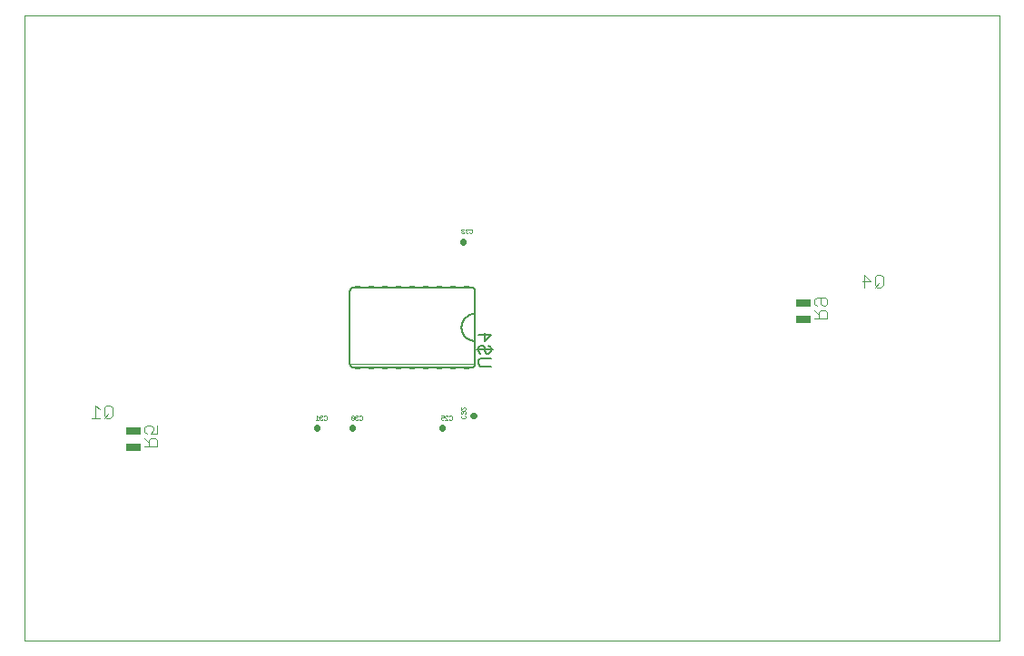
<source format=gbo>
G75*
%MOIN*%
%OFA0B0*%
%FSLAX25Y25*%
%IPPOS*%
%LPD*%
%AMOC8*
5,1,8,0,0,1.08239X$1,22.5*
%
%ADD10C,0.00000*%
%ADD11R,0.00800X0.00400*%
%ADD12R,0.00400X0.00400*%
%ADD13R,0.01600X0.00400*%
%ADD14R,0.02800X0.00400*%
%ADD15R,0.01200X0.00400*%
%ADD16R,0.04400X0.00400*%
%ADD17R,0.04800X0.00400*%
%ADD18R,0.07200X0.00400*%
%ADD19R,0.03600X0.00400*%
%ADD20R,0.02400X0.00400*%
%ADD21R,0.04000X0.00400*%
%ADD22R,0.03200X0.00400*%
%ADD23R,0.02000X0.00400*%
%ADD24R,0.05200X0.00400*%
%ADD25R,0.06000X0.00400*%
%ADD26R,0.07600X0.00400*%
%ADD27R,0.08400X0.00400*%
%ADD28R,0.08000X0.00400*%
%ADD29R,0.06800X0.00400*%
%ADD30R,0.16400X0.00400*%
%ADD31R,0.08800X0.00400*%
%ADD32R,0.13200X0.00400*%
%ADD33R,0.06400X0.00400*%
%ADD34R,0.05600X0.00400*%
%ADD35R,0.10000X0.00400*%
%ADD36R,0.10400X0.00400*%
%ADD37R,0.18000X0.00400*%
%ADD38R,0.14400X0.00400*%
%ADD39R,0.10800X0.00400*%
%ADD40R,0.09600X0.00400*%
%ADD41R,0.09200X0.00400*%
%ADD42R,0.11600X0.00400*%
%ADD43R,0.13600X0.00400*%
%ADD44R,0.14800X0.00400*%
%ADD45R,0.11200X0.00400*%
%ADD46R,0.17200X0.00400*%
%ADD47R,0.20400X0.00400*%
%ADD48R,0.14000X0.00400*%
%ADD49R,0.15600X0.00400*%
%ADD50R,0.12000X0.00400*%
%ADD51R,0.21600X0.00400*%
%ADD52R,0.20800X0.00400*%
%ADD53R,0.22000X0.00400*%
%ADD54R,0.12400X0.00400*%
%ADD55R,0.15200X0.00400*%
%ADD56R,0.22800X0.00400*%
%ADD57R,0.31200X0.00400*%
%ADD58R,0.12800X0.00400*%
%ADD59R,0.18400X0.00400*%
%ADD60R,0.17600X0.00400*%
%ADD61R,0.21200X0.00400*%
%ADD62R,0.24000X0.00400*%
%ADD63R,0.19200X0.00400*%
%ADD64R,0.16000X0.00400*%
%ADD65R,0.16800X0.00400*%
%ADD66R,0.19600X0.00400*%
%ADD67R,0.20000X0.00400*%
%ADD68R,0.24800X0.00400*%
%ADD69R,0.26000X0.00400*%
%ADD70R,0.28400X0.00400*%
%ADD71R,0.35600X0.00400*%
%ADD72C,0.02200*%
%ADD73C,0.00100*%
%ADD74C,0.00600*%
%ADD75C,0.00200*%
%ADD76C,0.00500*%
%ADD77R,0.02000X0.00500*%
%ADD78C,0.00400*%
%ADD79R,0.05512X0.02559*%
D10*
X0062595Y0011650D02*
X0062595Y0241150D01*
X0420595Y0241150D01*
X0420595Y0011650D01*
X0062595Y0011650D01*
D11*
X0125995Y0076450D03*
X0126395Y0077650D03*
X0127995Y0078850D03*
X0128395Y0084850D03*
X0129595Y0086450D03*
X0127595Y0086850D03*
X0127595Y0088450D03*
X0127595Y0090450D03*
X0128795Y0090450D03*
X0129995Y0090450D03*
X0129995Y0089250D03*
X0125995Y0086050D03*
X0122395Y0081650D03*
X0121195Y0081650D03*
X0119595Y0079650D03*
X0115595Y0078450D03*
X0115195Y0081250D03*
X0116395Y0084050D03*
X0116395Y0085250D03*
X0114395Y0087650D03*
X0113995Y0090450D03*
X0119195Y0093650D03*
X0120395Y0092050D03*
X0125995Y0093650D03*
X0120795Y0096850D03*
X0119595Y0096850D03*
X0121995Y0100450D03*
X0124795Y0100050D03*
X0128395Y0101250D03*
X0129595Y0101250D03*
X0129595Y0102850D03*
X0127595Y0102850D03*
X0131595Y0102050D03*
X0131595Y0104450D03*
X0131595Y0106050D03*
X0132395Y0107250D03*
X0133195Y0110850D03*
X0128395Y0107650D03*
X0127195Y0107650D03*
X0127595Y0109250D03*
X0126395Y0109250D03*
X0123595Y0110050D03*
X0119995Y0110050D03*
X0116395Y0109650D03*
X0115595Y0106050D03*
X0118795Y0103650D03*
X0112795Y0099250D03*
X0113195Y0096050D03*
X0111595Y0108450D03*
X0119995Y0114050D03*
X0118395Y0116050D03*
X0117195Y0117250D03*
X0118795Y0118850D03*
X0119995Y0118850D03*
X0122795Y0120850D03*
X0126795Y0118850D03*
X0127595Y0117250D03*
X0129195Y0115650D03*
X0128795Y0114050D03*
X0125195Y0114850D03*
X0123195Y0116450D03*
X0131995Y0116050D03*
X0133995Y0116450D03*
X0138395Y0117650D03*
X0138395Y0118850D03*
X0137995Y0120050D03*
X0139195Y0120050D03*
X0141195Y0120450D03*
X0140395Y0122050D03*
X0137595Y0124050D03*
X0137195Y0126050D03*
X0137195Y0128050D03*
X0135595Y0129250D03*
X0135195Y0132450D03*
X0136395Y0135650D03*
X0132795Y0137650D03*
X0131595Y0137650D03*
X0132395Y0140050D03*
X0132795Y0142050D03*
X0131595Y0144050D03*
X0127195Y0145650D03*
X0126395Y0143650D03*
X0126395Y0142450D03*
X0125995Y0139650D03*
X0120795Y0136850D03*
X0120795Y0135650D03*
X0120395Y0131250D03*
X0121595Y0131250D03*
X0121195Y0128450D03*
X0119195Y0129650D03*
X0116395Y0130850D03*
X0114795Y0129650D03*
X0116795Y0127650D03*
X0115595Y0126450D03*
X0116395Y0124450D03*
X0110795Y0118450D03*
X0108795Y0128850D03*
X0110795Y0131650D03*
X0111195Y0133250D03*
X0108395Y0134050D03*
X0108795Y0136850D03*
X0110395Y0137650D03*
X0111195Y0139650D03*
X0107595Y0139650D03*
X0107595Y0138450D03*
X0107995Y0141650D03*
X0106795Y0143250D03*
X0106795Y0144850D03*
X0111595Y0143650D03*
X0119195Y0143650D03*
X0127195Y0149650D03*
X0127595Y0151250D03*
X0127595Y0152850D03*
X0127995Y0153650D03*
X0127995Y0155250D03*
X0128395Y0157250D03*
X0128395Y0158850D03*
X0129595Y0158850D03*
X0128795Y0161650D03*
X0135195Y0161650D03*
X0136395Y0161650D03*
X0141195Y0160850D03*
X0143995Y0160850D03*
X0143995Y0159250D03*
X0144395Y0156450D03*
X0143195Y0156450D03*
X0140795Y0156850D03*
X0136395Y0156450D03*
X0134795Y0155650D03*
X0135195Y0152050D03*
X0136395Y0152050D03*
X0136795Y0150450D03*
X0135595Y0150450D03*
X0139195Y0150850D03*
X0139595Y0149250D03*
X0142395Y0146850D03*
X0143995Y0140850D03*
X0146395Y0140050D03*
X0151995Y0137650D03*
X0151595Y0136850D03*
X0151595Y0135650D03*
X0151195Y0133650D03*
X0154395Y0135650D03*
X0153195Y0137650D03*
X0155595Y0139650D03*
X0152395Y0141250D03*
X0157995Y0143650D03*
X0158395Y0145250D03*
X0157595Y0146850D03*
X0153995Y0146050D03*
X0152795Y0146050D03*
X0153995Y0148850D03*
X0153995Y0150050D03*
X0153595Y0152050D03*
X0153595Y0154450D03*
X0156395Y0152050D03*
X0155995Y0150450D03*
X0161195Y0152450D03*
X0163595Y0152850D03*
X0164795Y0152850D03*
X0165995Y0152850D03*
X0165995Y0154450D03*
X0164795Y0154450D03*
X0163595Y0154450D03*
X0167195Y0154450D03*
X0167595Y0158050D03*
X0173995Y0156850D03*
X0174395Y0158050D03*
X0173995Y0154850D03*
X0178395Y0158850D03*
X0179595Y0157250D03*
X0179595Y0161250D03*
X0176395Y0161650D03*
X0174795Y0162850D03*
X0175195Y0164050D03*
X0175595Y0166050D03*
X0181595Y0166850D03*
X0182795Y0168050D03*
X0182795Y0165250D03*
X0185595Y0165650D03*
X0189595Y0162450D03*
X0193195Y0166850D03*
X0195995Y0168850D03*
X0197995Y0169650D03*
X0197195Y0171250D03*
X0199595Y0170850D03*
X0200795Y0175250D03*
X0198795Y0177250D03*
X0199195Y0179250D03*
X0197995Y0179250D03*
X0201995Y0178050D03*
X0209195Y0174450D03*
X0210395Y0172850D03*
X0211595Y0171250D03*
X0212795Y0168450D03*
X0213595Y0166450D03*
X0213995Y0165250D03*
X0209195Y0166450D03*
X0208795Y0168050D03*
X0207595Y0171250D03*
X0206395Y0171250D03*
X0203995Y0168850D03*
X0201995Y0166850D03*
X0200395Y0164850D03*
X0198795Y0164050D03*
X0199995Y0160850D03*
X0205995Y0153650D03*
X0206395Y0152050D03*
X0203195Y0151250D03*
X0203995Y0148450D03*
X0203995Y0147250D03*
X0205995Y0146850D03*
X0210795Y0149650D03*
X0211595Y0148450D03*
X0211995Y0146850D03*
X0213195Y0146850D03*
X0214395Y0149650D03*
X0213195Y0153250D03*
X0215195Y0156450D03*
X0214795Y0158050D03*
X0213595Y0158050D03*
X0212395Y0157250D03*
X0211595Y0158850D03*
X0222795Y0164850D03*
X0222795Y0166850D03*
X0225595Y0165250D03*
X0226795Y0165250D03*
X0225995Y0168050D03*
X0226395Y0170450D03*
X0229995Y0171650D03*
X0235195Y0172850D03*
X0235595Y0175250D03*
X0237995Y0176450D03*
X0237195Y0178050D03*
X0235195Y0178050D03*
X0233195Y0178050D03*
X0231195Y0178050D03*
X0222795Y0178050D03*
X0222795Y0176050D03*
X0237995Y0172450D03*
X0241595Y0176050D03*
X0243195Y0178050D03*
X0244395Y0172450D03*
X0242395Y0169650D03*
X0242395Y0167250D03*
X0241195Y0167250D03*
X0243595Y0167250D03*
X0245595Y0168850D03*
X0248795Y0170450D03*
X0250795Y0168050D03*
X0254395Y0166450D03*
X0252395Y0164850D03*
X0253995Y0160450D03*
X0255195Y0159250D03*
X0253995Y0157250D03*
X0257595Y0157250D03*
X0257595Y0159650D03*
X0257595Y0164450D03*
X0257595Y0167650D03*
X0257595Y0173250D03*
X0253595Y0172450D03*
X0257595Y0176450D03*
X0257195Y0178050D03*
X0255995Y0178050D03*
X0250395Y0159250D03*
X0249195Y0153650D03*
X0244795Y0157650D03*
X0243595Y0159250D03*
X0242395Y0159250D03*
X0242795Y0151650D03*
X0246395Y0145250D03*
X0247195Y0143250D03*
X0249995Y0145650D03*
X0253195Y0146850D03*
X0255195Y0147250D03*
X0257595Y0145250D03*
X0257595Y0144050D03*
X0257595Y0141650D03*
X0257595Y0139650D03*
X0252795Y0139250D03*
X0252795Y0136850D03*
X0249995Y0139250D03*
X0248795Y0138050D03*
X0245195Y0139250D03*
X0243995Y0140850D03*
X0242395Y0139250D03*
X0242395Y0138050D03*
X0242395Y0136450D03*
X0241595Y0135250D03*
X0240395Y0135250D03*
X0244395Y0136050D03*
X0243595Y0131650D03*
X0242795Y0128850D03*
X0246395Y0128850D03*
X0246795Y0126450D03*
X0249195Y0124850D03*
X0251595Y0123250D03*
X0248395Y0122050D03*
X0247195Y0120050D03*
X0246795Y0117650D03*
X0242395Y0117250D03*
X0242395Y0118450D03*
X0238795Y0121250D03*
X0237595Y0121250D03*
X0235595Y0122050D03*
X0228395Y0124850D03*
X0228395Y0126450D03*
X0228395Y0128450D03*
X0228395Y0129650D03*
X0228395Y0133250D03*
X0232795Y0130450D03*
X0235195Y0130050D03*
X0236795Y0126050D03*
X0251995Y0132850D03*
X0255595Y0132450D03*
X0257595Y0133250D03*
X0255195Y0126450D03*
X0257595Y0121650D03*
X0257195Y0117650D03*
X0252795Y0116450D03*
X0251195Y0114450D03*
X0249995Y0114450D03*
X0250395Y0112850D03*
X0257595Y0110850D03*
X0254395Y0107650D03*
X0256395Y0105650D03*
X0257595Y0105650D03*
X0255995Y0104450D03*
X0253595Y0100850D03*
X0253595Y0098850D03*
X0256395Y0100050D03*
X0257595Y0100050D03*
X0257595Y0098450D03*
X0257595Y0095250D03*
X0251995Y0094450D03*
X0250395Y0096050D03*
X0249195Y0097650D03*
X0249995Y0100450D03*
X0247995Y0100850D03*
X0245995Y0099250D03*
X0243995Y0099650D03*
X0243995Y0100850D03*
X0242395Y0102450D03*
X0242395Y0103650D03*
X0243595Y0103650D03*
X0242395Y0106050D03*
X0242395Y0108850D03*
X0242395Y0110050D03*
X0243595Y0108850D03*
X0242395Y0113250D03*
X0249995Y0105650D03*
X0251195Y0105650D03*
X0250795Y0104050D03*
X0242395Y0098850D03*
X0242395Y0096050D03*
X0242395Y0094850D03*
X0242395Y0093250D03*
X0247995Y0090850D03*
X0244795Y0086850D03*
X0243595Y0086850D03*
X0242395Y0086850D03*
X0242395Y0083250D03*
X0242395Y0080850D03*
X0241195Y0080850D03*
X0243195Y0079250D03*
X0243995Y0077650D03*
X0241995Y0075650D03*
X0236395Y0079250D03*
X0235195Y0076050D03*
X0232395Y0078050D03*
X0227595Y0083250D03*
X0229195Y0085650D03*
X0227195Y0086850D03*
X0227595Y0089250D03*
X0226395Y0089250D03*
X0222795Y0089250D03*
X0222795Y0086050D03*
X0222795Y0084450D03*
X0222795Y0083650D03*
X0224795Y0081650D03*
X0222795Y0080050D03*
X0222795Y0077650D03*
X0223595Y0075250D03*
X0212795Y0081250D03*
X0212395Y0080850D03*
X0211595Y0079650D03*
X0210795Y0078850D03*
X0209595Y0078850D03*
X0206795Y0079250D03*
X0207195Y0076050D03*
X0206395Y0075650D03*
X0205595Y0075250D03*
X0200795Y0078050D03*
X0201995Y0082850D03*
X0204795Y0084050D03*
X0205595Y0085250D03*
X0201595Y0086850D03*
X0200395Y0086850D03*
X0204795Y0088450D03*
X0205995Y0090450D03*
X0205995Y0092050D03*
X0205595Y0094850D03*
X0203595Y0094050D03*
X0203195Y0096850D03*
X0201995Y0096850D03*
X0202395Y0100050D03*
X0210395Y0104050D03*
X0214395Y0101250D03*
X0215595Y0101250D03*
X0216795Y0102850D03*
X0217195Y0100050D03*
X0216795Y0094850D03*
X0214795Y0092450D03*
X0214795Y0091250D03*
X0215995Y0088850D03*
X0215595Y0088050D03*
X0214395Y0088050D03*
X0210795Y0089250D03*
X0210395Y0092050D03*
X0213195Y0095650D03*
X0200795Y0091650D03*
X0191595Y0089250D03*
X0190795Y0090050D03*
X0191195Y0087250D03*
X0188395Y0088050D03*
X0187595Y0086450D03*
X0185595Y0083650D03*
X0185195Y0080450D03*
X0183995Y0080450D03*
X0181595Y0080850D03*
X0180795Y0078450D03*
X0177595Y0082450D03*
X0175595Y0086850D03*
X0181995Y0090050D03*
X0179995Y0092850D03*
X0179995Y0094450D03*
X0181995Y0094050D03*
X0185195Y0096050D03*
X0185595Y0098450D03*
X0182795Y0098850D03*
X0180795Y0099250D03*
X0177195Y0099650D03*
X0175195Y0098050D03*
X0173995Y0098050D03*
X0173995Y0099650D03*
X0173995Y0101250D03*
X0173995Y0102050D03*
X0174395Y0104850D03*
X0177595Y0104050D03*
X0175595Y0109650D03*
X0176395Y0111650D03*
X0178395Y0116050D03*
X0178795Y0116450D03*
X0181995Y0113650D03*
X0184395Y0110450D03*
X0188395Y0110050D03*
X0189995Y0112050D03*
X0187195Y0114050D03*
X0186395Y0115650D03*
X0185595Y0117650D03*
X0184395Y0117650D03*
X0186795Y0120450D03*
X0188395Y0123650D03*
X0187595Y0125250D03*
X0185195Y0127250D03*
X0184395Y0126050D03*
X0182795Y0124050D03*
X0185995Y0128850D03*
X0187195Y0128850D03*
X0192395Y0128050D03*
X0197595Y0129650D03*
X0200395Y0127250D03*
X0200395Y0125650D03*
X0202395Y0125250D03*
X0203995Y0127250D03*
X0203195Y0128450D03*
X0201995Y0128450D03*
X0205195Y0129650D03*
X0206795Y0135650D03*
X0209195Y0136050D03*
X0209595Y0136850D03*
X0207595Y0140850D03*
X0205995Y0140450D03*
X0203595Y0140050D03*
X0203195Y0138050D03*
X0201995Y0138050D03*
X0196795Y0138850D03*
X0193995Y0140450D03*
X0193595Y0140050D03*
X0193195Y0139250D03*
X0196795Y0144850D03*
X0197995Y0147250D03*
X0201195Y0143250D03*
X0211595Y0140850D03*
X0212395Y0142450D03*
X0189195Y0158450D03*
X0185995Y0154450D03*
X0183195Y0152450D03*
X0179595Y0152850D03*
X0165595Y0144450D03*
X0165195Y0143650D03*
X0162395Y0142450D03*
X0159195Y0142450D03*
X0161595Y0148050D03*
X0164795Y0149250D03*
X0159995Y0157250D03*
X0157195Y0159250D03*
X0158395Y0160850D03*
X0154395Y0162050D03*
X0154795Y0166050D03*
X0155595Y0172450D03*
X0155995Y0174050D03*
X0155995Y0175250D03*
X0157195Y0175250D03*
X0156395Y0177650D03*
X0160795Y0176850D03*
X0161195Y0178050D03*
X0163995Y0176050D03*
X0165595Y0178050D03*
X0169195Y0175250D03*
X0167995Y0172050D03*
X0167995Y0169650D03*
X0166795Y0169650D03*
X0165195Y0171250D03*
X0169195Y0169650D03*
X0166795Y0166850D03*
X0167995Y0165250D03*
X0167995Y0162050D03*
X0163995Y0164450D03*
X0163595Y0166050D03*
X0162395Y0166050D03*
X0161995Y0167650D03*
X0160795Y0171650D03*
X0177995Y0171250D03*
X0183595Y0176050D03*
X0189195Y0178850D03*
X0192395Y0176050D03*
X0193595Y0174450D03*
X0193595Y0173250D03*
X0192395Y0173250D03*
X0190395Y0170450D03*
X0143195Y0166850D03*
X0142795Y0165650D03*
X0143595Y0162450D03*
X0135195Y0168850D03*
X0133995Y0170050D03*
X0132795Y0170050D03*
X0131195Y0168450D03*
X0132795Y0166450D03*
X0129195Y0165650D03*
X0129995Y0171250D03*
X0129995Y0172450D03*
X0130395Y0173650D03*
X0130395Y0176050D03*
X0133595Y0173250D03*
X0134795Y0173250D03*
X0135995Y0173250D03*
X0134795Y0171650D03*
X0139195Y0175250D03*
X0140795Y0175650D03*
X0141995Y0175650D03*
X0142395Y0172450D03*
X0135195Y0176850D03*
X0117195Y0170050D03*
X0114795Y0171650D03*
X0111995Y0172050D03*
X0110795Y0172050D03*
X0107595Y0172850D03*
X0107195Y0170850D03*
X0105595Y0174450D03*
X0102795Y0174050D03*
X0103595Y0167250D03*
X0103995Y0165650D03*
X0106395Y0166050D03*
X0107595Y0166050D03*
X0107995Y0164050D03*
X0107195Y0162850D03*
X0107195Y0160450D03*
X0107195Y0159250D03*
X0110795Y0161250D03*
X0116395Y0160450D03*
X0118395Y0159650D03*
X0118395Y0158050D03*
X0115995Y0153250D03*
X0116395Y0152050D03*
X0115195Y0152050D03*
X0113195Y0153650D03*
X0111995Y0153650D03*
X0111995Y0155250D03*
X0108395Y0156050D03*
X0105595Y0152850D03*
X0105995Y0151250D03*
X0111595Y0150850D03*
X0118795Y0150850D03*
X0119195Y0152050D03*
X0141595Y0153250D03*
X0143995Y0153650D03*
X0163595Y0137250D03*
X0164795Y0137250D03*
X0163995Y0135650D03*
X0156795Y0134050D03*
X0156395Y0131250D03*
X0155195Y0128850D03*
X0157195Y0127650D03*
X0153595Y0126850D03*
X0150795Y0130450D03*
X0147595Y0129250D03*
X0144795Y0129650D03*
X0145995Y0132450D03*
X0133995Y0125250D03*
X0134395Y0121250D03*
X0138795Y0114450D03*
X0143595Y0114450D03*
X0145195Y0112850D03*
X0147995Y0114450D03*
X0151995Y0116450D03*
X0154395Y0117250D03*
X0154795Y0118450D03*
X0155995Y0119650D03*
X0155595Y0122450D03*
X0158795Y0122450D03*
X0159995Y0122450D03*
X0161995Y0127650D03*
X0163595Y0128850D03*
X0147995Y0124050D03*
X0145995Y0121250D03*
X0158795Y0113650D03*
X0160795Y0114450D03*
X0160795Y0116050D03*
X0160795Y0117650D03*
X0161995Y0117650D03*
X0158795Y0110050D03*
X0160395Y0106050D03*
X0155995Y0105250D03*
X0154795Y0105250D03*
X0153595Y0106450D03*
X0151595Y0106050D03*
X0149195Y0108050D03*
X0145995Y0109650D03*
X0142795Y0110050D03*
X0139595Y0110850D03*
X0139595Y0109250D03*
X0139995Y0106850D03*
X0140395Y0104850D03*
X0140395Y0103250D03*
X0143195Y0102850D03*
X0141595Y0098850D03*
X0141595Y0097250D03*
X0141595Y0096450D03*
X0141595Y0095250D03*
X0142795Y0095250D03*
X0145595Y0094050D03*
X0145995Y0092450D03*
X0143195Y0090850D03*
X0142395Y0089250D03*
X0143195Y0085650D03*
X0143195Y0084050D03*
X0144395Y0084050D03*
X0145195Y0082450D03*
X0143595Y0080850D03*
X0143995Y0079650D03*
X0145195Y0079650D03*
X0146395Y0079650D03*
X0146795Y0078050D03*
X0144395Y0075650D03*
X0150795Y0074850D03*
X0153195Y0078850D03*
X0154795Y0077250D03*
X0156395Y0075650D03*
X0150795Y0080850D03*
X0149195Y0084050D03*
X0146395Y0084850D03*
X0145595Y0086450D03*
X0147195Y0088450D03*
X0148395Y0089250D03*
X0152795Y0086850D03*
X0153595Y0090050D03*
X0153995Y0092850D03*
X0155195Y0094050D03*
X0155595Y0096050D03*
X0152795Y0094450D03*
X0149995Y0094450D03*
X0156795Y0092450D03*
X0157995Y0092450D03*
X0158395Y0090850D03*
X0156795Y0089650D03*
X0158795Y0094050D03*
X0159195Y0094850D03*
X0159195Y0096450D03*
X0173995Y0096050D03*
X0176795Y0096850D03*
X0177195Y0092850D03*
X0174795Y0091650D03*
X0187195Y0094450D03*
X0188395Y0096450D03*
X0189195Y0093250D03*
X0191195Y0082850D03*
X0196795Y0082850D03*
X0192795Y0077250D03*
X0190795Y0076850D03*
X0190795Y0075250D03*
X0190795Y0073650D03*
X0193195Y0074050D03*
X0195595Y0073650D03*
X0213195Y0082050D03*
X0234395Y0087650D03*
X0237995Y0086050D03*
X0247995Y0082850D03*
X0254795Y0082050D03*
X0255595Y0083250D03*
X0255595Y0084850D03*
X0256795Y0087250D03*
X0255995Y0088850D03*
X0257595Y0089250D03*
X0256795Y0090850D03*
X0255195Y0090450D03*
X0257595Y0082050D03*
X0257595Y0080850D03*
X0256795Y0079250D03*
X0254795Y0074450D03*
X0278395Y0095650D03*
X0279995Y0098450D03*
X0277195Y0098850D03*
X0275195Y0096850D03*
X0272395Y0098050D03*
X0271595Y0100050D03*
X0270795Y0101250D03*
X0270395Y0102850D03*
X0272395Y0104450D03*
X0271995Y0106050D03*
X0273995Y0103250D03*
X0275195Y0101650D03*
X0277195Y0102050D03*
X0280795Y0104850D03*
X0283995Y0101650D03*
X0286795Y0099250D03*
X0291195Y0099650D03*
X0292395Y0099650D03*
X0292395Y0102050D03*
X0292795Y0103650D03*
X0291195Y0103250D03*
X0289595Y0105650D03*
X0287995Y0103650D03*
X0287595Y0108850D03*
X0287595Y0112850D03*
X0287595Y0113250D03*
X0287195Y0113650D03*
X0286795Y0114850D03*
X0286395Y0116050D03*
X0285995Y0117250D03*
X0285995Y0117650D03*
X0285595Y0118850D03*
X0283995Y0117650D03*
X0283995Y0115650D03*
X0282795Y0115650D03*
X0281595Y0115650D03*
X0283595Y0114050D03*
X0284795Y0114050D03*
X0280795Y0111250D03*
X0277995Y0111650D03*
X0274795Y0117650D03*
X0271195Y0116850D03*
X0268395Y0115250D03*
X0267195Y0115250D03*
X0268795Y0112450D03*
X0267995Y0108450D03*
X0285195Y0121250D03*
X0285195Y0121650D03*
X0285195Y0122050D03*
X0283195Y0122450D03*
X0281995Y0125250D03*
X0281995Y0128450D03*
X0281995Y0132050D03*
X0283195Y0132050D03*
X0285195Y0131250D03*
X0285995Y0132450D03*
X0286395Y0129250D03*
X0285595Y0127650D03*
X0289595Y0129650D03*
X0292795Y0130450D03*
X0294395Y0128050D03*
X0298395Y0127650D03*
X0293995Y0124850D03*
X0290795Y0124050D03*
X0289595Y0125250D03*
X0292395Y0120450D03*
X0293995Y0114050D03*
X0300795Y0117250D03*
X0303595Y0120850D03*
X0305195Y0124050D03*
X0310395Y0120050D03*
X0308795Y0118050D03*
X0312795Y0121250D03*
X0313595Y0124850D03*
X0319995Y0125250D03*
X0322395Y0124450D03*
X0321595Y0121650D03*
X0323995Y0127250D03*
X0323195Y0129650D03*
X0322395Y0132450D03*
X0320395Y0130850D03*
X0317595Y0128450D03*
X0316395Y0128450D03*
X0315195Y0130850D03*
X0313195Y0135250D03*
X0315195Y0136450D03*
X0316395Y0138050D03*
X0315995Y0140450D03*
X0315995Y0142050D03*
X0319995Y0144450D03*
X0315595Y0145250D03*
X0315595Y0146850D03*
X0313595Y0149250D03*
X0313195Y0151250D03*
X0313595Y0154850D03*
X0312395Y0158450D03*
X0313595Y0160050D03*
X0315595Y0159650D03*
X0318795Y0160050D03*
X0319595Y0162850D03*
X0321995Y0161650D03*
X0323595Y0160850D03*
X0323595Y0158050D03*
X0328395Y0156850D03*
X0330795Y0158850D03*
X0333595Y0158050D03*
X0333995Y0156850D03*
X0335195Y0156450D03*
X0333995Y0159650D03*
X0335995Y0160450D03*
X0336795Y0160050D03*
X0337995Y0158850D03*
X0339195Y0158850D03*
X0339195Y0156450D03*
X0339995Y0154050D03*
X0337995Y0152850D03*
X0337195Y0150850D03*
X0337595Y0148450D03*
X0340395Y0150850D03*
X0345195Y0153650D03*
X0346795Y0154850D03*
X0349195Y0154450D03*
X0353995Y0157650D03*
X0352395Y0159650D03*
X0351595Y0160450D03*
X0350395Y0160450D03*
X0346795Y0164050D03*
X0348795Y0165250D03*
X0349195Y0166050D03*
X0348395Y0168450D03*
X0351195Y0171250D03*
X0350395Y0172850D03*
X0351195Y0174850D03*
X0343195Y0176050D03*
X0341195Y0176450D03*
X0332395Y0178050D03*
X0329995Y0178850D03*
X0329195Y0176850D03*
X0327595Y0173250D03*
X0333995Y0170450D03*
X0335195Y0170450D03*
X0335995Y0168850D03*
X0334795Y0167650D03*
X0337995Y0163650D03*
X0335995Y0161650D03*
X0341595Y0157250D03*
X0342395Y0156850D03*
X0349595Y0150050D03*
X0351195Y0148050D03*
X0352395Y0148850D03*
X0351195Y0146450D03*
X0353195Y0144850D03*
X0351595Y0142850D03*
X0349195Y0140850D03*
X0349595Y0139250D03*
X0355195Y0140450D03*
X0356795Y0140450D03*
X0356395Y0137650D03*
X0354795Y0134450D03*
X0353595Y0134450D03*
X0353995Y0131650D03*
X0355195Y0131650D03*
X0357195Y0132450D03*
X0357195Y0132850D03*
X0357195Y0133250D03*
X0357195Y0130050D03*
X0357595Y0129250D03*
X0357595Y0128450D03*
X0357595Y0128050D03*
X0357595Y0127650D03*
X0357595Y0127250D03*
X0357595Y0126850D03*
X0357595Y0126450D03*
X0357595Y0125650D03*
X0357595Y0125250D03*
X0357595Y0124850D03*
X0359195Y0124050D03*
X0360395Y0124050D03*
X0359995Y0126450D03*
X0361595Y0128450D03*
X0361195Y0130450D03*
X0361595Y0132450D03*
X0364395Y0131650D03*
X0365995Y0132850D03*
X0365995Y0135250D03*
X0369195Y0136450D03*
X0370395Y0136450D03*
X0374395Y0137250D03*
X0373995Y0138850D03*
X0375995Y0139650D03*
X0375595Y0142850D03*
X0374395Y0145650D03*
X0373995Y0146850D03*
X0373595Y0148050D03*
X0367995Y0146450D03*
X0367595Y0148050D03*
X0359995Y0152850D03*
X0358795Y0154450D03*
X0357595Y0154450D03*
X0355995Y0153650D03*
X0355595Y0151250D03*
X0358795Y0150050D03*
X0355595Y0147650D03*
X0356795Y0144450D03*
X0359195Y0142050D03*
X0363595Y0143650D03*
X0364795Y0143650D03*
X0365595Y0138850D03*
X0353995Y0129250D03*
X0353595Y0128450D03*
X0347195Y0126850D03*
X0345995Y0124050D03*
X0351995Y0121250D03*
X0353195Y0121250D03*
X0353195Y0119650D03*
X0354395Y0118050D03*
X0356395Y0117650D03*
X0356795Y0119650D03*
X0361195Y0119250D03*
X0360795Y0114450D03*
X0357195Y0114050D03*
X0355995Y0115250D03*
X0355595Y0114850D03*
X0353195Y0114450D03*
X0354395Y0112050D03*
X0353995Y0111250D03*
X0355995Y0110850D03*
X0356395Y0112050D03*
X0355995Y0108850D03*
X0354795Y0108850D03*
X0353995Y0106850D03*
X0354795Y0103650D03*
X0357595Y0103650D03*
X0363595Y0105650D03*
X0365595Y0108850D03*
X0364795Y0110450D03*
X0363595Y0111650D03*
X0361595Y0110050D03*
X0360395Y0110050D03*
X0365995Y0113250D03*
X0368395Y0116450D03*
X0369995Y0118850D03*
X0368795Y0120050D03*
X0365595Y0126050D03*
X0351195Y0118850D03*
X0349995Y0118850D03*
X0347995Y0118450D03*
X0346795Y0115650D03*
X0345595Y0115650D03*
X0342795Y0118850D03*
X0338795Y0116450D03*
X0340395Y0114050D03*
X0337595Y0113650D03*
X0336395Y0113650D03*
X0335195Y0113650D03*
X0335995Y0112450D03*
X0337995Y0112050D03*
X0336795Y0108450D03*
X0336795Y0107250D03*
X0337595Y0106050D03*
X0337595Y0105650D03*
X0341195Y0105650D03*
X0348395Y0110050D03*
X0347595Y0111650D03*
X0350795Y0104850D03*
X0351195Y0103250D03*
X0349195Y0102850D03*
X0349595Y0101250D03*
X0351595Y0098050D03*
X0352795Y0094850D03*
X0355195Y0096850D03*
X0355595Y0097250D03*
X0355995Y0098050D03*
X0356795Y0098850D03*
X0359595Y0098850D03*
X0369195Y0097250D03*
X0367595Y0104450D03*
X0372795Y0104050D03*
X0373195Y0104850D03*
X0373595Y0106050D03*
X0372795Y0107650D03*
X0374795Y0109650D03*
X0373595Y0111250D03*
X0371195Y0111650D03*
X0373995Y0114050D03*
X0375195Y0114050D03*
X0376395Y0114050D03*
X0375995Y0112450D03*
X0349595Y0094050D03*
X0350395Y0092450D03*
X0349195Y0090850D03*
X0351195Y0087250D03*
X0352395Y0084450D03*
X0352795Y0081650D03*
X0351995Y0079250D03*
X0350795Y0079250D03*
X0349995Y0078050D03*
X0341195Y0077250D03*
X0339595Y0075650D03*
X0335995Y0073650D03*
X0333195Y0072850D03*
X0329995Y0082050D03*
X0333195Y0085650D03*
X0334395Y0085650D03*
X0328795Y0089650D03*
X0325195Y0086850D03*
X0322795Y0090050D03*
X0316795Y0086850D03*
X0314395Y0086050D03*
X0313595Y0088850D03*
X0309195Y0092050D03*
X0306395Y0093250D03*
X0305995Y0092050D03*
X0304795Y0094850D03*
X0303595Y0094850D03*
X0300395Y0094850D03*
X0299195Y0094850D03*
X0299595Y0097250D03*
X0300795Y0097250D03*
X0297195Y0097250D03*
X0297195Y0099250D03*
X0296795Y0100450D03*
X0295595Y0100450D03*
X0300795Y0103250D03*
X0300395Y0106050D03*
X0301595Y0106050D03*
X0300795Y0108850D03*
X0299595Y0108850D03*
X0299595Y0110450D03*
X0295995Y0110850D03*
X0296795Y0106850D03*
X0303195Y0111650D03*
X0306395Y0109650D03*
X0309195Y0109250D03*
X0307595Y0113650D03*
X0304795Y0104850D03*
X0303995Y0100450D03*
X0308395Y0100450D03*
X0308395Y0099250D03*
X0308395Y0102050D03*
X0308795Y0102850D03*
X0309195Y0103250D03*
X0293995Y0094450D03*
X0295195Y0092850D03*
X0291995Y0093250D03*
X0295995Y0089250D03*
X0298795Y0085650D03*
X0299595Y0084050D03*
X0300795Y0084050D03*
X0302395Y0085250D03*
X0298395Y0080850D03*
X0296395Y0082050D03*
X0295195Y0083650D03*
X0293995Y0083650D03*
X0291995Y0082850D03*
X0291595Y0082050D03*
X0291195Y0080050D03*
X0291995Y0078450D03*
X0295995Y0076850D03*
X0297195Y0078050D03*
X0301595Y0076050D03*
X0303195Y0073250D03*
X0308795Y0071650D03*
X0310395Y0071250D03*
X0311195Y0072450D03*
X0311995Y0074050D03*
X0312395Y0075250D03*
X0312795Y0076050D03*
X0313195Y0076450D03*
X0313595Y0077650D03*
X0309195Y0077250D03*
X0305195Y0078450D03*
X0311195Y0085250D03*
X0308395Y0086850D03*
X0307595Y0088450D03*
X0306395Y0088450D03*
X0300795Y0090450D03*
X0300395Y0092050D03*
X0314395Y0082050D03*
X0319995Y0082050D03*
X0337195Y0092450D03*
X0340395Y0094050D03*
X0342395Y0095250D03*
X0343595Y0095250D03*
X0343995Y0090850D03*
X0342795Y0085250D03*
X0341195Y0080050D03*
X0335195Y0115250D03*
X0310395Y0133250D03*
X0309195Y0133250D03*
X0303595Y0135250D03*
X0301995Y0134050D03*
X0300395Y0135250D03*
X0298395Y0135250D03*
X0298395Y0136850D03*
X0302795Y0137250D03*
X0304795Y0138050D03*
X0305595Y0136450D03*
X0303195Y0140450D03*
X0303595Y0141650D03*
X0301595Y0140850D03*
X0300395Y0140850D03*
X0300395Y0142450D03*
X0299995Y0144050D03*
X0296395Y0146450D03*
X0294795Y0150450D03*
X0294795Y0152050D03*
X0296795Y0154050D03*
X0295995Y0155250D03*
X0293995Y0155650D03*
X0292395Y0153650D03*
X0289195Y0150850D03*
X0287995Y0150850D03*
X0291195Y0150450D03*
X0292395Y0149250D03*
X0289195Y0147650D03*
X0289995Y0145650D03*
X0289195Y0144450D03*
X0287995Y0145250D03*
X0287595Y0144850D03*
X0288395Y0142450D03*
X0287195Y0140450D03*
X0285995Y0141250D03*
X0284795Y0142850D03*
X0283595Y0142850D03*
X0284395Y0144050D03*
X0283595Y0139650D03*
X0290395Y0139250D03*
X0290395Y0140850D03*
X0292395Y0136050D03*
X0291995Y0135250D03*
X0291595Y0134450D03*
X0290395Y0133650D03*
X0293595Y0136050D03*
X0305995Y0142050D03*
X0309595Y0141650D03*
X0309995Y0142050D03*
X0310395Y0137650D03*
X0319595Y0135250D03*
X0306395Y0145250D03*
X0305195Y0147250D03*
X0302395Y0151650D03*
X0303995Y0153650D03*
X0307195Y0152450D03*
X0310395Y0158850D03*
X0309995Y0160450D03*
X0306795Y0160050D03*
X0305595Y0160050D03*
X0303595Y0160450D03*
X0302795Y0160050D03*
X0299995Y0156850D03*
X0297595Y0160450D03*
X0295595Y0163250D03*
X0297995Y0167650D03*
X0299595Y0169250D03*
X0301195Y0167650D03*
X0302795Y0166050D03*
X0306395Y0164450D03*
X0308795Y0165650D03*
X0311595Y0167250D03*
X0311995Y0168850D03*
X0310795Y0170050D03*
X0305195Y0172050D03*
X0304395Y0173650D03*
X0302395Y0172050D03*
X0311595Y0176850D03*
X0311595Y0178450D03*
X0319195Y0170850D03*
X0319995Y0169250D03*
X0316395Y0163250D03*
X0327595Y0162450D03*
X0342795Y0168450D03*
X0367195Y0153650D03*
X0346795Y0143250D03*
X0345995Y0144450D03*
X0342395Y0146450D03*
X0289595Y0157250D03*
X0277195Y0152050D03*
X0278395Y0148050D03*
X0272795Y0149250D03*
X0269995Y0150050D03*
X0271195Y0152850D03*
X0272395Y0152850D03*
X0268395Y0146850D03*
X0267995Y0146050D03*
X0269595Y0142850D03*
X0271595Y0143250D03*
X0274395Y0142050D03*
X0275995Y0144850D03*
X0277595Y0143250D03*
X0275995Y0138450D03*
X0279995Y0135250D03*
X0275595Y0133250D03*
X0276395Y0130450D03*
X0276395Y0128850D03*
X0275995Y0128050D03*
X0275995Y0126050D03*
X0275995Y0125250D03*
X0276395Y0122850D03*
X0267995Y0135650D03*
X0269595Y0136450D03*
X0265995Y0138850D03*
X0266795Y0141650D03*
X0257595Y0150450D03*
X0257595Y0151650D03*
X0255195Y0151250D03*
X0257595Y0154450D03*
X0253995Y0144050D03*
X0292395Y0174050D03*
X0199195Y0120450D03*
X0196795Y0122450D03*
X0195595Y0121250D03*
X0197195Y0124450D03*
X0190395Y0121650D03*
X0193195Y0116450D03*
X0191595Y0108450D03*
X0190395Y0108450D03*
X0189595Y0104050D03*
X0157595Y0084050D03*
X0155595Y0106850D03*
X0128795Y0130850D03*
X0125195Y0132050D03*
X0113195Y0136050D03*
X0111995Y0136050D03*
X0113595Y0166450D03*
D12*
X0114195Y0168050D03*
X0117395Y0167650D03*
X0116995Y0171250D03*
X0116995Y0173250D03*
X0116595Y0176850D03*
X0106595Y0172850D03*
X0102995Y0171650D03*
X0102595Y0173650D03*
X0102195Y0177250D03*
X0103395Y0169250D03*
X0107395Y0168850D03*
X0103795Y0164450D03*
X0104595Y0160850D03*
X0104595Y0159650D03*
X0104995Y0157250D03*
X0105395Y0154450D03*
X0105795Y0150450D03*
X0106195Y0148450D03*
X0106995Y0141650D03*
X0110995Y0141250D03*
X0115395Y0139250D03*
X0120595Y0139650D03*
X0120195Y0141650D03*
X0120195Y0143650D03*
X0119795Y0146050D03*
X0126995Y0147250D03*
X0126995Y0148450D03*
X0128995Y0150050D03*
X0134595Y0149250D03*
X0142195Y0151250D03*
X0145395Y0150050D03*
X0145795Y0145650D03*
X0152195Y0143650D03*
X0151795Y0138850D03*
X0151395Y0135250D03*
X0150995Y0132050D03*
X0147795Y0130450D03*
X0146995Y0132450D03*
X0146995Y0136050D03*
X0146995Y0137650D03*
X0137795Y0138450D03*
X0137395Y0135650D03*
X0132595Y0135650D03*
X0125795Y0137250D03*
X0125395Y0135250D03*
X0120995Y0137650D03*
X0119795Y0134450D03*
X0121795Y0130050D03*
X0122195Y0127250D03*
X0124595Y0129250D03*
X0123795Y0123250D03*
X0122595Y0122850D03*
X0122595Y0122050D03*
X0127395Y0121250D03*
X0126595Y0117250D03*
X0123795Y0114450D03*
X0119395Y0116050D03*
X0110595Y0115250D03*
X0110995Y0113250D03*
X0110995Y0111650D03*
X0110995Y0110450D03*
X0114595Y0108050D03*
X0117395Y0104850D03*
X0112595Y0103650D03*
X0112595Y0101250D03*
X0112995Y0098050D03*
X0113395Y0094450D03*
X0114195Y0089250D03*
X0114195Y0087250D03*
X0114995Y0083650D03*
X0115395Y0080450D03*
X0115795Y0076450D03*
X0120595Y0074450D03*
X0128995Y0080450D03*
X0129395Y0083250D03*
X0129395Y0084850D03*
X0129795Y0087650D03*
X0123795Y0088050D03*
X0122995Y0088050D03*
X0121795Y0090050D03*
X0122995Y0095650D03*
X0129395Y0094050D03*
X0130995Y0095650D03*
X0131395Y0096850D03*
X0131795Y0099650D03*
X0132195Y0102850D03*
X0132595Y0106050D03*
X0132995Y0108450D03*
X0133395Y0112050D03*
X0134195Y0119250D03*
X0137795Y0121650D03*
X0137395Y0123250D03*
X0134995Y0123650D03*
X0134995Y0122450D03*
X0134995Y0125250D03*
X0135395Y0126850D03*
X0136995Y0127250D03*
X0136595Y0129650D03*
X0144595Y0128050D03*
X0144195Y0125650D03*
X0148195Y0125250D03*
X0150195Y0126050D03*
X0150595Y0127650D03*
X0152595Y0128850D03*
X0150995Y0122850D03*
X0150195Y0122850D03*
X0155395Y0115650D03*
X0151395Y0112050D03*
X0156595Y0109650D03*
X0158195Y0108450D03*
X0160995Y0108850D03*
X0161395Y0110850D03*
X0161795Y0114450D03*
X0161795Y0116050D03*
X0162595Y0118850D03*
X0160595Y0120850D03*
X0162995Y0122450D03*
X0162995Y0124050D03*
X0163395Y0125650D03*
X0159395Y0133650D03*
X0160595Y0134450D03*
X0165395Y0140450D03*
X0165395Y0142050D03*
X0166195Y0147650D03*
X0166595Y0149650D03*
X0166995Y0151250D03*
X0166995Y0152850D03*
X0161395Y0155650D03*
X0164995Y0158050D03*
X0167795Y0159650D03*
X0174195Y0160050D03*
X0174595Y0161250D03*
X0176195Y0164050D03*
X0179395Y0168050D03*
X0186595Y0163250D03*
X0189795Y0160850D03*
X0190595Y0162450D03*
X0191395Y0164050D03*
X0192195Y0164850D03*
X0194595Y0167650D03*
X0190595Y0168050D03*
X0201395Y0164850D03*
X0206195Y0166450D03*
X0209395Y0164850D03*
X0214595Y0164450D03*
X0214595Y0162850D03*
X0214995Y0160850D03*
X0215395Y0154050D03*
X0211795Y0152850D03*
X0214995Y0150050D03*
X0214195Y0148050D03*
X0213395Y0145250D03*
X0212195Y0141650D03*
X0211395Y0139650D03*
X0210595Y0138050D03*
X0199795Y0144850D03*
X0198995Y0147250D03*
X0202995Y0147250D03*
X0194995Y0142450D03*
X0191395Y0137250D03*
X0189795Y0134850D03*
X0188195Y0132050D03*
X0187395Y0130850D03*
X0192595Y0126050D03*
X0202995Y0125650D03*
X0204195Y0128450D03*
X0204995Y0128450D03*
X0198195Y0118850D03*
X0197395Y0118850D03*
X0196195Y0115650D03*
X0190595Y0116050D03*
X0191395Y0107250D03*
X0188595Y0104050D03*
X0189395Y0102050D03*
X0188995Y0100050D03*
X0186195Y0096050D03*
X0189395Y0094850D03*
X0189795Y0092050D03*
X0196195Y0086450D03*
X0192595Y0080850D03*
X0194595Y0076850D03*
X0196995Y0074850D03*
X0197795Y0074850D03*
X0202195Y0074050D03*
X0207795Y0079250D03*
X0206595Y0081250D03*
X0203795Y0084050D03*
X0213795Y0083250D03*
X0214195Y0084050D03*
X0214595Y0084850D03*
X0215395Y0086450D03*
X0216195Y0089650D03*
X0209395Y0092050D03*
X0207395Y0094450D03*
X0210195Y0095650D03*
X0208195Y0098050D03*
X0202995Y0098450D03*
X0202195Y0098450D03*
X0201395Y0094450D03*
X0202595Y0104050D03*
X0204995Y0104050D03*
X0205795Y0104050D03*
X0212595Y0103250D03*
X0217395Y0098850D03*
X0217395Y0096850D03*
X0217395Y0095650D03*
X0222595Y0088850D03*
X0233395Y0086450D03*
X0235795Y0085650D03*
X0234595Y0083250D03*
X0235795Y0081250D03*
X0226995Y0078850D03*
X0222595Y0076450D03*
X0222595Y0075250D03*
X0222595Y0082050D03*
X0244995Y0077650D03*
X0246995Y0078850D03*
X0246995Y0076050D03*
X0251795Y0075250D03*
X0257795Y0076850D03*
X0257795Y0079250D03*
X0257795Y0084450D03*
X0257795Y0087250D03*
X0257795Y0090850D03*
X0251795Y0089650D03*
X0251795Y0084850D03*
X0246595Y0084850D03*
X0249395Y0096050D03*
X0242195Y0098450D03*
X0248195Y0104050D03*
X0256195Y0107250D03*
X0257795Y0107650D03*
X0257795Y0102450D03*
X0256995Y0102450D03*
X0268195Y0106850D03*
X0267395Y0108850D03*
X0266995Y0110450D03*
X0266595Y0112050D03*
X0269795Y0110850D03*
X0270995Y0106050D03*
X0276195Y0103650D03*
X0279395Y0104050D03*
X0278195Y0107650D03*
X0279795Y0108050D03*
X0286595Y0110850D03*
X0287795Y0111250D03*
X0288595Y0111250D03*
X0288595Y0109650D03*
X0289395Y0109650D03*
X0289795Y0108050D03*
X0290595Y0108050D03*
X0290595Y0106450D03*
X0291395Y0106450D03*
X0291795Y0104850D03*
X0292595Y0104850D03*
X0293795Y0103650D03*
X0294195Y0102050D03*
X0294995Y0102050D03*
X0293395Y0100850D03*
X0291395Y0096850D03*
X0291395Y0095250D03*
X0289795Y0094050D03*
X0290995Y0093250D03*
X0292995Y0093250D03*
X0288595Y0095250D03*
X0286995Y0097250D03*
X0286195Y0098050D03*
X0275795Y0094850D03*
X0274995Y0094850D03*
X0273395Y0096450D03*
X0274595Y0098850D03*
X0296195Y0105250D03*
X0296995Y0104050D03*
X0298195Y0102850D03*
X0298195Y0106850D03*
X0302595Y0106050D03*
X0302995Y0108050D03*
X0301795Y0110050D03*
X0294995Y0112050D03*
X0292595Y0115650D03*
X0292595Y0116450D03*
X0286995Y0115250D03*
X0286195Y0115250D03*
X0284995Y0115650D03*
X0285395Y0118050D03*
X0286195Y0118050D03*
X0285395Y0119250D03*
X0285395Y0120850D03*
X0283795Y0118850D03*
X0279795Y0117250D03*
X0276195Y0122450D03*
X0276195Y0124050D03*
X0278595Y0127650D03*
X0278595Y0129650D03*
X0282995Y0128450D03*
X0284595Y0127650D03*
X0284595Y0126450D03*
X0285395Y0126450D03*
X0285395Y0125250D03*
X0284595Y0125250D03*
X0282995Y0125250D03*
X0284595Y0123650D03*
X0285395Y0123650D03*
X0289795Y0124050D03*
X0285395Y0129250D03*
X0284595Y0129250D03*
X0284995Y0132450D03*
X0283795Y0134050D03*
X0285395Y0134450D03*
X0285795Y0136450D03*
X0286195Y0138050D03*
X0286595Y0138850D03*
X0286995Y0140050D03*
X0286595Y0142450D03*
X0286995Y0143650D03*
X0285795Y0150450D03*
X0290595Y0151650D03*
X0292995Y0152050D03*
X0292595Y0150050D03*
X0298195Y0143250D03*
X0302995Y0140050D03*
X0301795Y0139250D03*
X0298195Y0139250D03*
X0295795Y0138450D03*
X0292995Y0138850D03*
X0292595Y0138450D03*
X0289795Y0136050D03*
X0294195Y0132050D03*
X0298195Y0129250D03*
X0301795Y0127650D03*
X0307795Y0120050D03*
X0312595Y0120850D03*
X0314995Y0123250D03*
X0317795Y0123250D03*
X0318995Y0121250D03*
X0321395Y0123250D03*
X0322195Y0123250D03*
X0322995Y0131250D03*
X0316195Y0136450D03*
X0317395Y0138050D03*
X0314995Y0140450D03*
X0312595Y0136850D03*
X0307795Y0141250D03*
X0307395Y0143650D03*
X0309395Y0144050D03*
X0310995Y0143650D03*
X0314195Y0148850D03*
X0314195Y0151250D03*
X0308195Y0150850D03*
X0310595Y0157250D03*
X0312995Y0158850D03*
X0312995Y0161650D03*
X0320995Y0160850D03*
X0321795Y0157250D03*
X0324595Y0158050D03*
X0326195Y0160050D03*
X0333395Y0162450D03*
X0336195Y0165250D03*
X0337795Y0167250D03*
X0333795Y0167650D03*
X0330995Y0166850D03*
X0325795Y0166450D03*
X0323795Y0170450D03*
X0316195Y0166450D03*
X0312195Y0165650D03*
X0309795Y0168450D03*
X0303795Y0168450D03*
X0299395Y0166050D03*
X0303395Y0164450D03*
X0306595Y0161650D03*
X0304595Y0159650D03*
X0301795Y0160050D03*
X0300195Y0158450D03*
X0297395Y0158050D03*
X0295795Y0159250D03*
X0295395Y0161650D03*
X0293795Y0160850D03*
X0292995Y0164050D03*
X0291395Y0167650D03*
X0295795Y0170450D03*
X0292195Y0171650D03*
X0290195Y0170850D03*
X0289795Y0172850D03*
X0298595Y0176850D03*
X0306195Y0180050D03*
X0310995Y0180050D03*
X0312595Y0176850D03*
X0313395Y0174850D03*
X0338195Y0176850D03*
X0338195Y0179650D03*
X0338995Y0179650D03*
X0351395Y0172850D03*
X0350195Y0168050D03*
X0349795Y0166850D03*
X0348595Y0163650D03*
X0349795Y0162050D03*
X0349795Y0158850D03*
X0346195Y0153650D03*
X0347395Y0152450D03*
X0349795Y0151650D03*
X0356595Y0149250D03*
X0352195Y0146450D03*
X0354195Y0143650D03*
X0354995Y0143650D03*
X0354595Y0142450D03*
X0355795Y0142050D03*
X0356595Y0140050D03*
X0357795Y0140450D03*
X0358995Y0138450D03*
X0360195Y0138850D03*
X0357795Y0137650D03*
X0358195Y0136050D03*
X0356995Y0135650D03*
X0358595Y0134850D03*
X0358595Y0133250D03*
X0358995Y0131250D03*
X0359395Y0129650D03*
X0359395Y0128050D03*
X0357795Y0128850D03*
X0357795Y0126050D03*
X0354595Y0125250D03*
X0354195Y0126850D03*
X0356595Y0121650D03*
X0357395Y0121650D03*
X0358995Y0121650D03*
X0358595Y0120050D03*
X0358195Y0118050D03*
X0357795Y0116050D03*
X0358595Y0116050D03*
X0357395Y0114850D03*
X0355795Y0116050D03*
X0354595Y0115650D03*
X0354195Y0114450D03*
X0354995Y0113650D03*
X0353395Y0112850D03*
X0352595Y0111250D03*
X0353795Y0109250D03*
X0354595Y0108450D03*
X0352595Y0107250D03*
X0351395Y0105650D03*
X0341395Y0102450D03*
X0340595Y0106050D03*
X0336995Y0110450D03*
X0342595Y0111650D03*
X0348595Y0115250D03*
X0351395Y0114050D03*
X0353395Y0118050D03*
X0343395Y0122850D03*
X0342595Y0121250D03*
X0354195Y0132850D03*
X0354195Y0137250D03*
X0354195Y0138450D03*
X0354195Y0140450D03*
X0352195Y0141650D03*
X0350195Y0140850D03*
X0348595Y0137250D03*
X0361795Y0145650D03*
X0366595Y0148050D03*
X0372995Y0150050D03*
X0371795Y0152450D03*
X0369795Y0156050D03*
X0367395Y0155650D03*
X0356195Y0155650D03*
X0343395Y0153250D03*
X0341395Y0148850D03*
X0338195Y0154450D03*
X0334995Y0152850D03*
X0331395Y0152450D03*
X0330995Y0154050D03*
X0329795Y0155650D03*
X0328995Y0152450D03*
X0333395Y0157250D03*
X0343795Y0166450D03*
X0373395Y0145650D03*
X0374995Y0144050D03*
X0375795Y0141250D03*
X0369795Y0135250D03*
X0367795Y0134050D03*
X0366195Y0130850D03*
X0366595Y0126050D03*
X0366195Y0124050D03*
X0366195Y0122450D03*
X0364195Y0122850D03*
X0367395Y0115650D03*
X0368995Y0109250D03*
X0366195Y0106850D03*
X0366595Y0104450D03*
X0368595Y0104450D03*
X0368995Y0102850D03*
X0371795Y0101250D03*
X0369795Y0098050D03*
X0366595Y0098850D03*
X0365795Y0098850D03*
X0355795Y0098850D03*
X0348995Y0099250D03*
X0340195Y0096850D03*
X0336195Y0092050D03*
X0335795Y0088850D03*
X0342995Y0090850D03*
X0350195Y0090850D03*
X0350195Y0088850D03*
X0350995Y0088850D03*
X0348995Y0082450D03*
X0345795Y0082850D03*
X0342195Y0077250D03*
X0343395Y0075250D03*
X0334595Y0071650D03*
X0333795Y0071650D03*
X0331395Y0075250D03*
X0328995Y0080050D03*
X0328195Y0081650D03*
X0323795Y0084450D03*
X0320995Y0082050D03*
X0314595Y0080050D03*
X0308195Y0084850D03*
X0302995Y0082850D03*
X0298195Y0078050D03*
X0298595Y0074850D03*
X0300595Y0074050D03*
X0294195Y0085250D03*
X0298995Y0088450D03*
X0300995Y0094450D03*
X0301395Y0095650D03*
X0298595Y0097650D03*
X0298195Y0099250D03*
X0302995Y0101650D03*
X0304195Y0099650D03*
X0309395Y0103650D03*
X0309395Y0104850D03*
X0309395Y0107250D03*
X0309395Y0110050D03*
X0308995Y0115650D03*
X0298995Y0115650D03*
X0286195Y0112450D03*
X0257795Y0112050D03*
X0254995Y0111650D03*
X0257795Y0116050D03*
X0257795Y0119650D03*
X0257795Y0123650D03*
X0257795Y0125650D03*
X0252195Y0126850D03*
X0248195Y0129250D03*
X0249795Y0130850D03*
X0244195Y0133250D03*
X0238995Y0130450D03*
X0244595Y0123250D03*
X0246195Y0124850D03*
X0247395Y0122050D03*
X0250195Y0121250D03*
X0248195Y0118050D03*
X0243395Y0118450D03*
X0242195Y0112850D03*
X0247395Y0113650D03*
X0235395Y0119250D03*
X0228195Y0122850D03*
X0242195Y0140850D03*
X0242995Y0140850D03*
X0242195Y0143250D03*
X0242195Y0145250D03*
X0242195Y0147250D03*
X0242195Y0149650D03*
X0242995Y0149650D03*
X0244995Y0152050D03*
X0242195Y0153250D03*
X0242195Y0154850D03*
X0242195Y0156450D03*
X0242195Y0158050D03*
X0242195Y0160850D03*
X0244995Y0165250D03*
X0246595Y0170050D03*
X0247795Y0173650D03*
X0242195Y0178050D03*
X0240195Y0177650D03*
X0236195Y0178050D03*
X0234195Y0178050D03*
X0232195Y0178050D03*
X0226195Y0176050D03*
X0222595Y0174050D03*
X0222595Y0172450D03*
X0222595Y0170850D03*
X0222595Y0168850D03*
X0223795Y0164850D03*
X0212595Y0169650D03*
X0205395Y0175250D03*
X0192995Y0178850D03*
X0170595Y0178450D03*
X0170195Y0177250D03*
X0170195Y0175250D03*
X0166595Y0178050D03*
X0165395Y0172850D03*
X0162195Y0170450D03*
X0160595Y0166450D03*
X0158595Y0165650D03*
X0160595Y0164050D03*
X0168995Y0167250D03*
X0169395Y0170450D03*
X0157395Y0177650D03*
X0155395Y0171250D03*
X0155395Y0169650D03*
X0154995Y0167650D03*
X0154595Y0164450D03*
X0153795Y0158050D03*
X0153795Y0156450D03*
X0144995Y0153650D03*
X0144195Y0158050D03*
X0143795Y0164050D03*
X0139395Y0162850D03*
X0138195Y0162450D03*
X0132995Y0160850D03*
X0131395Y0159250D03*
X0128995Y0163650D03*
X0130995Y0166850D03*
X0138595Y0168050D03*
X0142995Y0168450D03*
X0142995Y0169250D03*
X0142995Y0170450D03*
X0142595Y0174050D03*
X0141795Y0178450D03*
X0138995Y0177250D03*
X0130595Y0177650D03*
X0113795Y0158450D03*
X0118995Y0153650D03*
X0126195Y0141250D03*
X0115795Y0129650D03*
X0109795Y0128850D03*
X0108995Y0127250D03*
X0109395Y0124850D03*
X0117395Y0124450D03*
X0118195Y0124450D03*
X0108595Y0130850D03*
X0108195Y0132450D03*
X0107795Y0134850D03*
X0107795Y0136850D03*
X0142595Y0114450D03*
X0139795Y0106450D03*
X0140595Y0100450D03*
X0146595Y0106050D03*
X0148995Y0103250D03*
X0154995Y0100450D03*
X0157795Y0099650D03*
X0159795Y0098450D03*
X0159395Y0097250D03*
X0156595Y0096050D03*
X0156195Y0094050D03*
X0158995Y0092450D03*
X0152595Y0096050D03*
X0160195Y0101250D03*
X0174195Y0094050D03*
X0174995Y0096050D03*
X0177795Y0097650D03*
X0180995Y0104450D03*
X0180195Y0106450D03*
X0182595Y0107250D03*
X0183395Y0107250D03*
X0174995Y0088850D03*
X0176195Y0084850D03*
X0176995Y0084850D03*
X0178195Y0081250D03*
X0183795Y0076050D03*
X0186195Y0080450D03*
X0158195Y0086850D03*
X0158195Y0088050D03*
X0153795Y0088050D03*
X0155795Y0082850D03*
X0156995Y0081250D03*
X0147795Y0074850D03*
X0144195Y0077250D03*
X0143795Y0079250D03*
X0142195Y0090850D03*
X0141795Y0092450D03*
X0128595Y0102850D03*
X0152995Y0148850D03*
X0152995Y0150050D03*
X0162595Y0148050D03*
X0173795Y0154450D03*
X0178595Y0152850D03*
X0188595Y0152050D03*
X0188995Y0154450D03*
X0189395Y0157250D03*
X0200195Y0158450D03*
X0200195Y0159650D03*
X0206595Y0159650D03*
X0200195Y0154450D03*
X0202195Y0151250D03*
X0238595Y0166450D03*
X0256595Y0164450D03*
X0257795Y0161650D03*
X0257795Y0157650D03*
X0257795Y0152850D03*
X0255395Y0152850D03*
X0253395Y0149250D03*
X0257795Y0146450D03*
X0256595Y0144050D03*
X0254995Y0140050D03*
X0255795Y0137250D03*
X0252195Y0143250D03*
X0246995Y0146850D03*
X0265795Y0138450D03*
X0266195Y0136850D03*
X0270195Y0134450D03*
X0272995Y0147250D03*
X0268995Y0148450D03*
X0299395Y0135250D03*
X0319795Y0140450D03*
X0320995Y0142850D03*
X0363795Y0138450D03*
X0376595Y0116050D03*
X0374595Y0108050D03*
X0362995Y0108450D03*
X0319795Y0088050D03*
X0257795Y0174450D03*
X0254195Y0177650D03*
D13*
X0257195Y0175650D03*
X0257195Y0174850D03*
X0257195Y0171250D03*
X0257195Y0169250D03*
X0250795Y0164850D03*
X0247595Y0166450D03*
X0244795Y0163650D03*
X0242795Y0162050D03*
X0246795Y0160050D03*
X0252395Y0160450D03*
X0252795Y0158450D03*
X0252395Y0157250D03*
X0253195Y0154450D03*
X0255595Y0156050D03*
X0256395Y0157650D03*
X0257195Y0160050D03*
X0255595Y0161250D03*
X0257195Y0154050D03*
X0257195Y0148050D03*
X0248395Y0146850D03*
X0244395Y0149650D03*
X0242795Y0147650D03*
X0242795Y0144450D03*
X0242795Y0142850D03*
X0251595Y0140850D03*
X0257195Y0140850D03*
X0257195Y0134850D03*
X0257195Y0132450D03*
X0257195Y0131250D03*
X0257195Y0129250D03*
X0254795Y0128850D03*
X0248395Y0126450D03*
X0247595Y0124850D03*
X0241195Y0126450D03*
X0237595Y0130450D03*
X0234795Y0128850D03*
X0229995Y0129650D03*
X0228795Y0131650D03*
X0228795Y0133650D03*
X0235595Y0135250D03*
X0242795Y0133250D03*
X0245595Y0133250D03*
X0245195Y0130450D03*
X0253995Y0122850D03*
X0257195Y0121250D03*
X0254395Y0116450D03*
X0257195Y0114050D03*
X0249995Y0116050D03*
X0246395Y0116050D03*
X0245195Y0114050D03*
X0242795Y0116450D03*
X0236795Y0119250D03*
X0233995Y0119250D03*
X0231195Y0124450D03*
X0229995Y0124850D03*
X0229995Y0126450D03*
X0228795Y0126850D03*
X0207995Y0134450D03*
X0205195Y0135650D03*
X0204795Y0131650D03*
X0201195Y0133650D03*
X0199595Y0136850D03*
X0199195Y0139650D03*
X0201995Y0140050D03*
X0197195Y0142050D03*
X0195195Y0142050D03*
X0195595Y0140450D03*
X0192795Y0138050D03*
X0192795Y0136050D03*
X0195595Y0134450D03*
X0189595Y0132050D03*
X0188795Y0130850D03*
X0191995Y0129250D03*
X0193995Y0128050D03*
X0193195Y0124850D03*
X0188795Y0126450D03*
X0185995Y0125250D03*
X0183995Y0125250D03*
X0183595Y0124450D03*
X0182395Y0122450D03*
X0179995Y0118450D03*
X0179595Y0117250D03*
X0185595Y0114050D03*
X0187995Y0115650D03*
X0193595Y0112450D03*
X0194395Y0114050D03*
X0192395Y0110450D03*
X0191995Y0110050D03*
X0189995Y0110050D03*
X0185195Y0108850D03*
X0179995Y0108050D03*
X0175595Y0108050D03*
X0180395Y0113650D03*
X0182395Y0104450D03*
X0185195Y0103250D03*
X0182395Y0100850D03*
X0179195Y0102050D03*
X0177595Y0100850D03*
X0175595Y0102050D03*
X0174395Y0102850D03*
X0175595Y0099650D03*
X0175595Y0094050D03*
X0182395Y0095650D03*
X0188795Y0094450D03*
X0188395Y0098850D03*
X0187595Y0100050D03*
X0188395Y0100850D03*
X0201995Y0094050D03*
X0206795Y0098050D03*
X0210795Y0098850D03*
X0213195Y0097250D03*
X0211595Y0095650D03*
X0211995Y0092050D03*
X0213195Y0091250D03*
X0216795Y0096050D03*
X0216795Y0099650D03*
X0214795Y0099650D03*
X0213995Y0103250D03*
X0208795Y0104050D03*
X0208395Y0103250D03*
X0203195Y0103650D03*
X0201995Y0090450D03*
X0201195Y0089250D03*
X0203195Y0086850D03*
X0205195Y0086850D03*
X0202395Y0084050D03*
X0201195Y0081250D03*
X0198795Y0080450D03*
X0196395Y0078050D03*
X0193195Y0078850D03*
X0188395Y0080050D03*
X0187595Y0080450D03*
X0186395Y0082450D03*
X0189995Y0084850D03*
X0189195Y0086450D03*
X0189195Y0090050D03*
X0193995Y0086850D03*
X0181995Y0087250D03*
X0179995Y0085250D03*
X0181195Y0084050D03*
X0177595Y0083650D03*
X0176395Y0086450D03*
X0177595Y0088050D03*
X0180795Y0079250D03*
X0189195Y0075250D03*
X0191595Y0074050D03*
X0203995Y0074850D03*
X0209195Y0083650D03*
X0212395Y0083250D03*
X0223195Y0081650D03*
X0223195Y0078450D03*
X0226395Y0076050D03*
X0226395Y0074450D03*
X0234795Y0079250D03*
X0235595Y0078050D03*
X0240795Y0078450D03*
X0244795Y0081650D03*
X0246795Y0081650D03*
X0248395Y0081250D03*
X0250395Y0080050D03*
X0255195Y0079250D03*
X0257195Y0080450D03*
X0257195Y0083250D03*
X0257195Y0084850D03*
X0253595Y0087650D03*
X0253595Y0090450D03*
X0249195Y0086450D03*
X0247195Y0086450D03*
X0247995Y0084850D03*
X0245195Y0084850D03*
X0240395Y0084850D03*
X0239595Y0086050D03*
X0240795Y0086850D03*
X0241595Y0089650D03*
X0238395Y0089250D03*
X0244795Y0090050D03*
X0242795Y0094450D03*
X0247995Y0096050D03*
X0247595Y0099250D03*
X0247995Y0102050D03*
X0250795Y0102450D03*
X0257195Y0101650D03*
X0257195Y0097650D03*
X0255995Y0095250D03*
X0257195Y0094050D03*
X0253195Y0097250D03*
X0248795Y0110450D03*
X0266795Y0114050D03*
X0267195Y0112450D03*
X0267595Y0110050D03*
X0274395Y0111650D03*
X0276395Y0111650D03*
X0282395Y0111250D03*
X0285195Y0112850D03*
X0283995Y0116850D03*
X0283195Y0120050D03*
X0282795Y0122050D03*
X0280795Y0118850D03*
X0273595Y0118850D03*
X0271995Y0118050D03*
X0269595Y0116850D03*
X0279195Y0126450D03*
X0280395Y0125250D03*
X0282395Y0127250D03*
X0285195Y0127250D03*
X0285195Y0128050D03*
X0286795Y0131250D03*
X0285995Y0134050D03*
X0287995Y0134050D03*
X0288795Y0136850D03*
X0287595Y0138050D03*
X0286795Y0136850D03*
X0283995Y0137250D03*
X0283195Y0134450D03*
X0279195Y0136850D03*
X0275995Y0137250D03*
X0274395Y0138450D03*
X0272795Y0139250D03*
X0273195Y0136450D03*
X0271195Y0136450D03*
X0276395Y0140450D03*
X0279995Y0140050D03*
X0287995Y0141250D03*
X0289995Y0142450D03*
X0291195Y0142850D03*
X0290795Y0144450D03*
X0291595Y0145650D03*
X0294395Y0142450D03*
X0296795Y0143250D03*
X0299595Y0146050D03*
X0300395Y0145650D03*
X0301595Y0144050D03*
X0302795Y0143250D03*
X0301995Y0142450D03*
X0303995Y0141250D03*
X0304395Y0140050D03*
X0304395Y0137250D03*
X0301995Y0135250D03*
X0299995Y0133250D03*
X0301995Y0131650D03*
X0303995Y0131650D03*
X0305995Y0131650D03*
X0305995Y0128850D03*
X0303995Y0128850D03*
X0297995Y0126050D03*
X0295995Y0126050D03*
X0296795Y0127650D03*
X0295995Y0128050D03*
X0295195Y0128850D03*
X0296795Y0131250D03*
X0297195Y0132050D03*
X0295195Y0134050D03*
X0293995Y0137250D03*
X0294795Y0137650D03*
X0290795Y0136850D03*
X0300795Y0138450D03*
X0307595Y0137250D03*
X0308795Y0137650D03*
X0309195Y0141250D03*
X0305995Y0143650D03*
X0304795Y0145250D03*
X0301595Y0147650D03*
X0301195Y0149250D03*
X0303195Y0149250D03*
X0305595Y0152450D03*
X0309195Y0153650D03*
X0310395Y0151250D03*
X0313995Y0152850D03*
X0313195Y0154450D03*
X0313595Y0148050D03*
X0313195Y0147250D03*
X0315195Y0147250D03*
X0315195Y0144850D03*
X0313195Y0144850D03*
X0312395Y0143650D03*
X0313195Y0142450D03*
X0314395Y0142050D03*
X0313195Y0139250D03*
X0314795Y0138050D03*
X0319595Y0140850D03*
X0320395Y0142050D03*
X0319195Y0144850D03*
X0323195Y0156050D03*
X0325195Y0156050D03*
X0325595Y0156450D03*
X0327195Y0154850D03*
X0327195Y0154050D03*
X0330395Y0153650D03*
X0336395Y0152850D03*
X0338795Y0150850D03*
X0342395Y0151650D03*
X0344395Y0151650D03*
X0345995Y0148050D03*
X0349595Y0149650D03*
X0350795Y0147650D03*
X0351995Y0150050D03*
X0353995Y0148850D03*
X0353995Y0147650D03*
X0355195Y0144450D03*
X0353195Y0144050D03*
X0352395Y0142050D03*
X0349995Y0141250D03*
X0348395Y0142050D03*
X0346795Y0143650D03*
X0354795Y0140850D03*
X0354795Y0139250D03*
X0355595Y0138450D03*
X0354795Y0137650D03*
X0358795Y0136450D03*
X0359595Y0136050D03*
X0359595Y0132050D03*
X0359595Y0130450D03*
X0359995Y0128450D03*
X0363195Y0128450D03*
X0363595Y0128850D03*
X0365595Y0125250D03*
X0365595Y0122850D03*
X0366795Y0120850D03*
X0363195Y0119650D03*
X0362795Y0119250D03*
X0359595Y0118050D03*
X0356395Y0119250D03*
X0355995Y0118050D03*
X0353195Y0115650D03*
X0349995Y0115250D03*
X0349595Y0112050D03*
X0351195Y0111250D03*
X0353995Y0110850D03*
X0352795Y0108850D03*
X0351195Y0107250D03*
X0352795Y0103250D03*
X0350395Y0101650D03*
X0348795Y0100050D03*
X0350395Y0099250D03*
X0353995Y0100450D03*
X0346795Y0096850D03*
X0344795Y0096850D03*
X0343995Y0096050D03*
X0339595Y0095250D03*
X0338795Y0096850D03*
X0341995Y0099650D03*
X0341995Y0101250D03*
X0342395Y0104050D03*
X0341995Y0105250D03*
X0342395Y0109650D03*
X0344395Y0112850D03*
X0342795Y0114850D03*
X0344395Y0117250D03*
X0339195Y0118050D03*
X0336395Y0112050D03*
X0348795Y0122850D03*
X0349195Y0125250D03*
X0351995Y0124850D03*
X0353195Y0123250D03*
X0353995Y0124850D03*
X0357195Y0124050D03*
X0359995Y0124850D03*
X0361995Y0124850D03*
X0353195Y0128050D03*
X0354395Y0130450D03*
X0352795Y0130850D03*
X0354795Y0132050D03*
X0354795Y0132450D03*
X0349595Y0129250D03*
X0349195Y0128850D03*
X0348395Y0128050D03*
X0363995Y0134450D03*
X0371995Y0136450D03*
X0375595Y0138850D03*
X0373995Y0142850D03*
X0373595Y0144050D03*
X0371195Y0145250D03*
X0369595Y0146450D03*
X0369195Y0148050D03*
X0365995Y0149650D03*
X0359195Y0145250D03*
X0357195Y0151250D03*
X0357595Y0152450D03*
X0354395Y0153650D03*
X0353995Y0151250D03*
X0345995Y0156050D03*
X0344395Y0157250D03*
X0348395Y0158850D03*
X0352795Y0158850D03*
X0346795Y0162050D03*
X0344795Y0162050D03*
X0342395Y0163650D03*
X0341995Y0166050D03*
X0345595Y0167250D03*
X0347195Y0165250D03*
X0342795Y0170050D03*
X0337595Y0168850D03*
X0334795Y0165250D03*
X0332795Y0165250D03*
X0332395Y0164050D03*
X0331595Y0163650D03*
X0327195Y0166450D03*
X0324395Y0166450D03*
X0324395Y0168050D03*
X0320395Y0167250D03*
X0314395Y0170050D03*
X0312395Y0170050D03*
X0312395Y0170850D03*
X0311195Y0171650D03*
X0312395Y0175650D03*
X0308795Y0178050D03*
X0307995Y0177250D03*
X0303595Y0175650D03*
X0302395Y0176850D03*
X0299995Y0171650D03*
X0297995Y0171650D03*
X0295995Y0168850D03*
X0294395Y0170450D03*
X0292795Y0167650D03*
X0295595Y0166450D03*
X0296795Y0164450D03*
X0299595Y0167650D03*
X0301995Y0164450D03*
X0303195Y0162450D03*
X0304795Y0164450D03*
X0305195Y0166450D03*
X0306795Y0170450D03*
X0307995Y0162450D03*
X0311595Y0161650D03*
X0315595Y0161250D03*
X0317195Y0159650D03*
X0325195Y0159250D03*
X0339995Y0157250D03*
X0349595Y0171250D03*
X0343595Y0178450D03*
X0334795Y0177650D03*
X0334395Y0176450D03*
X0335195Y0175650D03*
X0332395Y0174850D03*
X0328795Y0175250D03*
X0328395Y0174450D03*
X0317595Y0170850D03*
X0299195Y0159250D03*
X0297195Y0159250D03*
X0293195Y0162050D03*
X0291195Y0160450D03*
X0289995Y0159250D03*
X0289195Y0158450D03*
X0287995Y0157250D03*
X0287195Y0156050D03*
X0286395Y0155250D03*
X0288395Y0154450D03*
X0291995Y0151650D03*
X0293995Y0153650D03*
X0294795Y0154450D03*
X0297595Y0154450D03*
X0298395Y0155250D03*
X0296395Y0150450D03*
X0283995Y0148450D03*
X0280795Y0151650D03*
X0278395Y0154450D03*
X0273995Y0152850D03*
X0271995Y0154050D03*
X0270795Y0150850D03*
X0269595Y0146050D03*
X0267995Y0144450D03*
X0276395Y0131650D03*
X0279595Y0131250D03*
X0290795Y0122450D03*
X0290395Y0122050D03*
X0293195Y0119250D03*
X0295595Y0116850D03*
X0295595Y0115250D03*
X0293595Y0115250D03*
X0297195Y0118050D03*
X0299195Y0117250D03*
X0299595Y0122050D03*
X0306395Y0121650D03*
X0309595Y0124850D03*
X0311195Y0121250D03*
X0313995Y0120850D03*
X0313595Y0123250D03*
X0316395Y0123250D03*
X0317595Y0121250D03*
X0319195Y0119650D03*
X0315995Y0126050D03*
X0318795Y0126850D03*
X0320795Y0126850D03*
X0323195Y0128450D03*
X0317195Y0129650D03*
X0313595Y0130050D03*
X0314395Y0132450D03*
X0293995Y0126050D03*
X0307595Y0114850D03*
X0307595Y0111650D03*
X0307195Y0110850D03*
X0308395Y0108050D03*
X0302795Y0113650D03*
X0297595Y0112450D03*
X0296395Y0107250D03*
X0296795Y0105650D03*
X0293995Y0102850D03*
X0293595Y0103250D03*
X0292395Y0101650D03*
X0293995Y0099650D03*
X0295195Y0098450D03*
X0296395Y0097650D03*
X0297995Y0098850D03*
X0297195Y0099650D03*
X0299195Y0102450D03*
X0306395Y0104850D03*
X0307995Y0101650D03*
X0307995Y0098850D03*
X0302795Y0095650D03*
X0303595Y0092850D03*
X0303995Y0090850D03*
X0305995Y0090850D03*
X0303995Y0085250D03*
X0305995Y0082850D03*
X0304395Y0081250D03*
X0300795Y0082450D03*
X0299995Y0080850D03*
X0293595Y0079650D03*
X0291595Y0079650D03*
X0292395Y0083650D03*
X0294395Y0089250D03*
X0294395Y0090450D03*
X0296795Y0092850D03*
X0289995Y0095250D03*
X0290795Y0098050D03*
X0292795Y0096850D03*
X0287195Y0100850D03*
X0283195Y0098450D03*
X0280395Y0101250D03*
X0279995Y0102850D03*
X0287595Y0107250D03*
X0288795Y0106450D03*
X0289595Y0104850D03*
X0276795Y0095650D03*
X0273595Y0096850D03*
X0271595Y0100450D03*
X0270795Y0102450D03*
X0309195Y0079650D03*
X0313595Y0078850D03*
X0313995Y0079250D03*
X0310395Y0071650D03*
X0301995Y0074050D03*
X0312795Y0086050D03*
X0311995Y0088850D03*
X0316795Y0088050D03*
X0318395Y0086850D03*
X0319595Y0086050D03*
X0321595Y0086050D03*
X0324395Y0088850D03*
X0321195Y0090050D03*
X0328395Y0086850D03*
X0331595Y0085650D03*
X0331995Y0087250D03*
X0330395Y0089650D03*
X0334395Y0088850D03*
X0334795Y0090450D03*
X0335195Y0090850D03*
X0338795Y0091250D03*
X0342395Y0088050D03*
X0345595Y0086450D03*
X0346395Y0084850D03*
X0347195Y0085650D03*
X0348795Y0088850D03*
X0347595Y0090850D03*
X0345595Y0090850D03*
X0351195Y0086050D03*
X0351195Y0084850D03*
X0352395Y0083250D03*
X0351995Y0082450D03*
X0352395Y0080850D03*
X0350795Y0078850D03*
X0348795Y0078850D03*
X0347595Y0076850D03*
X0343995Y0078050D03*
X0343595Y0077250D03*
X0341195Y0075650D03*
X0337995Y0075650D03*
X0336795Y0075250D03*
X0335995Y0075650D03*
X0334795Y0075250D03*
X0332795Y0075250D03*
X0331595Y0076050D03*
X0337595Y0076850D03*
X0336795Y0079250D03*
X0337195Y0079650D03*
X0333995Y0081650D03*
X0352395Y0094450D03*
X0362795Y0102050D03*
X0360395Y0106050D03*
X0362395Y0106850D03*
X0361595Y0108450D03*
X0359995Y0111250D03*
X0357595Y0113650D03*
X0356795Y0112450D03*
X0362395Y0114450D03*
X0369195Y0110850D03*
X0374395Y0112450D03*
X0375195Y0111250D03*
X0374395Y0109250D03*
X0371995Y0102850D03*
X0357195Y0105250D03*
X0355995Y0105650D03*
X0355595Y0106850D03*
X0373195Y0147650D03*
X0370395Y0153650D03*
X0369595Y0155250D03*
X0368395Y0157250D03*
X0295195Y0174850D03*
X0290795Y0174050D03*
X0290395Y0173650D03*
X0291195Y0158450D03*
X0250395Y0176050D03*
X0249595Y0174450D03*
X0249195Y0173650D03*
X0244795Y0176450D03*
X0234795Y0176450D03*
X0231595Y0173650D03*
X0227595Y0176050D03*
X0225595Y0178450D03*
X0223195Y0175250D03*
X0223195Y0172850D03*
X0229595Y0168450D03*
X0228795Y0167250D03*
X0229995Y0164450D03*
X0227595Y0164050D03*
X0232395Y0165250D03*
X0234795Y0166450D03*
X0235595Y0167250D03*
X0231595Y0168450D03*
X0231995Y0169650D03*
X0223195Y0167250D03*
X0213995Y0164050D03*
X0213195Y0162850D03*
X0211995Y0164050D03*
X0207995Y0164850D03*
X0207195Y0165250D03*
X0207595Y0166450D03*
X0205595Y0168850D03*
X0203995Y0170850D03*
X0203195Y0172450D03*
X0203595Y0174450D03*
X0200395Y0174050D03*
X0199995Y0173250D03*
X0199195Y0175250D03*
X0195195Y0175650D03*
X0193995Y0176050D03*
X0188395Y0174050D03*
X0187595Y0172450D03*
X0186395Y0174050D03*
X0185195Y0176050D03*
X0185995Y0176850D03*
X0181995Y0176050D03*
X0181995Y0174050D03*
X0179995Y0174050D03*
X0181195Y0170450D03*
X0184395Y0169250D03*
X0187995Y0164450D03*
X0187195Y0160450D03*
X0188395Y0159250D03*
X0189195Y0160450D03*
X0188395Y0156050D03*
X0187595Y0154450D03*
X0181195Y0157250D03*
X0182795Y0159250D03*
X0181195Y0161250D03*
X0179995Y0164450D03*
X0179195Y0164850D03*
X0177595Y0169650D03*
X0168395Y0168050D03*
X0168395Y0166850D03*
X0166395Y0168050D03*
X0164395Y0168050D03*
X0155995Y0170450D03*
X0169195Y0174050D03*
X0163595Y0177250D03*
X0142395Y0170050D03*
X0141595Y0166850D03*
X0134395Y0166450D03*
X0135195Y0163250D03*
X0133195Y0163250D03*
X0133595Y0159650D03*
X0130795Y0157650D03*
X0128795Y0157650D03*
X0128795Y0160050D03*
X0136795Y0158050D03*
X0139595Y0160850D03*
X0143195Y0161650D03*
X0143595Y0158850D03*
X0143995Y0155250D03*
X0143995Y0151650D03*
X0144795Y0148850D03*
X0145195Y0144850D03*
X0145595Y0142050D03*
X0143995Y0137250D03*
X0140795Y0136050D03*
X0141195Y0132850D03*
X0143995Y0133250D03*
X0143195Y0129650D03*
X0141195Y0129650D03*
X0139595Y0130450D03*
X0137195Y0128850D03*
X0128795Y0132050D03*
X0126795Y0132050D03*
X0127595Y0133650D03*
X0125595Y0133650D03*
X0125995Y0134850D03*
X0125995Y0136050D03*
X0127995Y0136050D03*
X0128795Y0136850D03*
X0129195Y0135250D03*
X0129195Y0139250D03*
X0127595Y0141250D03*
X0130795Y0141650D03*
X0131195Y0142050D03*
X0129995Y0144050D03*
X0130395Y0148050D03*
X0127595Y0150050D03*
X0128395Y0154450D03*
X0118395Y0154050D03*
X0118395Y0156050D03*
X0116395Y0155250D03*
X0116395Y0157650D03*
X0117995Y0158850D03*
X0108395Y0152050D03*
X0109195Y0150450D03*
X0107195Y0150450D03*
X0107195Y0147250D03*
X0107195Y0146050D03*
X0109995Y0143650D03*
X0111595Y0145250D03*
X0115195Y0146050D03*
X0117195Y0147650D03*
X0119195Y0147650D03*
X0119195Y0148850D03*
X0119595Y0142450D03*
X0119995Y0141250D03*
X0119195Y0139650D03*
X0119995Y0139250D03*
X0114395Y0141250D03*
X0112395Y0141250D03*
X0107595Y0140450D03*
X0113595Y0133650D03*
X0113995Y0132450D03*
X0114795Y0130850D03*
X0113995Y0128050D03*
X0112795Y0128450D03*
X0110395Y0127250D03*
X0109595Y0126450D03*
X0112395Y0124450D03*
X0113995Y0123650D03*
X0110795Y0121650D03*
X0112395Y0118450D03*
X0114795Y0116050D03*
X0116795Y0116050D03*
X0117195Y0113650D03*
X0121595Y0114050D03*
X0128395Y0118850D03*
X0129995Y0120850D03*
X0125995Y0121250D03*
X0124395Y0122450D03*
X0124395Y0123650D03*
X0121995Y0124050D03*
X0124795Y0126050D03*
X0126795Y0127650D03*
X0125195Y0129650D03*
X0133595Y0118050D03*
X0132795Y0113250D03*
X0132795Y0111250D03*
X0130795Y0111250D03*
X0132395Y0108850D03*
X0127595Y0106450D03*
X0124795Y0106050D03*
X0121595Y0104850D03*
X0119995Y0105650D03*
X0120795Y0106450D03*
X0117195Y0102450D03*
X0118795Y0101650D03*
X0118795Y0098850D03*
X0120395Y0098050D03*
X0116795Y0098850D03*
X0114395Y0098050D03*
X0113595Y0096850D03*
X0113995Y0093650D03*
X0115995Y0093650D03*
X0114395Y0091250D03*
X0115595Y0090450D03*
X0121595Y0088050D03*
X0123195Y0091250D03*
X0122795Y0092450D03*
X0125995Y0092050D03*
X0129595Y0088850D03*
X0129195Y0086850D03*
X0127595Y0080450D03*
X0127995Y0077650D03*
X0120795Y0077250D03*
X0117995Y0079650D03*
X0117195Y0078450D03*
X0115995Y0079650D03*
X0115595Y0081650D03*
X0117595Y0081650D03*
X0119595Y0081650D03*
X0143195Y0088050D03*
X0147195Y0087250D03*
X0148395Y0086050D03*
X0149995Y0082850D03*
X0151595Y0082050D03*
X0149195Y0080850D03*
X0149595Y0079250D03*
X0147995Y0079650D03*
X0153195Y0084850D03*
X0157595Y0086050D03*
X0154795Y0091650D03*
X0153995Y0096050D03*
X0157995Y0097250D03*
X0158395Y0098450D03*
X0159195Y0099650D03*
X0156795Y0101650D03*
X0154795Y0101650D03*
X0151595Y0102850D03*
X0158795Y0106050D03*
X0159595Y0103250D03*
X0153595Y0108450D03*
X0152395Y0109650D03*
X0149195Y0111250D03*
X0147595Y0112450D03*
X0144795Y0116050D03*
X0141995Y0115650D03*
X0139595Y0113250D03*
X0141195Y0111650D03*
X0139995Y0110450D03*
X0140395Y0107250D03*
X0143195Y0105250D03*
X0143995Y0107650D03*
X0143995Y0108850D03*
X0143595Y0100050D03*
X0141595Y0100050D03*
X0146395Y0096450D03*
X0142395Y0093650D03*
X0149995Y0090450D03*
X0156395Y0079650D03*
X0155995Y0074450D03*
X0149195Y0074850D03*
X0144795Y0076050D03*
X0131195Y0101250D03*
X0113995Y0103650D03*
X0111995Y0109650D03*
X0111595Y0112050D03*
X0112395Y0113250D03*
X0111195Y0114050D03*
X0111195Y0114850D03*
X0145595Y0119650D03*
X0147995Y0122450D03*
X0151995Y0120450D03*
X0153195Y0118450D03*
X0157195Y0116850D03*
X0157995Y0118050D03*
X0161995Y0120850D03*
X0161595Y0122450D03*
X0162395Y0123650D03*
X0159595Y0125250D03*
X0159995Y0126050D03*
X0160395Y0129650D03*
X0163595Y0132450D03*
X0161195Y0138450D03*
X0164795Y0139650D03*
X0160795Y0142450D03*
X0161995Y0145650D03*
X0165595Y0146450D03*
X0160795Y0150450D03*
X0165995Y0150850D03*
X0163595Y0156050D03*
X0167195Y0158850D03*
X0167595Y0160450D03*
X0165995Y0161250D03*
X0167995Y0163650D03*
X0174795Y0158850D03*
X0176795Y0158850D03*
X0175595Y0156850D03*
X0176795Y0156450D03*
X0178395Y0154450D03*
X0174395Y0153250D03*
X0159195Y0159650D03*
X0154795Y0161650D03*
X0154395Y0157650D03*
X0154395Y0155650D03*
X0153995Y0154050D03*
X0157195Y0155250D03*
X0155995Y0146850D03*
X0155995Y0142850D03*
X0152795Y0142050D03*
X0152795Y0144050D03*
X0152395Y0139650D03*
X0153195Y0138850D03*
X0154795Y0137650D03*
X0153595Y0131650D03*
X0151595Y0131650D03*
X0151195Y0128850D03*
X0150795Y0126450D03*
X0153195Y0123650D03*
X0157195Y0122450D03*
X0157195Y0113650D03*
X0155995Y0110850D03*
X0160795Y0112050D03*
X0193195Y0120050D03*
X0196795Y0120050D03*
X0198395Y0144850D03*
X0201595Y0145650D03*
X0201195Y0149250D03*
X0199195Y0149250D03*
X0199995Y0150850D03*
X0205995Y0156050D03*
X0202395Y0156850D03*
X0201195Y0157250D03*
X0203195Y0159650D03*
X0201595Y0160850D03*
X0201595Y0163250D03*
X0198795Y0164850D03*
X0197595Y0166850D03*
X0200795Y0168050D03*
X0208795Y0172850D03*
X0209195Y0160850D03*
X0205195Y0159650D03*
X0210395Y0152850D03*
X0214795Y0153250D03*
X0208795Y0148050D03*
X0208395Y0147250D03*
X0206795Y0143650D03*
X0205595Y0144050D03*
X0242795Y0154050D03*
X0242795Y0155650D03*
X0246395Y0152050D03*
X0249595Y0155250D03*
X0245195Y0170050D03*
X0138795Y0178450D03*
X0136795Y0176850D03*
X0131995Y0176050D03*
X0131995Y0177650D03*
X0131195Y0178050D03*
X0137595Y0173250D03*
X0129595Y0166850D03*
X0116795Y0167250D03*
X0115595Y0170050D03*
X0116395Y0171650D03*
X0116395Y0172850D03*
X0115995Y0175650D03*
X0115195Y0176850D03*
X0115595Y0178050D03*
X0110795Y0176450D03*
X0108795Y0176450D03*
X0106795Y0177650D03*
X0105595Y0178450D03*
X0102795Y0178050D03*
X0102795Y0176450D03*
X0103195Y0174850D03*
X0103595Y0171250D03*
X0105195Y0167250D03*
X0107995Y0167650D03*
X0108795Y0168850D03*
X0109195Y0166050D03*
X0111195Y0170850D03*
X0117595Y0142450D03*
X0224795Y0086450D03*
X0226395Y0088050D03*
X0228795Y0086850D03*
X0245595Y0076050D03*
X0253595Y0076450D03*
X0255595Y0076450D03*
D14*
X0252595Y0074450D03*
X0252595Y0079250D03*
X0246995Y0079250D03*
X0244595Y0083250D03*
X0250195Y0082850D03*
X0245795Y0088450D03*
X0249795Y0094450D03*
X0256595Y0092450D03*
X0255395Y0089250D03*
X0256595Y0099250D03*
X0256595Y0103250D03*
X0254195Y0107250D03*
X0256595Y0110050D03*
X0254995Y0112450D03*
X0253395Y0114450D03*
X0256595Y0114450D03*
X0254995Y0117650D03*
X0251795Y0117650D03*
X0252195Y0121250D03*
X0249395Y0124450D03*
X0242595Y0123250D03*
X0241395Y0122450D03*
X0238595Y0127650D03*
X0239395Y0128450D03*
X0240195Y0128050D03*
X0240595Y0128850D03*
X0240995Y0130450D03*
X0238995Y0129650D03*
X0237395Y0128850D03*
X0234995Y0130450D03*
X0232195Y0128850D03*
X0245795Y0131650D03*
X0243395Y0137250D03*
X0249395Y0141650D03*
X0254195Y0143250D03*
X0256595Y0142450D03*
X0250995Y0146850D03*
X0248195Y0148850D03*
X0246995Y0149650D03*
X0243395Y0148450D03*
X0243395Y0146050D03*
X0244195Y0145250D03*
X0253395Y0152850D03*
X0252995Y0156050D03*
X0248195Y0158050D03*
X0246195Y0154450D03*
X0250195Y0161650D03*
X0249395Y0164450D03*
X0246995Y0165250D03*
X0245395Y0164850D03*
X0242195Y0163650D03*
X0239795Y0164450D03*
X0232995Y0167250D03*
X0236995Y0171250D03*
X0242195Y0173650D03*
X0246195Y0178450D03*
X0252995Y0176050D03*
X0254595Y0175650D03*
X0254595Y0174850D03*
X0256595Y0174050D03*
X0256595Y0170850D03*
X0253795Y0168850D03*
X0252995Y0168050D03*
X0251795Y0170850D03*
X0247795Y0168850D03*
X0232195Y0176450D03*
X0223795Y0174850D03*
X0224595Y0172450D03*
X0223795Y0169650D03*
X0223795Y0168050D03*
X0212995Y0164850D03*
X0211395Y0166450D03*
X0206995Y0163650D03*
X0204595Y0165250D03*
X0199395Y0168450D03*
X0201795Y0172050D03*
X0207395Y0175250D03*
X0201795Y0177650D03*
X0201395Y0179250D03*
X0196595Y0177250D03*
X0195795Y0174450D03*
X0194995Y0171250D03*
X0193795Y0170850D03*
X0190195Y0176050D03*
X0186995Y0178850D03*
X0183395Y0176850D03*
X0182595Y0172850D03*
X0186595Y0171250D03*
X0178595Y0170450D03*
X0178195Y0170050D03*
X0177395Y0168050D03*
X0176595Y0164850D03*
X0180595Y0160050D03*
X0182995Y0156450D03*
X0182595Y0155650D03*
X0183795Y0154450D03*
X0187795Y0151250D03*
X0188195Y0158050D03*
X0190595Y0164450D03*
X0192995Y0166050D03*
X0202595Y0161650D03*
X0202195Y0154450D03*
X0201395Y0154050D03*
X0199795Y0148850D03*
X0200995Y0147250D03*
X0204995Y0142050D03*
X0202995Y0140850D03*
X0210595Y0144850D03*
X0212595Y0146450D03*
X0212195Y0151650D03*
X0214195Y0155650D03*
X0211395Y0158050D03*
X0214195Y0159650D03*
X0176595Y0152850D03*
X0174995Y0153650D03*
X0175795Y0154450D03*
X0176195Y0154850D03*
X0166195Y0156050D03*
X0164595Y0156850D03*
X0159795Y0157650D03*
X0154995Y0156050D03*
X0154595Y0155250D03*
X0154595Y0153650D03*
X0156195Y0150050D03*
X0156995Y0148450D03*
X0158195Y0150450D03*
X0160995Y0152050D03*
X0162995Y0146450D03*
X0162195Y0143250D03*
X0164595Y0142450D03*
X0158595Y0140850D03*
X0157795Y0139650D03*
X0156995Y0141250D03*
X0154195Y0143650D03*
X0153395Y0142850D03*
X0153795Y0145650D03*
X0144595Y0146850D03*
X0138595Y0143250D03*
X0137795Y0142450D03*
X0136595Y0142050D03*
X0137395Y0144050D03*
X0139395Y0141650D03*
X0141795Y0140850D03*
X0145395Y0138450D03*
X0145795Y0136850D03*
X0144595Y0134450D03*
X0146195Y0132050D03*
X0144995Y0128450D03*
X0146595Y0128050D03*
X0142595Y0128050D03*
X0139395Y0128050D03*
X0138595Y0129650D03*
X0136995Y0130450D03*
X0134595Y0129650D03*
X0134595Y0128450D03*
X0138195Y0125250D03*
X0140195Y0124450D03*
X0142595Y0122050D03*
X0141395Y0120050D03*
X0138995Y0120450D03*
X0139795Y0116850D03*
X0139795Y0114050D03*
X0145795Y0114450D03*
X0145795Y0110850D03*
X0140595Y0110050D03*
X0145395Y0104450D03*
X0148595Y0104450D03*
X0148595Y0099650D03*
X0149795Y0099250D03*
X0150595Y0100050D03*
X0154195Y0103650D03*
X0156995Y0103250D03*
X0158995Y0103650D03*
X0159795Y0107250D03*
X0156195Y0108450D03*
X0159795Y0112450D03*
X0158595Y0114450D03*
X0160595Y0115250D03*
X0161395Y0119250D03*
X0156595Y0124050D03*
X0157795Y0127250D03*
X0162195Y0125250D03*
X0162995Y0132850D03*
X0163395Y0136050D03*
X0163795Y0136850D03*
X0163795Y0138450D03*
X0161395Y0137250D03*
X0160195Y0136050D03*
X0152195Y0133250D03*
X0151395Y0126850D03*
X0151395Y0123250D03*
X0147395Y0123250D03*
X0147395Y0124450D03*
X0145795Y0122850D03*
X0148195Y0119650D03*
X0153795Y0119650D03*
X0133395Y0119650D03*
X0129395Y0124850D03*
X0125795Y0126450D03*
X0125395Y0125250D03*
X0120195Y0132050D03*
X0117395Y0136450D03*
X0117395Y0139250D03*
X0113795Y0142050D03*
X0116995Y0144850D03*
X0117795Y0146050D03*
X0118595Y0148050D03*
X0117795Y0149250D03*
X0114595Y0150450D03*
X0111795Y0148850D03*
X0110995Y0149250D03*
X0107795Y0145650D03*
X0106195Y0156050D03*
X0106595Y0160850D03*
X0110595Y0161650D03*
X0112995Y0161250D03*
X0115395Y0161650D03*
X0112595Y0164050D03*
X0112995Y0165250D03*
X0113795Y0165650D03*
X0116195Y0168050D03*
X0104195Y0170450D03*
X0103395Y0176050D03*
X0108195Y0178450D03*
X0131795Y0178450D03*
X0130995Y0172050D03*
X0130595Y0170050D03*
X0130195Y0165250D03*
X0129395Y0159250D03*
X0128995Y0156850D03*
X0133395Y0157650D03*
X0134195Y0158050D03*
X0136195Y0159650D03*
X0138595Y0160050D03*
X0140995Y0156450D03*
X0140595Y0155650D03*
X0143795Y0153250D03*
X0133395Y0150450D03*
X0130995Y0150050D03*
X0128595Y0150850D03*
X0128595Y0152450D03*
X0129795Y0152850D03*
X0134195Y0147250D03*
X0136995Y0139250D03*
X0126995Y0138050D03*
X0112995Y0134850D03*
X0109795Y0134850D03*
X0108995Y0134450D03*
X0132595Y0114850D03*
X0132195Y0111650D03*
X0127795Y0112850D03*
X0122995Y0108050D03*
X0126195Y0105250D03*
X0130995Y0104050D03*
X0131395Y0106850D03*
X0123395Y0102050D03*
X0120995Y0103650D03*
X0118195Y0104050D03*
X0116595Y0103650D03*
X0113395Y0102850D03*
X0112595Y0108050D03*
X0112195Y0111250D03*
X0119795Y0113650D03*
X0130195Y0098850D03*
X0129395Y0092450D03*
X0119795Y0090050D03*
X0116995Y0091250D03*
X0115795Y0086450D03*
X0118595Y0084050D03*
X0116195Y0082050D03*
X0116595Y0080050D03*
X0121795Y0084050D03*
X0124595Y0081650D03*
X0127795Y0081650D03*
X0128195Y0084050D03*
X0144195Y0084850D03*
X0152995Y0088850D03*
X0150995Y0091250D03*
X0143795Y0092450D03*
X0142995Y0092850D03*
X0143795Y0096450D03*
X0142195Y0098050D03*
X0142195Y0099250D03*
X0141795Y0101650D03*
X0157395Y0091650D03*
X0156595Y0085250D03*
X0155795Y0079250D03*
X0145795Y0074850D03*
X0176595Y0087250D03*
X0177395Y0085250D03*
X0178195Y0083250D03*
X0180195Y0088050D03*
X0186595Y0090050D03*
X0180195Y0092450D03*
X0179795Y0091250D03*
X0176995Y0092450D03*
X0175395Y0095250D03*
X0177395Y0098050D03*
X0178995Y0096850D03*
X0174995Y0100850D03*
X0175395Y0104050D03*
X0175795Y0106450D03*
X0177795Y0109650D03*
X0177395Y0111250D03*
X0178595Y0111650D03*
X0178995Y0114850D03*
X0182995Y0116050D03*
X0186195Y0116050D03*
X0187795Y0117650D03*
X0185795Y0121250D03*
X0186195Y0123650D03*
X0184595Y0124850D03*
X0189795Y0125250D03*
X0190595Y0126050D03*
X0192995Y0127250D03*
X0194595Y0129250D03*
X0195395Y0129650D03*
X0193795Y0130850D03*
X0196595Y0128050D03*
X0200195Y0125250D03*
X0199795Y0122850D03*
X0195395Y0116450D03*
X0194595Y0115250D03*
X0192995Y0113250D03*
X0190595Y0108050D03*
X0186595Y0104050D03*
X0184995Y0104450D03*
X0181795Y0102050D03*
X0187795Y0098450D03*
X0184195Y0094050D03*
X0196595Y0086850D03*
X0194195Y0084050D03*
X0191795Y0084450D03*
X0191795Y0082050D03*
X0188195Y0078050D03*
X0186595Y0075250D03*
X0185795Y0075650D03*
X0182595Y0077650D03*
X0182995Y0078450D03*
X0202595Y0082050D03*
X0207795Y0086850D03*
X0208195Y0087650D03*
X0208195Y0088850D03*
X0214595Y0087250D03*
X0213795Y0085250D03*
X0210995Y0082050D03*
X0210995Y0080450D03*
X0223795Y0076050D03*
X0223795Y0074450D03*
X0229395Y0077250D03*
X0230195Y0076450D03*
X0230995Y0076850D03*
X0228995Y0079650D03*
X0223795Y0085250D03*
X0223795Y0088050D03*
X0215395Y0095650D03*
X0215395Y0096850D03*
X0216195Y0099250D03*
X0210595Y0094850D03*
X0202995Y0091650D03*
X0201795Y0092450D03*
X0203395Y0101250D03*
X0180995Y0118850D03*
X0189395Y0132450D03*
X0191395Y0135250D03*
X0163795Y0162850D03*
X0159795Y0167650D03*
X0161795Y0168050D03*
X0156995Y0173650D03*
X0156995Y0175650D03*
X0141395Y0172850D03*
X0138195Y0174050D03*
X0138995Y0166850D03*
X0136995Y0166450D03*
X0142595Y0163650D03*
X0142995Y0159650D03*
X0117395Y0158450D03*
X0238195Y0086850D03*
X0238195Y0082450D03*
X0238195Y0076850D03*
X0239795Y0075650D03*
X0243395Y0101650D03*
X0246195Y0106050D03*
X0247795Y0105650D03*
X0243395Y0114450D03*
X0244995Y0115650D03*
X0243395Y0118850D03*
X0256595Y0124450D03*
X0256595Y0127650D03*
X0256595Y0130850D03*
X0255395Y0133250D03*
X0256595Y0136850D03*
X0267395Y0140450D03*
X0272595Y0140050D03*
X0275395Y0143250D03*
X0278195Y0144850D03*
X0278195Y0147650D03*
X0276195Y0148050D03*
X0276195Y0149650D03*
X0277795Y0151250D03*
X0276595Y0152850D03*
X0277395Y0153250D03*
X0275395Y0153650D03*
X0272995Y0154850D03*
X0274595Y0156850D03*
X0277795Y0155650D03*
X0280995Y0154450D03*
X0282195Y0152850D03*
X0279795Y0150450D03*
X0281795Y0146050D03*
X0284195Y0145650D03*
X0287795Y0146850D03*
X0288995Y0148850D03*
X0293395Y0146050D03*
X0292195Y0144050D03*
X0294595Y0143650D03*
X0296195Y0144850D03*
X0300195Y0143250D03*
X0302995Y0147250D03*
X0311395Y0149250D03*
X0312195Y0148850D03*
X0316595Y0143250D03*
X0317395Y0143650D03*
X0319795Y0143250D03*
X0319795Y0142450D03*
X0319395Y0141250D03*
X0311795Y0139650D03*
X0310595Y0134450D03*
X0312595Y0133250D03*
X0313795Y0134450D03*
X0315795Y0133250D03*
X0316995Y0132450D03*
X0320195Y0132450D03*
X0319395Y0136050D03*
X0314195Y0128450D03*
X0312195Y0127250D03*
X0311395Y0126850D03*
X0310995Y0128450D03*
X0308595Y0131650D03*
X0302595Y0133250D03*
X0297795Y0131650D03*
X0296195Y0129250D03*
X0300595Y0126050D03*
X0302595Y0123250D03*
X0304995Y0125650D03*
X0305395Y0126050D03*
X0310995Y0123250D03*
X0312595Y0122450D03*
X0314995Y0121250D03*
X0316595Y0120850D03*
X0316995Y0127250D03*
X0322195Y0125250D03*
X0322595Y0126050D03*
X0308195Y0116850D03*
X0306195Y0117650D03*
X0299395Y0119650D03*
X0292995Y0120850D03*
X0291795Y0121650D03*
X0294195Y0114850D03*
X0295395Y0113250D03*
X0296195Y0111250D03*
X0286995Y0108050D03*
X0284595Y0106450D03*
X0285395Y0104850D03*
X0284195Y0103650D03*
X0281795Y0101650D03*
X0282995Y0100050D03*
X0284595Y0099250D03*
X0288195Y0098050D03*
X0293395Y0095250D03*
X0296195Y0094450D03*
X0297395Y0091650D03*
X0298595Y0090450D03*
X0300595Y0086850D03*
X0302995Y0090450D03*
X0302195Y0093250D03*
X0306195Y0093650D03*
X0308195Y0092850D03*
X0309795Y0089650D03*
X0298595Y0082850D03*
X0298195Y0076850D03*
X0296195Y0076450D03*
X0294195Y0078450D03*
X0292595Y0081650D03*
X0309795Y0072050D03*
X0311395Y0074850D03*
X0330595Y0079650D03*
X0330995Y0078450D03*
X0331795Y0076850D03*
X0339395Y0074050D03*
X0338195Y0073650D03*
X0334595Y0072050D03*
X0336195Y0083650D03*
X0336995Y0084050D03*
X0337395Y0084450D03*
X0340595Y0086850D03*
X0342195Y0088850D03*
X0340995Y0090850D03*
X0337795Y0090850D03*
X0334195Y0092850D03*
X0332995Y0092450D03*
X0336995Y0094050D03*
X0337795Y0094450D03*
X0338595Y0094850D03*
X0342595Y0094050D03*
X0345395Y0092450D03*
X0346995Y0092050D03*
X0353795Y0098050D03*
X0357395Y0102050D03*
X0358595Y0102450D03*
X0358195Y0106850D03*
X0356195Y0109250D03*
X0356595Y0110450D03*
X0352995Y0110050D03*
X0352195Y0112050D03*
X0350195Y0108850D03*
X0346995Y0108850D03*
X0344995Y0109650D03*
X0342195Y0107250D03*
X0340195Y0106850D03*
X0338995Y0107250D03*
X0342595Y0102850D03*
X0342595Y0100050D03*
X0344595Y0099650D03*
X0349395Y0104450D03*
X0352595Y0103650D03*
X0362995Y0104050D03*
X0364195Y0102450D03*
X0364195Y0097650D03*
X0366195Y0108050D03*
X0366595Y0112850D03*
X0363395Y0112850D03*
X0361395Y0113250D03*
X0360595Y0116050D03*
X0358995Y0116850D03*
X0365795Y0121250D03*
X0364195Y0124050D03*
X0364995Y0125650D03*
X0363395Y0130450D03*
X0354995Y0133250D03*
X0354195Y0131250D03*
X0355795Y0136050D03*
X0355395Y0136450D03*
X0355395Y0136850D03*
X0359795Y0134450D03*
X0365795Y0138450D03*
X0368995Y0140850D03*
X0370995Y0139650D03*
X0371395Y0140450D03*
X0374195Y0137650D03*
X0369395Y0144050D03*
X0364195Y0147650D03*
X0364595Y0148050D03*
X0363395Y0149650D03*
X0360995Y0147650D03*
X0360195Y0146850D03*
X0357795Y0147650D03*
X0356595Y0148850D03*
X0360195Y0152450D03*
X0355395Y0154450D03*
X0351395Y0151250D03*
X0348995Y0149250D03*
X0345795Y0149250D03*
X0345395Y0153250D03*
X0342995Y0153650D03*
X0343395Y0155250D03*
X0341395Y0155650D03*
X0340195Y0155250D03*
X0339795Y0151650D03*
X0338195Y0149650D03*
X0337795Y0149250D03*
X0340995Y0149250D03*
X0348195Y0144450D03*
X0351795Y0145650D03*
X0356995Y0143650D03*
X0361395Y0142050D03*
X0350595Y0138450D03*
X0349795Y0137650D03*
X0346595Y0125250D03*
X0350595Y0124450D03*
X0353795Y0124450D03*
X0354995Y0122850D03*
X0348595Y0116850D03*
X0346995Y0117250D03*
X0344195Y0120050D03*
X0340995Y0116450D03*
X0340195Y0114850D03*
X0347395Y0113250D03*
X0308195Y0104450D03*
X0306195Y0100450D03*
X0281395Y0106450D03*
X0278595Y0104850D03*
X0275395Y0104850D03*
X0276195Y0107650D03*
X0273395Y0108450D03*
X0270195Y0108450D03*
X0270195Y0104450D03*
X0274195Y0100450D03*
X0280995Y0110450D03*
X0272195Y0116050D03*
X0270995Y0117250D03*
X0268995Y0116050D03*
X0268595Y0115650D03*
X0274595Y0118050D03*
X0277395Y0122050D03*
X0278195Y0122450D03*
X0277395Y0123650D03*
X0278195Y0124050D03*
X0280595Y0123650D03*
X0281395Y0124050D03*
X0281795Y0124450D03*
X0281795Y0126450D03*
X0281795Y0128050D03*
X0282195Y0131250D03*
X0282595Y0133650D03*
X0282995Y0136050D03*
X0286595Y0133250D03*
X0287395Y0134450D03*
X0286195Y0131650D03*
X0290595Y0130450D03*
X0287795Y0138450D03*
X0296195Y0138050D03*
X0272995Y0146450D03*
X0270595Y0149250D03*
X0270195Y0135650D03*
X0269795Y0135250D03*
X0278595Y0120850D03*
X0279795Y0121250D03*
X0282995Y0118050D03*
X0330995Y0084050D03*
X0342595Y0083250D03*
X0343795Y0082850D03*
X0350995Y0085250D03*
X0351395Y0083650D03*
X0371395Y0150450D03*
X0366195Y0151250D03*
X0346195Y0156850D03*
X0344995Y0159250D03*
X0343395Y0161250D03*
X0337795Y0161250D03*
X0333395Y0162850D03*
X0332995Y0161250D03*
X0331395Y0159250D03*
X0330195Y0165250D03*
X0323795Y0164850D03*
X0323795Y0169650D03*
X0323795Y0170850D03*
X0329395Y0171650D03*
X0331395Y0173250D03*
X0330995Y0174450D03*
X0337395Y0177650D03*
X0336195Y0179650D03*
X0334595Y0180050D03*
X0340595Y0177650D03*
X0343395Y0174850D03*
X0344195Y0173650D03*
X0346995Y0172450D03*
X0346995Y0176450D03*
X0344595Y0166050D03*
X0315795Y0161650D03*
X0313395Y0162450D03*
X0310195Y0157650D03*
X0303795Y0156450D03*
X0302195Y0157650D03*
X0300595Y0156450D03*
X0297795Y0157650D03*
X0296995Y0156850D03*
X0293795Y0155250D03*
X0293395Y0161650D03*
X0298995Y0164050D03*
X0299395Y0164450D03*
X0297395Y0166050D03*
X0292995Y0166450D03*
X0299395Y0170050D03*
X0302595Y0166450D03*
X0309795Y0170850D03*
X0314995Y0170850D03*
X0311795Y0176050D03*
X0303795Y0178450D03*
X0298995Y0178450D03*
X0298995Y0176050D03*
X0294995Y0176450D03*
X0292995Y0173650D03*
X0292195Y0170850D03*
D15*
X0291395Y0168850D03*
X0292995Y0165250D03*
X0296595Y0161650D03*
X0300995Y0159250D03*
X0303795Y0157250D03*
X0306995Y0156850D03*
X0306195Y0154850D03*
X0306195Y0154050D03*
X0308595Y0152450D03*
X0308995Y0155650D03*
X0311795Y0158850D03*
X0311395Y0160450D03*
X0309795Y0161650D03*
X0314595Y0164050D03*
X0312995Y0167250D03*
X0313795Y0169250D03*
X0315395Y0167650D03*
X0318595Y0167250D03*
X0323395Y0168450D03*
X0326195Y0169650D03*
X0326195Y0170850D03*
X0328995Y0173250D03*
X0334195Y0171650D03*
X0338195Y0169250D03*
X0338995Y0167250D03*
X0340195Y0166050D03*
X0341795Y0162450D03*
X0337795Y0160850D03*
X0335795Y0162850D03*
X0334195Y0164050D03*
X0332195Y0166850D03*
X0329795Y0163650D03*
X0327795Y0164050D03*
X0326195Y0164850D03*
X0326595Y0160450D03*
X0327395Y0157650D03*
X0325395Y0154050D03*
X0330195Y0152450D03*
X0335395Y0153650D03*
X0335795Y0151650D03*
X0335795Y0150850D03*
X0337395Y0151650D03*
X0338995Y0155650D03*
X0336595Y0156450D03*
X0340195Y0158050D03*
X0341395Y0154050D03*
X0343795Y0155650D03*
X0344595Y0154850D03*
X0347795Y0154450D03*
X0348995Y0153250D03*
X0350595Y0153250D03*
X0350595Y0154450D03*
X0349395Y0156450D03*
X0350995Y0158850D03*
X0352595Y0157650D03*
X0354995Y0156450D03*
X0360595Y0154850D03*
X0364195Y0154050D03*
X0363795Y0151250D03*
X0368595Y0153650D03*
X0368995Y0156850D03*
X0366595Y0157250D03*
X0371795Y0151650D03*
X0372595Y0149650D03*
X0366595Y0146450D03*
X0366595Y0145250D03*
X0366195Y0143650D03*
X0366195Y0142450D03*
X0363795Y0142050D03*
X0364595Y0144850D03*
X0360595Y0143250D03*
X0360195Y0140850D03*
X0357795Y0138450D03*
X0356595Y0135250D03*
X0355395Y0132850D03*
X0354595Y0130850D03*
X0357395Y0130850D03*
X0357395Y0131250D03*
X0357395Y0131650D03*
X0357395Y0132050D03*
X0357395Y0130450D03*
X0357395Y0129650D03*
X0362595Y0125650D03*
X0361795Y0124050D03*
X0362995Y0122850D03*
X0360995Y0122450D03*
X0359395Y0122450D03*
X0357395Y0122850D03*
X0356995Y0124450D03*
X0361795Y0120450D03*
X0358595Y0118450D03*
X0356195Y0116850D03*
X0356195Y0116450D03*
X0355795Y0115650D03*
X0355395Y0114450D03*
X0355395Y0114050D03*
X0354995Y0113250D03*
X0354995Y0112850D03*
X0354595Y0112450D03*
X0354195Y0111650D03*
X0353795Y0110450D03*
X0353395Y0109650D03*
X0354195Y0107250D03*
X0353395Y0106050D03*
X0352195Y0104450D03*
X0349795Y0104050D03*
X0346195Y0103650D03*
X0344595Y0107250D03*
X0342595Y0106850D03*
X0349795Y0113250D03*
X0358595Y0109250D03*
X0359795Y0108450D03*
X0360595Y0106850D03*
X0356195Y0103650D03*
X0353395Y0100050D03*
X0358195Y0099250D03*
X0360995Y0098450D03*
X0362595Y0098450D03*
X0362595Y0100850D03*
X0366595Y0102450D03*
X0366995Y0100850D03*
X0370195Y0099250D03*
X0370595Y0101250D03*
X0370195Y0102850D03*
X0374195Y0107650D03*
X0372595Y0109250D03*
X0369795Y0116450D03*
X0371395Y0118850D03*
X0374595Y0117250D03*
X0375395Y0116850D03*
X0367795Y0120450D03*
X0366195Y0115650D03*
X0352195Y0118050D03*
X0346595Y0120050D03*
X0345395Y0120850D03*
X0344595Y0122850D03*
X0344595Y0124050D03*
X0347795Y0127650D03*
X0349795Y0126050D03*
X0341795Y0120050D03*
X0342595Y0117250D03*
X0337795Y0114850D03*
X0323395Y0126450D03*
X0321795Y0129650D03*
X0318995Y0130850D03*
X0318995Y0128450D03*
X0314595Y0127250D03*
X0310595Y0129650D03*
X0310995Y0131650D03*
X0312595Y0132450D03*
X0313795Y0130850D03*
X0309795Y0135650D03*
X0308195Y0134450D03*
X0307795Y0133250D03*
X0310195Y0138850D03*
X0308195Y0141650D03*
X0308595Y0142050D03*
X0309795Y0143650D03*
X0310195Y0145650D03*
X0309395Y0146050D03*
X0309395Y0147650D03*
X0311795Y0145650D03*
X0312595Y0142850D03*
X0318595Y0144450D03*
X0315795Y0138850D03*
X0318995Y0136850D03*
X0320995Y0135250D03*
X0310195Y0125650D03*
X0303795Y0124050D03*
X0302195Y0124050D03*
X0302995Y0126050D03*
X0301395Y0130450D03*
X0300195Y0131650D03*
X0298195Y0133250D03*
X0296195Y0130850D03*
X0295795Y0129650D03*
X0293395Y0131650D03*
X0292195Y0130050D03*
X0290195Y0131250D03*
X0287395Y0132450D03*
X0288995Y0135250D03*
X0286195Y0136050D03*
X0283395Y0135650D03*
X0283395Y0133250D03*
X0282995Y0130450D03*
X0284995Y0126850D03*
X0284995Y0126050D03*
X0284995Y0125650D03*
X0284995Y0124850D03*
X0284995Y0124450D03*
X0284995Y0124050D03*
X0284995Y0123250D03*
X0284995Y0122850D03*
X0284995Y0122450D03*
X0285395Y0120450D03*
X0285395Y0120050D03*
X0285395Y0119650D03*
X0285795Y0118450D03*
X0286195Y0116850D03*
X0286195Y0116450D03*
X0286595Y0115650D03*
X0286995Y0114450D03*
X0286995Y0114050D03*
X0287795Y0112450D03*
X0287795Y0112050D03*
X0288195Y0111650D03*
X0288595Y0110850D03*
X0288595Y0110450D03*
X0288995Y0110050D03*
X0289395Y0109250D03*
X0289395Y0108850D03*
X0289795Y0108450D03*
X0290195Y0107650D03*
X0290595Y0107250D03*
X0290995Y0106850D03*
X0291395Y0106050D03*
X0291795Y0105650D03*
X0291795Y0105250D03*
X0292595Y0104450D03*
X0292995Y0104050D03*
X0294195Y0102450D03*
X0294995Y0101650D03*
X0295395Y0101250D03*
X0293395Y0098450D03*
X0290595Y0101650D03*
X0290995Y0102050D03*
X0289395Y0102050D03*
X0286595Y0103650D03*
X0287795Y0104850D03*
X0286995Y0106450D03*
X0286995Y0109250D03*
X0283395Y0112850D03*
X0280995Y0108050D03*
X0274595Y0106450D03*
X0273795Y0107650D03*
X0274595Y0109650D03*
X0273795Y0110850D03*
X0274995Y0116450D03*
X0276995Y0118050D03*
X0276595Y0119250D03*
X0275395Y0120050D03*
X0276195Y0120850D03*
X0278995Y0119650D03*
X0282595Y0118850D03*
X0282995Y0123650D03*
X0276195Y0126850D03*
X0272195Y0133650D03*
X0268595Y0138050D03*
X0270595Y0141250D03*
X0272595Y0141650D03*
X0272995Y0143250D03*
X0270995Y0145250D03*
X0270195Y0148450D03*
X0272595Y0150850D03*
X0272995Y0151250D03*
X0272595Y0155250D03*
X0282195Y0150450D03*
X0283395Y0149650D03*
X0286595Y0148850D03*
X0288995Y0149650D03*
X0289795Y0148450D03*
X0290595Y0149650D03*
X0291795Y0147650D03*
X0292995Y0146850D03*
X0293795Y0148050D03*
X0295795Y0148850D03*
X0293395Y0150450D03*
X0295395Y0152450D03*
X0296195Y0152050D03*
X0296995Y0152450D03*
X0298595Y0152450D03*
X0300995Y0151650D03*
X0302595Y0152850D03*
X0300995Y0154050D03*
X0299395Y0156050D03*
X0293795Y0157250D03*
X0306595Y0149650D03*
X0314595Y0153250D03*
X0319795Y0160850D03*
X0330195Y0160850D03*
X0330595Y0161250D03*
X0348195Y0164050D03*
X0348595Y0162050D03*
X0348595Y0166850D03*
X0349795Y0168450D03*
X0350195Y0169650D03*
X0350595Y0170850D03*
X0347795Y0171250D03*
X0340195Y0174450D03*
X0338995Y0175250D03*
X0336195Y0176450D03*
X0332595Y0176450D03*
X0329395Y0177250D03*
X0334195Y0180850D03*
X0341795Y0178450D03*
X0342995Y0177650D03*
X0346995Y0176850D03*
X0313795Y0173650D03*
X0310595Y0174050D03*
X0310595Y0172850D03*
X0309395Y0171650D03*
X0307395Y0170850D03*
X0307795Y0173250D03*
X0309395Y0176050D03*
X0303795Y0172050D03*
X0301395Y0178450D03*
X0296195Y0174050D03*
X0296195Y0172450D03*
X0310595Y0179650D03*
X0348195Y0151250D03*
X0351395Y0150450D03*
X0354195Y0152450D03*
X0355795Y0152450D03*
X0353395Y0147250D03*
X0349795Y0146450D03*
X0349395Y0145650D03*
X0347795Y0145650D03*
X0350595Y0144450D03*
X0350195Y0142050D03*
X0349795Y0140450D03*
X0349795Y0140050D03*
X0349795Y0139650D03*
X0349395Y0138050D03*
X0350995Y0138050D03*
X0354595Y0141250D03*
X0354195Y0142050D03*
X0356195Y0142450D03*
X0357795Y0146850D03*
X0368995Y0140450D03*
X0372595Y0138850D03*
X0364595Y0135250D03*
X0362195Y0134450D03*
X0359795Y0134850D03*
X0358995Y0133650D03*
X0365795Y0131650D03*
X0365795Y0130450D03*
X0366195Y0127650D03*
X0371795Y0144050D03*
X0343395Y0149250D03*
X0340195Y0147250D03*
X0305795Y0141250D03*
X0301395Y0139650D03*
X0295795Y0141650D03*
X0291795Y0140850D03*
X0291795Y0137650D03*
X0285395Y0140450D03*
X0284995Y0139650D03*
X0286195Y0142850D03*
X0277795Y0145650D03*
X0266995Y0142050D03*
X0257395Y0138450D03*
X0256995Y0137250D03*
X0257395Y0135650D03*
X0254195Y0136850D03*
X0252595Y0138050D03*
X0251395Y0139250D03*
X0248995Y0136450D03*
X0247395Y0136450D03*
X0245795Y0134450D03*
X0249795Y0134050D03*
X0251795Y0131650D03*
X0254195Y0134450D03*
X0245395Y0140850D03*
X0243795Y0139250D03*
X0238995Y0135250D03*
X0238595Y0134050D03*
X0237395Y0135250D03*
X0234995Y0134450D03*
X0234195Y0131650D03*
X0237795Y0132450D03*
X0243395Y0130450D03*
X0245395Y0127650D03*
X0245395Y0126450D03*
X0244995Y0124850D03*
X0244195Y0120850D03*
X0240195Y0121250D03*
X0231795Y0121650D03*
X0228595Y0120050D03*
X0236195Y0127650D03*
X0239395Y0126450D03*
X0248995Y0127250D03*
X0252595Y0125250D03*
X0254195Y0127650D03*
X0257395Y0127250D03*
X0257395Y0124850D03*
X0257395Y0122850D03*
X0255795Y0122850D03*
X0257395Y0119250D03*
X0257395Y0115250D03*
X0255395Y0114050D03*
X0257395Y0112450D03*
X0257395Y0109250D03*
X0255795Y0109250D03*
X0257395Y0107250D03*
X0257395Y0104450D03*
X0252195Y0104050D03*
X0249395Y0104050D03*
X0243795Y0106050D03*
X0242595Y0106450D03*
X0242595Y0107650D03*
X0242595Y0104050D03*
X0242595Y0100850D03*
X0242595Y0099650D03*
X0242595Y0096850D03*
X0246195Y0096050D03*
X0246595Y0097250D03*
X0247395Y0094450D03*
X0247395Y0093250D03*
X0248195Y0092850D03*
X0250195Y0091250D03*
X0244995Y0092450D03*
X0242595Y0091650D03*
X0247395Y0087650D03*
X0244195Y0085250D03*
X0240995Y0083250D03*
X0238595Y0079650D03*
X0240595Y0076850D03*
X0244595Y0079250D03*
X0246195Y0080850D03*
X0250195Y0081250D03*
X0252195Y0080050D03*
X0254195Y0083250D03*
X0256195Y0082050D03*
X0254995Y0086050D03*
X0257395Y0088850D03*
X0257395Y0092850D03*
X0272595Y0098450D03*
X0275795Y0098850D03*
X0276995Y0097650D03*
X0276595Y0100450D03*
X0281395Y0098450D03*
X0287795Y0096850D03*
X0294195Y0088450D03*
X0293395Y0086450D03*
X0292995Y0085250D03*
X0295395Y0085250D03*
X0294195Y0081250D03*
X0292595Y0080050D03*
X0294595Y0076850D03*
X0302595Y0081250D03*
X0304195Y0082850D03*
X0304595Y0084050D03*
X0306995Y0084850D03*
X0309795Y0086850D03*
X0310195Y0087650D03*
X0307395Y0089650D03*
X0307795Y0093250D03*
X0306195Y0094050D03*
X0304595Y0094050D03*
X0304595Y0092050D03*
X0303395Y0088850D03*
X0302995Y0086850D03*
X0300195Y0085650D03*
X0296195Y0090450D03*
X0299795Y0093250D03*
X0299795Y0097650D03*
X0299395Y0102050D03*
X0299395Y0102850D03*
X0301795Y0104450D03*
X0298995Y0106050D03*
X0297395Y0105250D03*
X0296595Y0106050D03*
X0296595Y0106450D03*
X0295795Y0108050D03*
X0296595Y0110050D03*
X0297795Y0113250D03*
X0296595Y0114850D03*
X0294595Y0117250D03*
X0292995Y0117250D03*
X0292995Y0118850D03*
X0294595Y0118850D03*
X0298195Y0120850D03*
X0302995Y0116850D03*
X0304595Y0116050D03*
X0305795Y0114850D03*
X0306195Y0113650D03*
X0307395Y0112850D03*
X0308195Y0115250D03*
X0308595Y0117650D03*
X0307395Y0118050D03*
X0307395Y0119650D03*
X0304995Y0119250D03*
X0309395Y0121250D03*
X0304595Y0113650D03*
X0302995Y0110050D03*
X0300595Y0107650D03*
X0306195Y0107650D03*
X0307395Y0106850D03*
X0308995Y0106850D03*
X0308195Y0104850D03*
X0304595Y0099250D03*
X0306195Y0098050D03*
X0307395Y0097650D03*
X0307795Y0098050D03*
X0318595Y0088050D03*
X0320995Y0088050D03*
X0322195Y0087250D03*
X0323395Y0086050D03*
X0326595Y0086850D03*
X0327395Y0085650D03*
X0326595Y0084850D03*
X0325795Y0082450D03*
X0324195Y0082450D03*
X0322595Y0082450D03*
X0319395Y0084850D03*
X0317395Y0081650D03*
X0312995Y0083250D03*
X0307395Y0079650D03*
X0303795Y0078450D03*
X0306195Y0075650D03*
X0308995Y0074850D03*
X0307395Y0072050D03*
X0329795Y0079250D03*
X0330995Y0077250D03*
X0332195Y0074450D03*
X0334195Y0076850D03*
X0334595Y0078050D03*
X0334995Y0079250D03*
X0335795Y0076850D03*
X0341795Y0074050D03*
X0342595Y0074450D03*
X0340595Y0073650D03*
X0339395Y0073250D03*
X0344595Y0075250D03*
X0345795Y0080450D03*
X0350195Y0082450D03*
X0346995Y0088850D03*
X0344195Y0088050D03*
X0338195Y0086850D03*
X0335795Y0085650D03*
X0333795Y0088050D03*
X0332195Y0088050D03*
X0333395Y0090850D03*
X0326595Y0090450D03*
X0337795Y0095250D03*
X0338195Y0095650D03*
X0339795Y0093650D03*
X0341395Y0094450D03*
X0345395Y0097250D03*
X0346995Y0094850D03*
X0347795Y0099250D03*
X0354195Y0096050D03*
X0367795Y0097250D03*
X0340995Y0081650D03*
X0340195Y0082050D03*
X0271795Y0102850D03*
X0269795Y0104050D03*
X0251795Y0112850D03*
X0248195Y0112050D03*
X0248595Y0109250D03*
X0242595Y0111250D03*
X0242595Y0115650D03*
X0248195Y0116050D03*
X0248595Y0120050D03*
X0228595Y0130450D03*
X0229795Y0133250D03*
X0230595Y0133650D03*
X0228595Y0134850D03*
X0212595Y0143650D03*
X0212995Y0144850D03*
X0210995Y0143650D03*
X0207395Y0142050D03*
X0205795Y0138850D03*
X0199395Y0133650D03*
X0198995Y0132450D03*
X0200595Y0132450D03*
X0201395Y0130850D03*
X0204995Y0132850D03*
X0206595Y0131650D03*
X0205795Y0130850D03*
X0203395Y0126850D03*
X0201795Y0125650D03*
X0201395Y0124050D03*
X0200995Y0123250D03*
X0199395Y0121250D03*
X0198595Y0120050D03*
X0196195Y0118850D03*
X0194595Y0118850D03*
X0194995Y0120050D03*
X0194195Y0121250D03*
X0190195Y0118850D03*
X0190195Y0117650D03*
X0188595Y0118850D03*
X0188595Y0114050D03*
X0184595Y0114450D03*
X0183795Y0112050D03*
X0182195Y0112050D03*
X0182195Y0110850D03*
X0180595Y0110850D03*
X0177395Y0113250D03*
X0176995Y0112850D03*
X0177795Y0114450D03*
X0179795Y0118050D03*
X0180595Y0120050D03*
X0181395Y0120850D03*
X0181795Y0121650D03*
X0185395Y0127650D03*
X0186995Y0127650D03*
X0188995Y0129650D03*
X0190195Y0129250D03*
X0188995Y0132850D03*
X0190195Y0134450D03*
X0190995Y0134850D03*
X0190995Y0136050D03*
X0192195Y0137650D03*
X0193795Y0137650D03*
X0194595Y0136050D03*
X0195395Y0133250D03*
X0195395Y0127250D03*
X0197795Y0125250D03*
X0195395Y0114850D03*
X0194195Y0112850D03*
X0192995Y0111250D03*
X0186995Y0108850D03*
X0187795Y0106450D03*
X0188995Y0102850D03*
X0188195Y0102050D03*
X0186595Y0102050D03*
X0183395Y0103250D03*
X0177395Y0102050D03*
X0181395Y0096850D03*
X0185795Y0094450D03*
X0188195Y0098050D03*
X0182195Y0091250D03*
X0178595Y0092850D03*
X0177395Y0091250D03*
X0176595Y0090050D03*
X0176195Y0088850D03*
X0175795Y0088050D03*
X0174995Y0090050D03*
X0174595Y0092450D03*
X0174595Y0094450D03*
X0159395Y0100050D03*
X0157395Y0102050D03*
X0156595Y0103650D03*
X0159795Y0105250D03*
X0160595Y0108050D03*
X0157395Y0112450D03*
X0158195Y0115250D03*
X0159395Y0117650D03*
X0158995Y0119250D03*
X0162595Y0121650D03*
X0158995Y0124050D03*
X0158195Y0126050D03*
X0160195Y0127250D03*
X0163395Y0127650D03*
X0163795Y0131250D03*
X0162195Y0131250D03*
X0164195Y0134450D03*
X0158995Y0137250D03*
X0154195Y0139650D03*
X0152595Y0141650D03*
X0156595Y0143650D03*
X0152995Y0147250D03*
X0154995Y0152050D03*
X0153795Y0152850D03*
X0158995Y0155250D03*
X0158595Y0157250D03*
X0160995Y0158450D03*
X0160995Y0159650D03*
X0156195Y0160450D03*
X0154595Y0160450D03*
X0154995Y0162850D03*
X0157795Y0168850D03*
X0162595Y0164450D03*
X0167795Y0161250D03*
X0166195Y0158050D03*
X0166995Y0156850D03*
X0174195Y0152850D03*
X0166195Y0149250D03*
X0164995Y0147650D03*
X0165795Y0146850D03*
X0164995Y0141250D03*
X0152995Y0135650D03*
X0146995Y0134450D03*
X0146595Y0135650D03*
X0144995Y0135650D03*
X0142995Y0134850D03*
X0141395Y0134850D03*
X0139395Y0136850D03*
X0138995Y0138450D03*
X0135395Y0136450D03*
X0136995Y0134050D03*
X0134995Y0131250D03*
X0134595Y0130450D03*
X0133395Y0131250D03*
X0131795Y0133250D03*
X0131395Y0135650D03*
X0129395Y0138050D03*
X0126195Y0138450D03*
X0126595Y0140850D03*
X0127795Y0143650D03*
X0130595Y0144850D03*
X0134195Y0142050D03*
X0135795Y0141250D03*
X0135795Y0146050D03*
X0136595Y0148850D03*
X0138595Y0145250D03*
X0140995Y0145650D03*
X0143795Y0145250D03*
X0145395Y0145250D03*
X0145395Y0147250D03*
X0144995Y0149650D03*
X0144595Y0152050D03*
X0139795Y0158450D03*
X0142595Y0160850D03*
X0138195Y0165250D03*
X0136995Y0169650D03*
X0133395Y0168050D03*
X0132595Y0168450D03*
X0129795Y0168450D03*
X0129795Y0169650D03*
X0131395Y0171250D03*
X0130595Y0174450D03*
X0134995Y0175650D03*
X0134195Y0178450D03*
X0140195Y0177250D03*
X0140595Y0178450D03*
X0141795Y0177250D03*
X0142195Y0173650D03*
X0142195Y0172050D03*
X0129395Y0164050D03*
X0118195Y0157650D03*
X0116595Y0156050D03*
X0118195Y0155250D03*
X0117795Y0152050D03*
X0110195Y0150850D03*
X0108595Y0149250D03*
X0108995Y0147250D03*
X0106995Y0145250D03*
X0106995Y0152850D03*
X0105395Y0155250D03*
X0105395Y0156450D03*
X0104995Y0158050D03*
X0110995Y0159650D03*
X0112995Y0161650D03*
X0113795Y0162850D03*
X0116995Y0164850D03*
X0117395Y0166450D03*
X0116995Y0168450D03*
X0117795Y0162850D03*
X0117795Y0161650D03*
X0117795Y0160450D03*
X0114995Y0158450D03*
X0112995Y0156850D03*
X0104595Y0162050D03*
X0104595Y0163650D03*
X0104995Y0164450D03*
X0103795Y0167650D03*
X0105395Y0172850D03*
X0106995Y0174450D03*
X0105795Y0176050D03*
X0112195Y0174850D03*
X0112195Y0178050D03*
X0113795Y0178050D03*
X0115795Y0178450D03*
X0129395Y0155250D03*
X0119395Y0144850D03*
X0116195Y0143250D03*
X0111795Y0137650D03*
X0108195Y0135650D03*
X0115795Y0132450D03*
X0118995Y0131250D03*
X0120995Y0132850D03*
X0120995Y0134450D03*
X0125395Y0133250D03*
X0125795Y0131250D03*
X0130195Y0130850D03*
X0135395Y0128850D03*
X0134195Y0126850D03*
X0133795Y0123650D03*
X0133795Y0122450D03*
X0137795Y0124450D03*
X0141395Y0125650D03*
X0142995Y0125650D03*
X0147795Y0126850D03*
X0147395Y0128450D03*
X0152195Y0130450D03*
X0153795Y0128850D03*
X0157795Y0131250D03*
X0152595Y0124850D03*
X0150995Y0124850D03*
X0148195Y0122850D03*
X0148595Y0117650D03*
X0150195Y0117650D03*
X0150595Y0114850D03*
X0143795Y0112850D03*
X0142195Y0108850D03*
X0145795Y0107650D03*
X0142995Y0104450D03*
X0144595Y0098050D03*
X0148595Y0098450D03*
X0149395Y0096850D03*
X0151395Y0094450D03*
X0152595Y0098050D03*
X0152995Y0100050D03*
X0151795Y0100850D03*
X0157395Y0094050D03*
X0158195Y0089650D03*
X0154995Y0084850D03*
X0154195Y0085250D03*
X0151395Y0084850D03*
X0146595Y0082450D03*
X0144995Y0080850D03*
X0143795Y0082450D03*
X0142995Y0086850D03*
X0144595Y0090850D03*
X0146195Y0090850D03*
X0156995Y0082850D03*
X0156995Y0080850D03*
X0156195Y0078850D03*
X0154595Y0078850D03*
X0156195Y0077250D03*
X0154995Y0075650D03*
X0154195Y0074450D03*
X0151395Y0076050D03*
X0144595Y0077650D03*
X0128595Y0082450D03*
X0125395Y0082850D03*
X0125795Y0084050D03*
X0124195Y0084050D03*
X0124595Y0085250D03*
X0119795Y0088050D03*
X0115395Y0089250D03*
X0117395Y0092450D03*
X0117795Y0093650D03*
X0116195Y0094850D03*
X0114595Y0096050D03*
X0115395Y0096850D03*
X0115395Y0099650D03*
X0112595Y0102050D03*
X0112195Y0104850D03*
X0112195Y0106450D03*
X0115795Y0108050D03*
X0120595Y0111250D03*
X0124995Y0112050D03*
X0125395Y0112850D03*
X0126595Y0112050D03*
X0126595Y0110850D03*
X0130195Y0112850D03*
X0133395Y0114450D03*
X0133395Y0116050D03*
X0138995Y0116050D03*
X0141395Y0118450D03*
X0142195Y0118050D03*
X0139395Y0111650D03*
X0128595Y0105250D03*
X0130995Y0102850D03*
X0128595Y0100050D03*
X0126995Y0101250D03*
X0126995Y0098450D03*
X0125395Y0096450D03*
X0127395Y0093650D03*
X0128995Y0095250D03*
X0130595Y0095250D03*
X0130595Y0094050D03*
X0130195Y0092050D03*
X0126195Y0088450D03*
X0124595Y0089650D03*
X0124595Y0092450D03*
X0121795Y0095650D03*
X0122195Y0098050D03*
X0120995Y0102050D03*
X0123395Y0103650D03*
X0123795Y0105250D03*
X0130995Y0098450D03*
X0114995Y0085250D03*
X0114995Y0084050D03*
X0116195Y0077650D03*
X0116595Y0074450D03*
X0119795Y0076050D03*
X0121795Y0074450D03*
X0123395Y0076850D03*
X0127395Y0076450D03*
X0127795Y0074850D03*
X0179395Y0080050D03*
X0182595Y0077250D03*
X0188595Y0083250D03*
X0191395Y0080850D03*
X0195395Y0082850D03*
X0198195Y0084450D03*
X0198995Y0085650D03*
X0198995Y0086850D03*
X0199395Y0089250D03*
X0200195Y0090450D03*
X0200995Y0092050D03*
X0201395Y0092850D03*
X0202195Y0095250D03*
X0202595Y0100850D03*
X0202595Y0102450D03*
X0203795Y0104050D03*
X0206995Y0104050D03*
X0205795Y0101250D03*
X0210195Y0100850D03*
X0216995Y0101250D03*
X0216995Y0098450D03*
X0207795Y0096050D03*
X0212595Y0093650D03*
X0210995Y0090450D03*
X0212195Y0089250D03*
X0210595Y0087650D03*
X0209395Y0089250D03*
X0207795Y0089250D03*
X0214995Y0086850D03*
X0212995Y0084050D03*
X0210995Y0080850D03*
X0207795Y0084050D03*
X0206195Y0084050D03*
X0200195Y0082050D03*
X0199395Y0083650D03*
X0200995Y0088450D03*
X0216195Y0091250D03*
X0216195Y0092450D03*
X0222995Y0086450D03*
X0225795Y0086850D03*
X0228995Y0089250D03*
X0231795Y0089650D03*
X0233395Y0088450D03*
X0230995Y0082850D03*
X0231395Y0079650D03*
X0233795Y0078050D03*
X0234595Y0081250D03*
X0227395Y0082050D03*
X0225795Y0080450D03*
X0226995Y0077250D03*
X0228195Y0074450D03*
X0222995Y0078050D03*
X0205395Y0079250D03*
X0203795Y0079250D03*
X0202195Y0079250D03*
X0200595Y0075250D03*
X0204995Y0075650D03*
X0195795Y0074850D03*
X0174595Y0105250D03*
X0174995Y0105650D03*
X0175395Y0107650D03*
X0176195Y0110450D03*
X0152995Y0110450D03*
X0152995Y0108050D03*
X0128995Y0126050D03*
X0124995Y0127650D03*
X0124595Y0125650D03*
X0121795Y0126450D03*
X0119795Y0128450D03*
X0110995Y0125650D03*
X0109395Y0125650D03*
X0109795Y0123250D03*
X0110195Y0122050D03*
X0110195Y0120450D03*
X0114995Y0120850D03*
X0117395Y0118850D03*
X0121395Y0118850D03*
X0110595Y0116450D03*
X0146195Y0138850D03*
X0141795Y0141650D03*
X0142595Y0142850D03*
X0174995Y0161650D03*
X0179795Y0158850D03*
X0182995Y0157250D03*
X0184195Y0158450D03*
X0186995Y0156850D03*
X0186595Y0156050D03*
X0188595Y0156850D03*
X0188595Y0154050D03*
X0187395Y0152050D03*
X0184595Y0152450D03*
X0197395Y0145650D03*
X0196195Y0143650D03*
X0195795Y0143250D03*
X0194595Y0141250D03*
X0202995Y0144450D03*
X0205395Y0148450D03*
X0204995Y0152050D03*
X0205395Y0155250D03*
X0202195Y0155650D03*
X0200595Y0155650D03*
X0200595Y0156850D03*
X0201395Y0158450D03*
X0201395Y0159650D03*
X0200195Y0161650D03*
X0199795Y0163250D03*
X0197395Y0165650D03*
X0199395Y0169650D03*
X0199395Y0172050D03*
X0204995Y0172450D03*
X0207795Y0175650D03*
X0206995Y0176450D03*
X0202595Y0176450D03*
X0195795Y0178450D03*
X0195795Y0179650D03*
X0194195Y0177250D03*
X0186595Y0177650D03*
X0181395Y0172050D03*
X0178595Y0172450D03*
X0176995Y0168850D03*
X0176595Y0167650D03*
X0176195Y0167250D03*
X0182595Y0169250D03*
X0184195Y0168050D03*
X0186195Y0169250D03*
X0187395Y0167650D03*
X0186995Y0165650D03*
X0189395Y0166450D03*
X0192195Y0168850D03*
X0192595Y0169250D03*
X0185395Y0163250D03*
X0200595Y0153650D03*
X0200195Y0152450D03*
X0199395Y0150450D03*
X0198595Y0148450D03*
X0212595Y0154850D03*
X0214995Y0156050D03*
X0214595Y0151650D03*
X0214995Y0159250D03*
X0213795Y0160850D03*
X0214595Y0162050D03*
X0210595Y0160450D03*
X0208595Y0162450D03*
X0206195Y0161250D03*
X0204595Y0163650D03*
X0206195Y0164850D03*
X0210595Y0164850D03*
X0210195Y0168050D03*
X0211795Y0170050D03*
X0227795Y0170450D03*
X0228595Y0171650D03*
X0230995Y0170050D03*
X0230595Y0167250D03*
X0234995Y0169250D03*
X0233795Y0171650D03*
X0234195Y0175250D03*
X0236595Y0176450D03*
X0248195Y0177650D03*
X0253795Y0173650D03*
X0254995Y0172450D03*
X0254195Y0170850D03*
X0255795Y0166450D03*
X0257395Y0166450D03*
X0257395Y0163250D03*
X0257395Y0161250D03*
X0254995Y0163650D03*
X0252595Y0162850D03*
X0249795Y0163250D03*
X0246595Y0163650D03*
X0243395Y0156450D03*
X0247795Y0153650D03*
X0247395Y0152450D03*
X0246595Y0150450D03*
X0250195Y0148050D03*
X0251795Y0148050D03*
X0253395Y0145250D03*
X0255395Y0144050D03*
X0257395Y0148450D03*
X0257395Y0149650D03*
X0256595Y0152850D03*
X0257395Y0156050D03*
X0251395Y0154450D03*
X0247795Y0145250D03*
X0236195Y0164050D03*
X0236595Y0165250D03*
X0277795Y0137250D03*
X0289395Y0126850D03*
X0290995Y0125250D03*
X0291795Y0127250D03*
X0294595Y0126450D03*
X0257395Y0076450D03*
X0257395Y0075250D03*
X0250595Y0075250D03*
X0169395Y0172050D03*
X0168995Y0177250D03*
X0169395Y0178450D03*
X0164195Y0178050D03*
X0162595Y0178050D03*
D16*
X0158195Y0178050D03*
X0157795Y0174850D03*
X0157795Y0173250D03*
X0164995Y0172050D03*
X0165795Y0174050D03*
X0166595Y0166050D03*
X0162595Y0161250D03*
X0164995Y0152050D03*
X0160195Y0150050D03*
X0154595Y0148050D03*
X0142195Y0154850D03*
X0139795Y0157650D03*
X0134995Y0154850D03*
X0129795Y0156450D03*
X0130195Y0158050D03*
X0130195Y0159650D03*
X0132195Y0165650D03*
X0131795Y0171650D03*
X0135795Y0174850D03*
X0132195Y0176850D03*
X0140195Y0176850D03*
X0138995Y0172050D03*
X0140995Y0170850D03*
X0141395Y0165250D03*
X0129395Y0153250D03*
X0130595Y0151250D03*
X0129395Y0150450D03*
X0130995Y0143650D03*
X0128195Y0143250D03*
X0118995Y0137250D03*
X0118995Y0136050D03*
X0110195Y0133650D03*
X0110195Y0131250D03*
X0111395Y0130850D03*
X0110995Y0126850D03*
X0116595Y0122450D03*
X0113395Y0122050D03*
X0111795Y0120850D03*
X0119795Y0122850D03*
X0127795Y0122450D03*
X0129795Y0126450D03*
X0133395Y0124850D03*
X0132595Y0120450D03*
X0127795Y0116850D03*
X0126595Y0117650D03*
X0122195Y0112850D03*
X0120995Y0112450D03*
X0116995Y0114050D03*
X0118995Y0108050D03*
X0124195Y0106450D03*
X0124995Y0104850D03*
X0127395Y0108450D03*
X0130995Y0109650D03*
X0142195Y0104050D03*
X0148995Y0107650D03*
X0148995Y0109650D03*
X0150195Y0104850D03*
X0156195Y0100050D03*
X0157795Y0100450D03*
X0157395Y0097650D03*
X0156995Y0092850D03*
X0156595Y0090050D03*
X0153395Y0087250D03*
X0150195Y0083650D03*
X0146195Y0085650D03*
X0144995Y0086050D03*
X0145395Y0089250D03*
X0144195Y0090450D03*
X0145795Y0095250D03*
X0146995Y0096050D03*
X0158595Y0106850D03*
X0176995Y0108450D03*
X0181395Y0105250D03*
X0187395Y0101650D03*
X0180595Y0097650D03*
X0182195Y0096050D03*
X0178995Y0094050D03*
X0176195Y0094850D03*
X0175795Y0100050D03*
X0187795Y0092850D03*
X0191395Y0088050D03*
X0185395Y0084450D03*
X0180595Y0082450D03*
X0179795Y0082050D03*
X0180995Y0080450D03*
X0196595Y0078850D03*
X0200595Y0074850D03*
X0206195Y0076850D03*
X0211795Y0086850D03*
X0213795Y0087650D03*
X0204595Y0089250D03*
X0212595Y0094050D03*
X0204195Y0097650D03*
X0204195Y0102050D03*
X0190195Y0108850D03*
X0186995Y0112050D03*
X0187395Y0121650D03*
X0186995Y0124450D03*
X0188995Y0130450D03*
X0192995Y0132050D03*
X0195795Y0132450D03*
X0204195Y0130450D03*
X0205795Y0133250D03*
X0202195Y0138450D03*
X0197395Y0142850D03*
X0207395Y0145650D03*
X0208995Y0146850D03*
X0208595Y0148450D03*
X0206995Y0152850D03*
X0206195Y0154450D03*
X0205395Y0154050D03*
X0202195Y0155250D03*
X0201795Y0152050D03*
X0207395Y0158050D03*
X0207395Y0160450D03*
X0201795Y0164050D03*
X0201395Y0167650D03*
X0203395Y0168450D03*
X0210595Y0169250D03*
X0201795Y0177250D03*
X0199395Y0176450D03*
X0196595Y0173250D03*
X0191795Y0175650D03*
X0189795Y0177650D03*
X0181795Y0174450D03*
X0189395Y0169250D03*
X0179795Y0165250D03*
X0186995Y0156450D03*
X0180195Y0154850D03*
X0163395Y0141650D03*
X0158995Y0135250D03*
X0154195Y0135250D03*
X0161395Y0129250D03*
X0150995Y0120850D03*
X0146595Y0122050D03*
X0140595Y0121650D03*
X0139795Y0120850D03*
X0126595Y0128850D03*
X0128595Y0133250D03*
X0130995Y0133650D03*
X0131795Y0134450D03*
X0132595Y0135250D03*
X0136595Y0134450D03*
X0141395Y0131650D03*
X0144195Y0136050D03*
X0144595Y0140450D03*
X0115795Y0148850D03*
X0112195Y0147250D03*
X0108195Y0146850D03*
X0109395Y0138050D03*
X0116195Y0153650D03*
X0116995Y0155650D03*
X0111795Y0160050D03*
X0106195Y0169250D03*
X0106595Y0174850D03*
X0114995Y0172050D03*
X0198195Y0124050D03*
X0200195Y0124450D03*
X0208995Y0138850D03*
X0230195Y0125250D03*
X0232595Y0122050D03*
X0245795Y0127250D03*
X0252595Y0130850D03*
X0252195Y0136450D03*
X0255795Y0138050D03*
X0255795Y0139250D03*
X0247795Y0143650D03*
X0246195Y0147650D03*
X0246995Y0148050D03*
X0244195Y0148850D03*
X0244195Y0146850D03*
X0244195Y0152450D03*
X0252195Y0148850D03*
X0255795Y0153650D03*
X0255795Y0162050D03*
X0255795Y0162850D03*
X0255795Y0165650D03*
X0249395Y0162850D03*
X0244595Y0162850D03*
X0239795Y0165250D03*
X0238995Y0170850D03*
X0239395Y0172050D03*
X0248195Y0176450D03*
X0251395Y0177650D03*
X0228195Y0178050D03*
X0227795Y0174850D03*
X0224595Y0169250D03*
X0213395Y0154450D03*
X0255795Y0125250D03*
X0254595Y0121650D03*
X0250195Y0114850D03*
X0247395Y0112850D03*
X0244195Y0110850D03*
X0244195Y0108450D03*
X0245795Y0106450D03*
X0251395Y0107650D03*
X0255795Y0105250D03*
X0254195Y0102450D03*
X0253795Y0101650D03*
X0249795Y0100050D03*
X0249795Y0097250D03*
X0244195Y0098050D03*
X0248195Y0090050D03*
X0251795Y0086050D03*
X0250195Y0081650D03*
X0242195Y0082450D03*
X0236595Y0082050D03*
X0235795Y0080850D03*
X0238995Y0078050D03*
X0230195Y0085250D03*
X0232195Y0089250D03*
X0241795Y0088450D03*
X0255795Y0091250D03*
X0280995Y0107650D03*
X0284595Y0103250D03*
X0286995Y0106850D03*
X0290595Y0100850D03*
X0294195Y0098050D03*
X0300195Y0092850D03*
X0295395Y0090850D03*
X0294195Y0084050D03*
X0296995Y0079650D03*
X0300195Y0076450D03*
X0308195Y0072450D03*
X0312595Y0079650D03*
X0316195Y0083250D03*
X0319395Y0082450D03*
X0319795Y0085650D03*
X0330195Y0091650D03*
X0340195Y0096450D03*
X0342995Y0098850D03*
X0343395Y0101650D03*
X0347395Y0096050D03*
X0346595Y0094050D03*
X0344595Y0094450D03*
X0350595Y0100450D03*
X0353395Y0100850D03*
X0357395Y0100450D03*
X0360595Y0103650D03*
X0362195Y0100450D03*
X0369795Y0102450D03*
X0372995Y0108850D03*
X0363395Y0111250D03*
X0358995Y0108850D03*
X0357395Y0110050D03*
X0350195Y0106850D03*
X0347795Y0107250D03*
X0344195Y0108050D03*
X0347795Y0111250D03*
X0349795Y0115650D03*
X0353395Y0117650D03*
X0346595Y0124450D03*
X0342195Y0117650D03*
X0339395Y0117250D03*
X0338195Y0115250D03*
X0320995Y0127250D03*
X0315395Y0126850D03*
X0313795Y0129650D03*
X0314195Y0122850D03*
X0314595Y0120050D03*
X0306195Y0130050D03*
X0306195Y0132050D03*
X0299395Y0132450D03*
X0294995Y0135250D03*
X0294595Y0136450D03*
X0297395Y0137250D03*
X0299795Y0141250D03*
X0300195Y0142050D03*
X0291395Y0141250D03*
X0290595Y0143650D03*
X0283395Y0140050D03*
X0280195Y0138850D03*
X0276595Y0140050D03*
X0275795Y0141650D03*
X0270195Y0147250D03*
X0272995Y0150050D03*
X0277795Y0148450D03*
X0280195Y0149650D03*
X0281795Y0151250D03*
X0279395Y0153650D03*
X0274995Y0156450D03*
X0288195Y0155650D03*
X0290995Y0158850D03*
X0294595Y0160450D03*
X0302995Y0164050D03*
X0302595Y0169250D03*
X0302995Y0174050D03*
X0308595Y0176850D03*
X0294995Y0176050D03*
X0291795Y0172050D03*
X0306195Y0157650D03*
X0307395Y0158850D03*
X0316595Y0160850D03*
X0319395Y0163250D03*
X0319795Y0164850D03*
X0322195Y0165650D03*
X0320995Y0162450D03*
X0326595Y0170450D03*
X0329395Y0170850D03*
X0329395Y0169650D03*
X0331795Y0166050D03*
X0334995Y0165650D03*
X0334995Y0163650D03*
X0337395Y0164050D03*
X0342195Y0167250D03*
X0342995Y0168050D03*
X0346995Y0169650D03*
X0348195Y0169250D03*
X0346595Y0164450D03*
X0346595Y0163250D03*
X0350195Y0160050D03*
X0347795Y0155650D03*
X0350995Y0152450D03*
X0358995Y0153650D03*
X0360595Y0151250D03*
X0364195Y0152450D03*
X0364595Y0155650D03*
X0366595Y0158050D03*
X0368995Y0152450D03*
X0370995Y0141650D03*
X0368995Y0137250D03*
X0367795Y0137650D03*
X0359795Y0136850D03*
X0352195Y0143250D03*
X0348595Y0142850D03*
X0329395Y0153250D03*
X0326995Y0153650D03*
X0330995Y0161650D03*
X0331395Y0177650D03*
X0342995Y0178050D03*
X0299795Y0150450D03*
X0293395Y0148450D03*
X0308595Y0136450D03*
X0316995Y0137650D03*
X0283395Y0114450D03*
X0268595Y0111250D03*
X0301795Y0104850D03*
X0302995Y0087650D03*
X0307795Y0084050D03*
X0334995Y0072450D03*
X0342995Y0078850D03*
X0346195Y0082450D03*
X0344995Y0083650D03*
X0340195Y0083650D03*
X0339795Y0082850D03*
X0362995Y0116850D03*
X0368995Y0119250D03*
X0267795Y0137650D03*
X0153795Y0080850D03*
X0154595Y0076050D03*
X0126995Y0082050D03*
X0126595Y0080850D03*
X0126595Y0086450D03*
X0121395Y0089650D03*
X0115795Y0090050D03*
X0116995Y0082450D03*
X0118595Y0076450D03*
X0114995Y0097250D03*
X0114195Y0104050D03*
X0126195Y0098850D03*
X0129395Y0097250D03*
D17*
X0126395Y0094050D03*
X0127995Y0089650D03*
X0124395Y0084450D03*
X0126395Y0079650D03*
X0126395Y0078050D03*
X0117195Y0083250D03*
X0116795Y0086050D03*
X0115595Y0095250D03*
X0118795Y0099650D03*
X0128395Y0106050D03*
X0129995Y0104850D03*
X0129995Y0110850D03*
X0131195Y0112450D03*
X0128395Y0114850D03*
X0125995Y0112450D03*
X0122395Y0108450D03*
X0114795Y0108450D03*
X0115195Y0112050D03*
X0113195Y0112850D03*
X0115595Y0121250D03*
X0114395Y0121650D03*
X0111595Y0122450D03*
X0116395Y0128450D03*
X0119995Y0127650D03*
X0119595Y0130850D03*
X0119195Y0132450D03*
X0110795Y0138450D03*
X0111595Y0142850D03*
X0117195Y0147250D03*
X0109195Y0148450D03*
X0117195Y0151250D03*
X0108795Y0155250D03*
X0106795Y0158850D03*
X0107595Y0159650D03*
X0106795Y0160050D03*
X0106395Y0161650D03*
X0114395Y0158850D03*
X0116395Y0156850D03*
X0113195Y0167250D03*
X0107595Y0170050D03*
X0111595Y0171650D03*
X0114795Y0170850D03*
X0114795Y0174050D03*
X0114395Y0176450D03*
X0112395Y0178450D03*
X0107995Y0176850D03*
X0106395Y0178050D03*
X0131995Y0161650D03*
X0135995Y0160850D03*
X0139595Y0161650D03*
X0137195Y0165650D03*
X0139995Y0168450D03*
X0141195Y0166450D03*
X0131595Y0157250D03*
X0142795Y0152850D03*
X0155595Y0152450D03*
X0156795Y0154450D03*
X0159595Y0160450D03*
X0156795Y0163250D03*
X0166395Y0163250D03*
X0166795Y0168450D03*
X0167195Y0170050D03*
X0161195Y0172450D03*
X0157595Y0171650D03*
X0165195Y0173650D03*
X0167595Y0174450D03*
X0178395Y0168450D03*
X0185995Y0166450D03*
X0187595Y0168050D03*
X0190795Y0171250D03*
X0193195Y0172050D03*
X0186795Y0172850D03*
X0188795Y0179250D03*
X0199195Y0179650D03*
X0199995Y0174450D03*
X0199595Y0172450D03*
X0207195Y0170450D03*
X0210795Y0165250D03*
X0211595Y0159250D03*
X0202395Y0158050D03*
X0202395Y0156050D03*
X0201995Y0152850D03*
X0202795Y0150450D03*
X0199195Y0146050D03*
X0210795Y0144450D03*
X0211595Y0146050D03*
X0211995Y0147250D03*
X0212395Y0149250D03*
X0212795Y0151250D03*
X0201195Y0163650D03*
X0187995Y0162850D03*
X0187595Y0159650D03*
X0186395Y0157250D03*
X0186795Y0155650D03*
X0177595Y0158050D03*
X0176395Y0157250D03*
X0164395Y0150450D03*
X0160395Y0138850D03*
X0161595Y0132050D03*
X0153195Y0131250D03*
X0152795Y0130050D03*
X0152395Y0124050D03*
X0145995Y0124850D03*
X0145595Y0120050D03*
X0146795Y0119250D03*
X0152395Y0114050D03*
X0145995Y0110050D03*
X0142395Y0105650D03*
X0151195Y0101650D03*
X0143595Y0096850D03*
X0145995Y0093650D03*
X0145195Y0083650D03*
X0149195Y0081250D03*
X0151595Y0077250D03*
X0153995Y0074850D03*
X0146395Y0075250D03*
X0177195Y0088450D03*
X0176795Y0090450D03*
X0181195Y0089650D03*
X0186395Y0089650D03*
X0187995Y0087250D03*
X0198795Y0084850D03*
X0206795Y0082050D03*
X0207595Y0082450D03*
X0209595Y0081250D03*
X0210795Y0081650D03*
X0201595Y0075650D03*
X0214395Y0090450D03*
X0204795Y0092850D03*
X0204395Y0094450D03*
X0207195Y0098850D03*
X0204795Y0103250D03*
X0214395Y0098850D03*
X0232395Y0084450D03*
X0234395Y0082850D03*
X0237595Y0083250D03*
X0236795Y0088450D03*
X0237995Y0089650D03*
X0239195Y0088850D03*
X0241995Y0089250D03*
X0245195Y0089650D03*
X0246795Y0091250D03*
X0247195Y0094050D03*
X0252395Y0092450D03*
X0251195Y0089250D03*
X0250395Y0085650D03*
X0255595Y0085650D03*
X0255595Y0080050D03*
X0249995Y0078850D03*
X0234795Y0074850D03*
X0227595Y0079250D03*
X0225995Y0080050D03*
X0224795Y0079650D03*
X0224795Y0081250D03*
X0244395Y0102050D03*
X0247195Y0107250D03*
X0249195Y0110850D03*
X0245995Y0111250D03*
X0244395Y0113650D03*
X0243195Y0120450D03*
X0243595Y0121250D03*
X0234395Y0121250D03*
X0233595Y0124850D03*
X0235995Y0126450D03*
X0230395Y0125650D03*
X0230395Y0122450D03*
X0230395Y0132850D03*
X0233195Y0133250D03*
X0237595Y0131650D03*
X0239995Y0133650D03*
X0242795Y0132850D03*
X0245195Y0133650D03*
X0244795Y0135250D03*
X0244395Y0138450D03*
X0248795Y0142050D03*
X0246795Y0145650D03*
X0246795Y0150050D03*
X0250395Y0149250D03*
X0251995Y0150050D03*
X0251995Y0151250D03*
X0249995Y0152050D03*
X0253995Y0148450D03*
X0253195Y0145650D03*
X0244395Y0153650D03*
X0251995Y0161250D03*
X0253595Y0164450D03*
X0255595Y0164850D03*
X0255195Y0170050D03*
X0251995Y0170450D03*
X0242795Y0166050D03*
X0241195Y0172450D03*
X0241595Y0174450D03*
X0241195Y0176450D03*
X0235995Y0168050D03*
X0224795Y0166050D03*
X0194395Y0137250D03*
X0193595Y0136850D03*
X0194795Y0132850D03*
X0197995Y0130850D03*
X0203195Y0134050D03*
X0197595Y0123250D03*
X0189195Y0118050D03*
X0193195Y0114450D03*
X0192795Y0113650D03*
X0182795Y0111650D03*
X0180795Y0113250D03*
X0181195Y0114450D03*
X0181195Y0117650D03*
X0183595Y0122050D03*
X0182395Y0098450D03*
X0186795Y0097250D03*
X0133195Y0127250D03*
X0133595Y0128050D03*
X0138395Y0131250D03*
X0138395Y0133650D03*
X0138795Y0138050D03*
X0132795Y0139250D03*
X0129595Y0134850D03*
X0143995Y0144450D03*
X0131195Y0146450D03*
X0129995Y0147250D03*
X0127995Y0123650D03*
X0131995Y0118850D03*
X0251995Y0126450D03*
X0255195Y0132850D03*
X0269995Y0144050D03*
X0271595Y0144450D03*
X0273995Y0141250D03*
X0283195Y0139250D03*
X0284395Y0142050D03*
X0285195Y0144450D03*
X0285995Y0146050D03*
X0283595Y0146850D03*
X0280395Y0152050D03*
X0281595Y0153250D03*
X0277195Y0151650D03*
X0273195Y0153250D03*
X0289195Y0156850D03*
X0295195Y0162450D03*
X0296395Y0165250D03*
X0299595Y0168850D03*
X0296795Y0172050D03*
X0304795Y0168850D03*
X0305995Y0159250D03*
X0309595Y0158050D03*
X0311195Y0159250D03*
X0312795Y0153650D03*
X0311995Y0152450D03*
X0308795Y0150450D03*
X0301995Y0152450D03*
X0300795Y0153650D03*
X0289995Y0140050D03*
X0288395Y0137650D03*
X0295195Y0136850D03*
X0292395Y0132450D03*
X0297995Y0130450D03*
X0300795Y0125650D03*
X0306795Y0128450D03*
X0307195Y0126850D03*
X0307995Y0127250D03*
X0304795Y0120050D03*
X0305995Y0118850D03*
X0299995Y0114850D03*
X0297195Y0111650D03*
X0297995Y0118850D03*
X0294395Y0122450D03*
X0291195Y0126450D03*
X0302795Y0133650D03*
X0311195Y0138050D03*
X0315595Y0136850D03*
X0316395Y0135250D03*
X0317195Y0133650D03*
X0341595Y0147650D03*
X0338795Y0153650D03*
X0341195Y0154850D03*
X0336395Y0157250D03*
X0340795Y0160450D03*
X0341195Y0162050D03*
X0339995Y0165650D03*
X0336795Y0166050D03*
X0330795Y0169250D03*
X0331595Y0172850D03*
X0328795Y0172450D03*
X0323995Y0167250D03*
X0325995Y0165250D03*
X0326795Y0160850D03*
X0320395Y0172050D03*
X0317995Y0171250D03*
X0302795Y0179650D03*
X0341995Y0173250D03*
X0350395Y0156850D03*
X0355595Y0150050D03*
X0363995Y0153650D03*
X0367995Y0154850D03*
X0364795Y0150450D03*
X0366795Y0147250D03*
X0371995Y0147250D03*
X0369595Y0136050D03*
X0361195Y0131650D03*
X0351195Y0127650D03*
X0350395Y0128450D03*
X0345995Y0123650D03*
X0348795Y0118050D03*
X0350795Y0111650D03*
X0356795Y0106050D03*
X0347595Y0103250D03*
X0345595Y0101250D03*
X0344395Y0102450D03*
X0338795Y0109650D03*
X0337195Y0114050D03*
X0359995Y0117250D03*
X0360795Y0120850D03*
X0368795Y0117250D03*
X0370395Y0118450D03*
X0368395Y0114050D03*
X0374395Y0113650D03*
X0371995Y0106850D03*
X0367195Y0104050D03*
X0366795Y0099250D03*
X0362795Y0098850D03*
X0361595Y0099250D03*
X0352395Y0097250D03*
X0343595Y0094850D03*
X0343195Y0093650D03*
X0339195Y0092050D03*
X0339995Y0087650D03*
X0341595Y0084450D03*
X0342395Y0080450D03*
X0337595Y0081650D03*
X0340395Y0075250D03*
X0336395Y0072850D03*
X0350795Y0082050D03*
X0321995Y0086850D03*
X0320795Y0088850D03*
X0309195Y0086050D03*
X0302795Y0086450D03*
X0300395Y0090850D03*
X0296395Y0089650D03*
X0294795Y0084850D03*
X0296795Y0081650D03*
X0301195Y0078050D03*
X0301595Y0074450D03*
X0308395Y0078450D03*
X0310395Y0079250D03*
X0297595Y0095250D03*
X0292395Y0099250D03*
X0299195Y0103650D03*
X0306395Y0110050D03*
X0287195Y0106050D03*
X0282395Y0104050D03*
X0277995Y0099650D03*
X0278395Y0096850D03*
X0271195Y0104850D03*
X0275595Y0113650D03*
X0274395Y0114450D03*
X0275195Y0115250D03*
X0273195Y0114050D03*
X0277195Y0118850D03*
X0279995Y0112850D03*
X0255595Y0104050D03*
X0255195Y0103650D03*
X0255595Y0102050D03*
X0365595Y0110850D03*
D18*
X0365195Y0106050D03*
X0355195Y0104050D03*
X0349195Y0112850D03*
X0344395Y0115250D03*
X0363195Y0121650D03*
X0362795Y0124450D03*
X0362795Y0129250D03*
X0371195Y0117650D03*
X0358395Y0144050D03*
X0358395Y0150450D03*
X0336395Y0158450D03*
X0324395Y0169250D03*
X0314795Y0164450D03*
X0309595Y0172050D03*
X0304795Y0171650D03*
X0309195Y0176450D03*
X0293995Y0174450D03*
X0295995Y0158450D03*
X0299995Y0145250D03*
X0291195Y0141650D03*
X0297995Y0136050D03*
X0312395Y0144450D03*
X0317195Y0141650D03*
X0295195Y0124050D03*
X0295995Y0118450D03*
X0307995Y0120850D03*
X0288395Y0102850D03*
X0278795Y0105650D03*
X0278395Y0103250D03*
X0281995Y0113650D03*
X0281595Y0115250D03*
X0279595Y0130050D03*
X0253995Y0128050D03*
X0252395Y0129250D03*
X0247995Y0134850D03*
X0244795Y0132450D03*
X0241195Y0131250D03*
X0254395Y0137650D03*
X0245595Y0141250D03*
X0245595Y0151250D03*
X0242795Y0166450D03*
X0243195Y0176850D03*
X0198795Y0176050D03*
X0197995Y0171650D03*
X0188795Y0166850D03*
X0185995Y0170450D03*
X0187595Y0178050D03*
X0191195Y0179650D03*
X0164795Y0164050D03*
X0164395Y0157250D03*
X0156795Y0153250D03*
X0155995Y0147650D03*
X0157195Y0141650D03*
X0154795Y0136050D03*
X0155195Y0132050D03*
X0157995Y0128050D03*
X0161195Y0134050D03*
X0157995Y0121650D03*
X0158795Y0117250D03*
X0154795Y0117650D03*
X0151195Y0115650D03*
X0153995Y0111250D03*
X0151195Y0110850D03*
X0143195Y0108450D03*
X0144795Y0103250D03*
X0146395Y0101250D03*
X0149595Y0098850D03*
X0145595Y0094450D03*
X0145595Y0091250D03*
X0149195Y0090050D03*
X0146795Y0082050D03*
X0124795Y0088850D03*
X0117995Y0084450D03*
X0119595Y0075250D03*
X0120795Y0096450D03*
X0119995Y0106050D03*
X0115195Y0105650D03*
X0114795Y0108850D03*
X0127995Y0107250D03*
X0142795Y0118850D03*
X0122795Y0120050D03*
X0113995Y0128850D03*
X0112395Y0127650D03*
X0128395Y0132450D03*
X0135195Y0131650D03*
X0141595Y0134050D03*
X0137995Y0138850D03*
X0140395Y0144850D03*
X0130395Y0149250D03*
X0116795Y0144050D03*
X0113195Y0145650D03*
X0109195Y0151650D03*
X0108395Y0156850D03*
X0113995Y0158050D03*
X0115195Y0157250D03*
X0108395Y0165650D03*
X0106395Y0172050D03*
X0135595Y0159250D03*
X0139995Y0167250D03*
X0138795Y0174450D03*
X0158795Y0172050D03*
X0177195Y0155650D03*
X0185595Y0151650D03*
X0199995Y0145250D03*
X0205995Y0149250D03*
X0204795Y0152450D03*
X0207995Y0140050D03*
X0201195Y0138850D03*
X0197595Y0138050D03*
X0193995Y0135650D03*
X0200395Y0134450D03*
X0186395Y0113650D03*
X0206795Y0100050D03*
X0213595Y0093250D03*
X0233995Y0077650D03*
X0225995Y0074850D03*
X0242795Y0078850D03*
X0246395Y0084450D03*
X0252395Y0090850D03*
X0254395Y0090050D03*
X0251995Y0093250D03*
X0246395Y0098450D03*
X0245595Y0100450D03*
X0254395Y0108450D03*
X0243995Y0123650D03*
X0291595Y0095650D03*
X0296795Y0087650D03*
X0302795Y0089650D03*
X0309195Y0086450D03*
X0303195Y0081650D03*
X0310395Y0078050D03*
X0307595Y0072850D03*
X0333595Y0087650D03*
X0336795Y0080050D03*
X0343995Y0087250D03*
X0347995Y0084450D03*
X0320795Y0088450D03*
X0348395Y0173250D03*
X0342395Y0176850D03*
X0339195Y0179250D03*
X0336795Y0178050D03*
X0333195Y0178450D03*
X0334395Y0173650D03*
X0156395Y0102850D03*
D19*
X0152195Y0105250D03*
X0148995Y0106050D03*
X0142195Y0110850D03*
X0150595Y0112450D03*
X0154595Y0112450D03*
X0156995Y0111650D03*
X0158995Y0110850D03*
X0159795Y0111250D03*
X0159395Y0107650D03*
X0157795Y0098850D03*
X0154595Y0091250D03*
X0152995Y0090450D03*
X0156595Y0088850D03*
X0156995Y0090450D03*
X0156195Y0083250D03*
X0155795Y0080450D03*
X0147395Y0077650D03*
X0144195Y0087250D03*
X0144595Y0088450D03*
X0150195Y0093250D03*
X0142995Y0100450D03*
X0130995Y0107650D03*
X0123795Y0103250D03*
X0122195Y0107250D03*
X0114995Y0104850D03*
X0113795Y0104450D03*
X0117395Y0098050D03*
X0118995Y0094850D03*
X0117795Y0092050D03*
X0122995Y0092050D03*
X0128595Y0090050D03*
X0121795Y0098850D03*
X0117795Y0112850D03*
X0115395Y0115250D03*
X0117795Y0120850D03*
X0118195Y0123250D03*
X0120595Y0124450D03*
X0120995Y0122450D03*
X0125795Y0124850D03*
X0129795Y0123250D03*
X0132995Y0120850D03*
X0132195Y0116850D03*
X0130195Y0117250D03*
X0126195Y0119250D03*
X0124195Y0118850D03*
X0133795Y0125650D03*
X0138595Y0127650D03*
X0141395Y0126850D03*
X0143795Y0124450D03*
X0146595Y0125650D03*
X0146995Y0123650D03*
X0150195Y0118450D03*
X0142595Y0117250D03*
X0141795Y0116050D03*
X0160995Y0120450D03*
X0152195Y0128050D03*
X0159395Y0132850D03*
X0162595Y0131650D03*
X0158995Y0138050D03*
X0158995Y0139250D03*
X0162995Y0139250D03*
X0164195Y0144050D03*
X0161795Y0146050D03*
X0158995Y0148050D03*
X0162995Y0150850D03*
X0159795Y0154050D03*
X0155795Y0160850D03*
X0160195Y0162850D03*
X0157395Y0166050D03*
X0156195Y0165650D03*
X0162995Y0166450D03*
X0165395Y0162050D03*
X0166595Y0160850D03*
X0175795Y0160450D03*
X0176995Y0161250D03*
X0176195Y0162050D03*
X0180195Y0163250D03*
X0182595Y0162450D03*
X0183395Y0162850D03*
X0181395Y0166450D03*
X0177395Y0166450D03*
X0184195Y0172050D03*
X0186195Y0169650D03*
X0196995Y0167650D03*
X0205395Y0167250D03*
X0204595Y0163250D03*
X0204195Y0158450D03*
X0201795Y0158850D03*
X0201795Y0157650D03*
X0203395Y0153650D03*
X0209795Y0157250D03*
X0213395Y0160450D03*
X0226595Y0168450D03*
X0229395Y0166050D03*
X0229395Y0165250D03*
X0230595Y0164050D03*
X0238595Y0167250D03*
X0241795Y0164850D03*
X0243795Y0161250D03*
X0243795Y0160050D03*
X0243795Y0158850D03*
X0244595Y0158050D03*
X0247395Y0157650D03*
X0246595Y0161650D03*
X0248595Y0162050D03*
X0254195Y0160050D03*
X0254995Y0167650D03*
X0242995Y0168850D03*
X0238595Y0173650D03*
X0240195Y0174850D03*
X0239795Y0178050D03*
X0244995Y0175650D03*
X0248195Y0178050D03*
X0235395Y0174050D03*
X0234595Y0173650D03*
X0224195Y0174450D03*
X0208595Y0173250D03*
X0206595Y0174450D03*
X0188595Y0161250D03*
X0177795Y0155250D03*
X0182195Y0152850D03*
X0187395Y0152450D03*
X0198595Y0143250D03*
X0206995Y0142450D03*
X0211795Y0145650D03*
X0211795Y0148050D03*
X0201395Y0148450D03*
X0197795Y0138450D03*
X0194195Y0138850D03*
X0193795Y0138450D03*
X0194995Y0135250D03*
X0193795Y0134850D03*
X0201395Y0134850D03*
X0204995Y0131250D03*
X0202595Y0129650D03*
X0206595Y0136050D03*
X0206995Y0136850D03*
X0191795Y0129650D03*
X0186995Y0128050D03*
X0185795Y0126450D03*
X0186995Y0126050D03*
X0189395Y0120450D03*
X0190195Y0120050D03*
X0193795Y0115650D03*
X0191395Y0114050D03*
X0187795Y0108450D03*
X0186995Y0106850D03*
X0188595Y0105250D03*
X0188195Y0103250D03*
X0186995Y0100450D03*
X0185395Y0100850D03*
X0185395Y0098850D03*
X0187795Y0094050D03*
X0186595Y0093250D03*
X0188195Y0088850D03*
X0195395Y0084450D03*
X0196195Y0085650D03*
X0199395Y0082850D03*
X0204195Y0081250D03*
X0204595Y0076050D03*
X0197795Y0076450D03*
X0198195Y0073650D03*
X0188195Y0076850D03*
X0184195Y0076850D03*
X0178195Y0084050D03*
X0178195Y0086850D03*
X0176595Y0089650D03*
X0179395Y0090050D03*
X0177395Y0094450D03*
X0175395Y0097650D03*
X0178195Y0103250D03*
X0176195Y0106850D03*
X0179395Y0108850D03*
X0184995Y0110850D03*
X0182595Y0114050D03*
X0181395Y0119250D03*
X0199395Y0122450D03*
X0229795Y0121250D03*
X0231395Y0120050D03*
X0238595Y0120450D03*
X0239795Y0119250D03*
X0239395Y0124050D03*
X0233395Y0127650D03*
X0229795Y0132050D03*
X0229795Y0134450D03*
X0232595Y0135250D03*
X0243795Y0140450D03*
X0244595Y0143250D03*
X0243795Y0146450D03*
X0243795Y0150450D03*
X0243795Y0155250D03*
X0250595Y0145250D03*
X0249795Y0143250D03*
X0256195Y0138850D03*
X0256195Y0134050D03*
X0248995Y0128850D03*
X0245795Y0129250D03*
X0250995Y0122850D03*
X0252995Y0124450D03*
X0254595Y0124850D03*
X0256195Y0122450D03*
X0272195Y0117650D03*
X0270995Y0113650D03*
X0278995Y0114450D03*
X0291395Y0123650D03*
X0294195Y0118050D03*
X0300995Y0120850D03*
X0306995Y0118450D03*
X0306195Y0112050D03*
X0305395Y0108050D03*
X0303395Y0107650D03*
X0304595Y0104450D03*
X0306195Y0102850D03*
X0307395Y0102450D03*
X0307795Y0106050D03*
X0303395Y0102450D03*
X0299395Y0110050D03*
X0296995Y0108850D03*
X0279795Y0102050D03*
X0276995Y0104050D03*
X0271395Y0103250D03*
X0274195Y0097650D03*
X0290595Y0098450D03*
X0295795Y0096850D03*
X0305795Y0086850D03*
X0307395Y0087650D03*
X0310595Y0084850D03*
X0313395Y0080450D03*
X0311795Y0077250D03*
X0310195Y0073250D03*
X0301795Y0076850D03*
X0306595Y0080450D03*
X0316195Y0088850D03*
X0318995Y0084450D03*
X0329795Y0081250D03*
X0331795Y0078050D03*
X0332995Y0075650D03*
X0336595Y0073250D03*
X0344195Y0075650D03*
X0340995Y0078050D03*
X0348195Y0079250D03*
X0351395Y0080450D03*
X0340195Y0085250D03*
X0336595Y0088050D03*
X0335795Y0091250D03*
X0342995Y0100850D03*
X0342995Y0103250D03*
X0343795Y0105650D03*
X0342995Y0106050D03*
X0338195Y0108850D03*
X0344995Y0111650D03*
X0348995Y0114050D03*
X0352995Y0115250D03*
X0355795Y0121250D03*
X0360195Y0119650D03*
X0363795Y0122450D03*
X0361795Y0116450D03*
X0359795Y0114850D03*
X0365795Y0116450D03*
X0367395Y0110450D03*
X0370995Y0106050D03*
X0373795Y0110050D03*
X0374995Y0115650D03*
X0364195Y0104450D03*
X0369795Y0100850D03*
X0368995Y0098850D03*
X0354195Y0105250D03*
X0356995Y0108450D03*
X0348595Y0108050D03*
X0351395Y0102050D03*
X0353395Y0096450D03*
X0334195Y0079650D03*
X0318995Y0120050D03*
X0318995Y0126050D03*
X0322595Y0128050D03*
X0320195Y0134450D03*
X0318595Y0136450D03*
X0315795Y0141250D03*
X0316195Y0142450D03*
X0319395Y0144050D03*
X0312995Y0146850D03*
X0308995Y0146850D03*
X0304995Y0142450D03*
X0304595Y0140850D03*
X0303395Y0137650D03*
X0308595Y0134850D03*
X0310595Y0130050D03*
X0307795Y0129650D03*
X0296595Y0140450D03*
X0286995Y0133650D03*
X0286595Y0132850D03*
X0282595Y0135250D03*
X0281795Y0131650D03*
X0278195Y0133250D03*
X0275395Y0132850D03*
X0275395Y0134050D03*
X0267795Y0141250D03*
X0276195Y0144450D03*
X0275395Y0147250D03*
X0272595Y0148050D03*
X0280595Y0145650D03*
X0284195Y0142450D03*
X0286995Y0148450D03*
X0286195Y0149650D03*
X0292595Y0153250D03*
X0291395Y0159650D03*
X0295395Y0164050D03*
X0303795Y0170450D03*
X0304595Y0170850D03*
X0301395Y0173250D03*
X0296195Y0176850D03*
X0307795Y0181650D03*
X0308995Y0180450D03*
X0308595Y0180050D03*
X0309395Y0168850D03*
X0308195Y0166450D03*
X0308995Y0164450D03*
X0311795Y0164050D03*
X0309795Y0161250D03*
X0306195Y0155650D03*
X0304195Y0150450D03*
X0312995Y0152050D03*
X0324595Y0157650D03*
X0319395Y0161650D03*
X0322195Y0162850D03*
X0320595Y0168450D03*
X0315795Y0167250D03*
X0331795Y0175250D03*
X0333395Y0172450D03*
X0335395Y0169250D03*
X0337795Y0170450D03*
X0338995Y0172850D03*
X0340195Y0172050D03*
X0348595Y0175650D03*
X0350195Y0173650D03*
X0338995Y0178450D03*
X0338595Y0165250D03*
X0346595Y0160850D03*
X0348595Y0161650D03*
X0346595Y0156450D03*
X0344195Y0154050D03*
X0340995Y0153250D03*
X0343795Y0148850D03*
X0350195Y0144050D03*
X0348995Y0142450D03*
X0354995Y0146850D03*
X0358995Y0142450D03*
X0360195Y0140450D03*
X0361395Y0138450D03*
X0359795Y0135650D03*
X0360995Y0133250D03*
X0364995Y0133250D03*
X0355395Y0133650D03*
X0352195Y0125250D03*
X0348995Y0124850D03*
X0349395Y0122450D03*
X0349395Y0121250D03*
X0361795Y0144850D03*
X0362195Y0147250D03*
X0361795Y0148450D03*
X0361395Y0150050D03*
X0363395Y0154850D03*
X0361395Y0156050D03*
X0360195Y0155650D03*
X0352995Y0157250D03*
X0352195Y0156450D03*
X0343795Y0158450D03*
X0329795Y0152850D03*
X0291795Y0132050D03*
X0276595Y0156050D03*
X0248595Y0108450D03*
X0250195Y0106450D03*
X0253795Y0105650D03*
X0250995Y0102050D03*
X0252995Y0099250D03*
X0256195Y0098850D03*
X0256195Y0097250D03*
X0256195Y0094850D03*
X0255795Y0093650D03*
X0254595Y0092850D03*
X0256195Y0092050D03*
X0254195Y0087250D03*
X0251795Y0088050D03*
X0247795Y0088050D03*
X0246595Y0089250D03*
X0247795Y0092450D03*
X0246595Y0097650D03*
X0243795Y0097250D03*
X0243795Y0104450D03*
X0243795Y0106850D03*
X0243795Y0108050D03*
X0256195Y0100850D03*
X0245395Y0081250D03*
X0247395Y0077650D03*
X0250595Y0076450D03*
X0256195Y0075650D03*
X0242195Y0074850D03*
X0236595Y0077250D03*
X0234595Y0076850D03*
X0231395Y0080850D03*
X0224195Y0077250D03*
X0205395Y0090850D03*
X0209395Y0092850D03*
X0214195Y0094850D03*
X0209795Y0100450D03*
X0203795Y0098050D03*
X0202995Y0094850D03*
X0145795Y0131650D03*
X0140995Y0134450D03*
X0142195Y0136850D03*
X0141795Y0138450D03*
X0143795Y0140050D03*
X0142195Y0143250D03*
X0144595Y0144050D03*
X0138595Y0139650D03*
X0131795Y0140450D03*
X0127795Y0140450D03*
X0127795Y0141650D03*
X0135795Y0146450D03*
X0136995Y0149250D03*
X0139395Y0150450D03*
X0141795Y0152050D03*
X0142995Y0150050D03*
X0143395Y0154450D03*
X0142595Y0158450D03*
X0141395Y0159250D03*
X0134995Y0164050D03*
X0130195Y0163250D03*
X0132195Y0158850D03*
X0136995Y0154450D03*
X0128995Y0152050D03*
X0116595Y0161250D03*
X0116195Y0164050D03*
X0114195Y0163250D03*
X0110995Y0166450D03*
X0105395Y0164050D03*
X0104995Y0168850D03*
X0104595Y0170850D03*
X0110995Y0176050D03*
X0114995Y0176050D03*
X0105795Y0176450D03*
X0103795Y0177650D03*
X0106595Y0157650D03*
X0108195Y0156450D03*
X0107795Y0154450D03*
X0107395Y0150850D03*
X0110595Y0157650D03*
X0108195Y0144450D03*
X0108595Y0141250D03*
X0109395Y0136050D03*
X0117395Y0134450D03*
X0119795Y0134050D03*
X0116595Y0132050D03*
X0126595Y0128050D03*
X0110995Y0123650D03*
X0116195Y0139650D03*
X0153795Y0142450D03*
X0167795Y0169250D03*
X0167795Y0171250D03*
X0164995Y0170850D03*
X0164195Y0175650D03*
X0168195Y0175650D03*
X0168995Y0178050D03*
X0160595Y0173650D03*
X0159395Y0172850D03*
X0139795Y0172450D03*
X0137395Y0171650D03*
X0134595Y0172050D03*
X0134195Y0171250D03*
X0135395Y0168450D03*
X0136195Y0168050D03*
X0137795Y0168850D03*
X0134995Y0176050D03*
X0116195Y0084850D03*
X0121795Y0078050D03*
X0370195Y0152050D03*
X0372595Y0146450D03*
D20*
X0373595Y0145250D03*
X0371595Y0148050D03*
X0372395Y0149250D03*
X0370395Y0152850D03*
X0368795Y0145250D03*
X0374795Y0141650D03*
X0373995Y0139650D03*
X0367995Y0135250D03*
X0365595Y0133650D03*
X0363595Y0136850D03*
X0363995Y0137650D03*
X0358395Y0138850D03*
X0355195Y0138850D03*
X0355195Y0138050D03*
X0354395Y0135250D03*
X0353595Y0130050D03*
X0351995Y0130450D03*
X0351995Y0129250D03*
X0350795Y0128050D03*
X0356795Y0123650D03*
X0360395Y0125650D03*
X0362795Y0127250D03*
X0365595Y0127250D03*
X0359595Y0120450D03*
X0365195Y0119250D03*
X0370395Y0118050D03*
X0371595Y0115650D03*
X0373195Y0115250D03*
X0370395Y0113650D03*
X0365595Y0111650D03*
X0367995Y0106850D03*
X0372795Y0105650D03*
X0370395Y0100450D03*
X0364795Y0100850D03*
X0360395Y0102050D03*
X0354795Y0097650D03*
X0351195Y0100050D03*
X0351195Y0102450D03*
X0348395Y0103650D03*
X0347195Y0101650D03*
X0345595Y0100050D03*
X0342395Y0099250D03*
X0342395Y0097250D03*
X0339595Y0097250D03*
X0341995Y0102050D03*
X0346395Y0106050D03*
X0347195Y0105650D03*
X0347995Y0106450D03*
X0351995Y0108050D03*
X0343995Y0108850D03*
X0340395Y0108050D03*
X0337595Y0108050D03*
X0337595Y0109250D03*
X0337595Y0110050D03*
X0339995Y0112050D03*
X0343595Y0115650D03*
X0340795Y0118850D03*
X0342395Y0119650D03*
X0343195Y0120850D03*
X0351595Y0116850D03*
X0323195Y0126850D03*
X0319595Y0129650D03*
X0321195Y0133650D03*
X0316795Y0134450D03*
X0317995Y0140450D03*
X0317995Y0142050D03*
X0309995Y0142850D03*
X0309995Y0143250D03*
X0309595Y0142450D03*
X0307195Y0144450D03*
X0303995Y0142050D03*
X0299995Y0139250D03*
X0295595Y0139650D03*
X0290795Y0138450D03*
X0288395Y0140850D03*
X0286395Y0144050D03*
X0285995Y0145250D03*
X0287195Y0145650D03*
X0283195Y0148050D03*
X0281595Y0148450D03*
X0280395Y0148050D03*
X0284395Y0152050D03*
X0279195Y0155250D03*
X0272395Y0153650D03*
X0268795Y0145250D03*
X0268395Y0144850D03*
X0267195Y0140050D03*
X0266795Y0139650D03*
X0267595Y0136450D03*
X0271995Y0138450D03*
X0271995Y0134050D03*
X0277195Y0131250D03*
X0278395Y0130450D03*
X0276795Y0127650D03*
X0276795Y0126450D03*
X0277995Y0125250D03*
X0281195Y0122450D03*
X0280395Y0122050D03*
X0274395Y0119250D03*
X0269195Y0114050D03*
X0267595Y0113650D03*
X0267995Y0110850D03*
X0269995Y0110050D03*
X0271595Y0110850D03*
X0271995Y0109250D03*
X0271595Y0107650D03*
X0268795Y0107650D03*
X0273195Y0112450D03*
X0273195Y0113250D03*
X0277995Y0110450D03*
X0279195Y0109650D03*
X0279595Y0110050D03*
X0283995Y0105650D03*
X0285995Y0110050D03*
X0289995Y0103650D03*
X0285995Y0101650D03*
X0280395Y0097250D03*
X0272795Y0098850D03*
X0256795Y0101250D03*
X0251195Y0103650D03*
X0251195Y0107250D03*
X0250795Y0109250D03*
X0251195Y0110450D03*
X0250395Y0112050D03*
X0253595Y0109250D03*
X0255595Y0110850D03*
X0256795Y0111650D03*
X0256795Y0115650D03*
X0256795Y0116450D03*
X0256795Y0118450D03*
X0250795Y0116450D03*
X0249995Y0118050D03*
X0248795Y0117650D03*
X0251195Y0124850D03*
X0252395Y0128850D03*
X0254795Y0131250D03*
X0256395Y0134450D03*
X0256795Y0140050D03*
X0255595Y0145250D03*
X0252395Y0152450D03*
X0249595Y0152450D03*
X0249195Y0154450D03*
X0247195Y0155250D03*
X0247595Y0156050D03*
X0245595Y0156450D03*
X0245595Y0159250D03*
X0247195Y0158850D03*
X0248395Y0159250D03*
X0249995Y0157250D03*
X0251995Y0155250D03*
X0255595Y0154450D03*
X0256795Y0162450D03*
X0256395Y0165250D03*
X0256795Y0168850D03*
X0254795Y0169250D03*
X0251995Y0169250D03*
X0250795Y0168850D03*
X0249195Y0169250D03*
X0248795Y0168050D03*
X0245995Y0168050D03*
X0245595Y0167250D03*
X0248395Y0164850D03*
X0245195Y0162050D03*
X0243195Y0161650D03*
X0243195Y0163250D03*
X0241595Y0168450D03*
X0240395Y0169650D03*
X0242795Y0170850D03*
X0244395Y0172850D03*
X0243595Y0176050D03*
X0251595Y0178050D03*
X0251995Y0176450D03*
X0251595Y0173650D03*
X0252395Y0166450D03*
X0251995Y0162050D03*
X0243195Y0154450D03*
X0243195Y0152050D03*
X0243195Y0148050D03*
X0243195Y0144050D03*
X0243195Y0142450D03*
X0244395Y0138050D03*
X0241595Y0131650D03*
X0247995Y0130850D03*
X0239595Y0123250D03*
X0235995Y0124050D03*
X0229595Y0121650D03*
X0229195Y0119250D03*
X0229195Y0128850D03*
X0230795Y0130450D03*
X0229195Y0131250D03*
X0229195Y0135250D03*
X0210795Y0140450D03*
X0209595Y0140850D03*
X0207995Y0140450D03*
X0209595Y0138450D03*
X0205595Y0134450D03*
X0203595Y0130850D03*
X0197995Y0131250D03*
X0195195Y0131250D03*
X0190395Y0128050D03*
X0193595Y0123250D03*
X0192395Y0118850D03*
X0190395Y0115650D03*
X0186795Y0114450D03*
X0186395Y0118850D03*
X0195995Y0117250D03*
X0200795Y0123650D03*
X0188395Y0110850D03*
X0189995Y0106450D03*
X0189595Y0106050D03*
X0185195Y0105250D03*
X0183595Y0105650D03*
X0182795Y0108850D03*
X0180795Y0109650D03*
X0177995Y0113650D03*
X0175595Y0106050D03*
X0179995Y0100850D03*
X0174795Y0096850D03*
X0175195Y0092850D03*
X0179595Y0087250D03*
X0179995Y0083650D03*
X0179595Y0080850D03*
X0187195Y0078850D03*
X0186395Y0076450D03*
X0190795Y0077250D03*
X0192795Y0076850D03*
X0194795Y0078450D03*
X0197995Y0079650D03*
X0198795Y0078050D03*
X0202395Y0076850D03*
X0205995Y0077650D03*
X0207995Y0077250D03*
X0203595Y0080450D03*
X0198795Y0088450D03*
X0192395Y0084850D03*
X0193195Y0082850D03*
X0185595Y0086450D03*
X0190395Y0089650D03*
X0186795Y0091250D03*
X0187995Y0096050D03*
X0202795Y0097250D03*
X0203195Y0098850D03*
X0207595Y0099250D03*
X0207995Y0097650D03*
X0209995Y0098050D03*
X0212395Y0096850D03*
X0214795Y0098450D03*
X0210395Y0102050D03*
X0210795Y0103250D03*
X0206795Y0101650D03*
X0207595Y0094850D03*
X0216395Y0103250D03*
X0233995Y0089650D03*
X0235995Y0089250D03*
X0229995Y0087650D03*
X0223595Y0086850D03*
X0223595Y0080450D03*
X0223595Y0079250D03*
X0224395Y0076450D03*
X0227195Y0076450D03*
X0232395Y0081250D03*
X0238795Y0084450D03*
X0240395Y0082050D03*
X0242795Y0084850D03*
X0244395Y0088050D03*
X0253595Y0084850D03*
X0255595Y0080850D03*
X0256795Y0077250D03*
X0256795Y0074450D03*
X0251595Y0077250D03*
X0251995Y0078050D03*
X0248795Y0077250D03*
X0238795Y0074850D03*
X0252395Y0093650D03*
X0253995Y0095650D03*
X0256795Y0095650D03*
X0245995Y0100850D03*
X0243195Y0097650D03*
X0243195Y0095650D03*
X0243195Y0094050D03*
X0245195Y0094450D03*
X0243195Y0107250D03*
X0245595Y0108850D03*
X0285595Y0129650D03*
X0285595Y0130050D03*
X0285995Y0130450D03*
X0285995Y0130850D03*
X0286795Y0135250D03*
X0283995Y0138850D03*
X0292395Y0133650D03*
X0293995Y0132850D03*
X0292395Y0131250D03*
X0291195Y0131650D03*
X0299995Y0129250D03*
X0305595Y0133250D03*
X0307995Y0125650D03*
X0305595Y0123250D03*
X0301195Y0122450D03*
X0299595Y0123250D03*
X0298395Y0122450D03*
X0295995Y0120850D03*
X0295595Y0119250D03*
X0296795Y0117250D03*
X0301995Y0118850D03*
X0303595Y0118450D03*
X0305195Y0116850D03*
X0307195Y0119250D03*
X0306795Y0112450D03*
X0305195Y0111650D03*
X0302795Y0112050D03*
X0301195Y0111650D03*
X0304395Y0106050D03*
X0307195Y0103250D03*
X0307595Y0100850D03*
X0304795Y0100850D03*
X0305595Y0098850D03*
X0303195Y0095250D03*
X0304795Y0094450D03*
X0302395Y0092050D03*
X0300795Y0088450D03*
X0298395Y0092050D03*
X0299195Y0094450D03*
X0297995Y0096050D03*
X0301195Y0096450D03*
X0295595Y0092050D03*
X0288395Y0096450D03*
X0298395Y0103250D03*
X0308395Y0109650D03*
X0317995Y0122850D03*
X0319595Y0123250D03*
X0320795Y0122850D03*
X0315595Y0124850D03*
X0293595Y0122850D03*
X0277995Y0138450D03*
X0277995Y0141250D03*
X0282395Y0144050D03*
X0290395Y0153650D03*
X0289595Y0156050D03*
X0291595Y0157250D03*
X0291995Y0155650D03*
X0291995Y0160850D03*
X0300395Y0165250D03*
X0297595Y0168450D03*
X0293595Y0168850D03*
X0291595Y0172850D03*
X0293195Y0175650D03*
X0297595Y0174850D03*
X0297995Y0178050D03*
X0303195Y0177650D03*
X0304795Y0176850D03*
X0311595Y0174850D03*
X0312795Y0174050D03*
X0305595Y0168450D03*
X0306795Y0165650D03*
X0306395Y0162850D03*
X0305595Y0162450D03*
X0304795Y0161650D03*
X0301595Y0157250D03*
X0302795Y0155650D03*
X0303995Y0154850D03*
X0298795Y0154050D03*
X0298795Y0149250D03*
X0298395Y0146450D03*
X0312395Y0149650D03*
X0311595Y0154850D03*
X0309195Y0156850D03*
X0313995Y0165650D03*
X0309595Y0167250D03*
X0321595Y0158050D03*
X0325195Y0158850D03*
X0326395Y0158050D03*
X0327995Y0156450D03*
X0329995Y0164050D03*
X0325595Y0168450D03*
X0334395Y0173250D03*
X0335595Y0172850D03*
X0343995Y0172450D03*
X0349595Y0175250D03*
X0349995Y0170050D03*
X0349995Y0160850D03*
X0344395Y0157650D03*
X0340395Y0160050D03*
X0337995Y0158050D03*
X0336795Y0154850D03*
X0336395Y0154450D03*
X0346795Y0151650D03*
X0349595Y0148850D03*
X0355595Y0145650D03*
X0353595Y0142850D03*
X0352795Y0142450D03*
X0353995Y0141650D03*
X0349595Y0141650D03*
X0346795Y0144050D03*
X0359595Y0148850D03*
X0358795Y0150850D03*
X0339995Y0163650D03*
X0337995Y0162850D03*
X0330395Y0178050D03*
X0331995Y0178850D03*
X0331595Y0180050D03*
X0331995Y0180850D03*
X0233995Y0168450D03*
X0233995Y0164050D03*
X0223595Y0165250D03*
X0212795Y0166050D03*
X0212395Y0168050D03*
X0210795Y0169650D03*
X0211195Y0170450D03*
X0209595Y0171250D03*
X0205595Y0173650D03*
X0204795Y0176450D03*
X0204795Y0177650D03*
X0203995Y0178050D03*
X0197595Y0175650D03*
X0197195Y0172050D03*
X0201595Y0170850D03*
X0199995Y0166850D03*
X0200395Y0162450D03*
X0195195Y0166850D03*
X0191595Y0165250D03*
X0183595Y0166850D03*
X0184795Y0170850D03*
X0181995Y0170850D03*
X0179195Y0172050D03*
X0179595Y0172850D03*
X0184395Y0177650D03*
X0191195Y0178850D03*
X0169195Y0176850D03*
X0167195Y0175250D03*
X0168395Y0173250D03*
X0168395Y0170850D03*
X0159995Y0168850D03*
X0156795Y0167650D03*
X0155995Y0167250D03*
X0155595Y0163650D03*
X0156395Y0162050D03*
X0155195Y0159250D03*
X0156795Y0157650D03*
X0156395Y0154050D03*
X0165195Y0151250D03*
X0162795Y0149250D03*
X0165195Y0146050D03*
X0158395Y0146050D03*
X0155995Y0148850D03*
X0153995Y0148450D03*
X0153595Y0146850D03*
X0153195Y0144450D03*
X0157195Y0142450D03*
X0161595Y0140850D03*
X0164395Y0140850D03*
X0158395Y0136450D03*
X0156395Y0135650D03*
X0152395Y0134850D03*
X0151995Y0130850D03*
X0146795Y0129650D03*
X0146395Y0133250D03*
X0143195Y0132050D03*
X0138795Y0132850D03*
X0134395Y0135650D03*
X0130395Y0140050D03*
X0126795Y0139250D03*
X0126395Y0136850D03*
X0119195Y0137650D03*
X0119595Y0140850D03*
X0115195Y0137250D03*
X0115195Y0136050D03*
X0113995Y0137650D03*
X0108395Y0137650D03*
X0109195Y0133250D03*
X0115995Y0126050D03*
X0121195Y0126050D03*
X0121595Y0123250D03*
X0124795Y0122850D03*
X0127595Y0124050D03*
X0128395Y0125250D03*
X0130395Y0128850D03*
X0129195Y0130050D03*
X0125595Y0128450D03*
X0120395Y0133250D03*
X0133195Y0128850D03*
X0137995Y0126850D03*
X0138795Y0127250D03*
X0139595Y0124050D03*
X0141595Y0123250D03*
X0142795Y0122850D03*
X0144395Y0123250D03*
X0143595Y0120850D03*
X0139195Y0118450D03*
X0139195Y0117250D03*
X0139595Y0115650D03*
X0140795Y0114450D03*
X0139995Y0112050D03*
X0142795Y0112050D03*
X0141595Y0106450D03*
X0147195Y0101650D03*
X0152795Y0102450D03*
X0152795Y0104050D03*
X0159195Y0101650D03*
X0158395Y0096050D03*
X0150795Y0096050D03*
X0147995Y0092450D03*
X0150395Y0089250D03*
X0149595Y0087250D03*
X0143595Y0086450D03*
X0143995Y0084450D03*
X0144795Y0078050D03*
X0156395Y0082050D03*
X0157195Y0087250D03*
X0142395Y0095650D03*
X0130395Y0097650D03*
X0130795Y0100050D03*
X0124395Y0098050D03*
X0127595Y0096450D03*
X0129595Y0093650D03*
X0128395Y0084450D03*
X0124395Y0080050D03*
X0121195Y0083250D03*
X0116395Y0087650D03*
X0115195Y0088050D03*
X0115195Y0086850D03*
X0115195Y0092450D03*
X0117595Y0096850D03*
X0114395Y0101250D03*
X0119195Y0104850D03*
X0114395Y0109650D03*
X0112395Y0110050D03*
X0112795Y0111650D03*
X0113595Y0114850D03*
X0111195Y0118050D03*
X0110395Y0122850D03*
X0119195Y0117250D03*
X0122795Y0112050D03*
X0124395Y0109250D03*
X0131195Y0108450D03*
X0131995Y0109250D03*
X0132395Y0112850D03*
X0132395Y0119250D03*
X0129595Y0119250D03*
X0131595Y0122450D03*
X0155595Y0123650D03*
X0157195Y0125250D03*
X0157195Y0128850D03*
X0159995Y0131250D03*
X0161195Y0133650D03*
X0162795Y0129650D03*
X0162395Y0127250D03*
X0162395Y0126050D03*
X0161195Y0124050D03*
X0161595Y0119650D03*
X0160795Y0113650D03*
X0160395Y0111650D03*
X0159995Y0108450D03*
X0154795Y0109650D03*
X0112395Y0107650D03*
X0118795Y0074450D03*
X0127195Y0075250D03*
X0138795Y0140850D03*
X0135195Y0144850D03*
X0135995Y0147650D03*
X0137195Y0147250D03*
X0142395Y0147650D03*
X0144795Y0142850D03*
X0153995Y0150450D03*
X0143995Y0151250D03*
X0143595Y0155650D03*
X0143595Y0157650D03*
X0139595Y0153250D03*
X0138395Y0152050D03*
X0133195Y0153250D03*
X0133595Y0154450D03*
X0131195Y0154850D03*
X0130795Y0154450D03*
X0131195Y0148450D03*
X0127995Y0148050D03*
X0127595Y0146850D03*
X0127595Y0144050D03*
X0118795Y0146450D03*
X0113195Y0148450D03*
X0111595Y0150450D03*
X0110795Y0152050D03*
X0109995Y0148050D03*
X0107195Y0148050D03*
X0109195Y0145250D03*
X0107595Y0143650D03*
X0117995Y0153250D03*
X0113995Y0155250D03*
X0113995Y0157650D03*
X0109195Y0162850D03*
X0105195Y0162850D03*
X0104395Y0168450D03*
X0103995Y0172450D03*
X0103595Y0174450D03*
X0103195Y0178450D03*
X0112395Y0169250D03*
X0115195Y0173250D03*
X0115595Y0174450D03*
X0116795Y0165650D03*
X0129595Y0162850D03*
X0131595Y0164050D03*
X0142395Y0167650D03*
X0141195Y0175250D03*
X0136395Y0178450D03*
X0157195Y0178450D03*
X0167595Y0164850D03*
X0166795Y0162850D03*
X0160795Y0161650D03*
X0166395Y0156450D03*
X0175195Y0158450D03*
X0180795Y0154450D03*
X0184395Y0156050D03*
X0185595Y0152850D03*
X0196795Y0144050D03*
X0196795Y0141250D03*
X0199595Y0142050D03*
X0201195Y0141650D03*
X0205995Y0147250D03*
X0206795Y0150450D03*
X0200395Y0151250D03*
X0207195Y0156850D03*
X0209595Y0158850D03*
X0211595Y0160850D03*
X0214395Y0157250D03*
X0211195Y0155650D03*
X0213595Y0148450D03*
X0211595Y0142850D03*
X0210395Y0142450D03*
X0223595Y0173650D03*
X0229195Y0176450D03*
X0351595Y0094050D03*
X0348395Y0092450D03*
X0341195Y0092850D03*
X0339995Y0088050D03*
X0341995Y0086050D03*
X0347995Y0086450D03*
X0349195Y0087250D03*
X0349995Y0088050D03*
X0350795Y0086450D03*
X0348795Y0084850D03*
X0348395Y0081250D03*
X0347995Y0080450D03*
X0344795Y0079250D03*
X0345595Y0076050D03*
X0337995Y0082050D03*
X0334395Y0084450D03*
X0333995Y0084050D03*
X0334395Y0087250D03*
X0327195Y0083650D03*
X0315595Y0084450D03*
X0312395Y0082050D03*
X0310795Y0083250D03*
X0310795Y0080850D03*
X0309995Y0080450D03*
X0308395Y0081650D03*
X0311195Y0078850D03*
X0312395Y0076850D03*
X0311995Y0075650D03*
X0310795Y0073650D03*
X0304395Y0074050D03*
X0304395Y0077250D03*
X0305195Y0078050D03*
X0307195Y0077250D03*
X0300395Y0079250D03*
X0291995Y0081250D03*
X0308395Y0090850D03*
X0309595Y0092450D03*
X0311195Y0090050D03*
X0312795Y0089650D03*
X0333195Y0073250D03*
X0367995Y0096450D03*
D21*
X0367195Y0096850D03*
X0367995Y0097650D03*
X0366795Y0100450D03*
X0360395Y0105250D03*
X0355995Y0108050D03*
X0349995Y0106050D03*
X0345595Y0106850D03*
X0346395Y0102850D03*
X0349995Y0096850D03*
X0349995Y0094850D03*
X0349195Y0094450D03*
X0346395Y0095250D03*
X0346395Y0093250D03*
X0348395Y0090450D03*
X0350395Y0085650D03*
X0347195Y0078050D03*
X0346795Y0077250D03*
X0337995Y0087250D03*
X0338395Y0088850D03*
X0339595Y0096050D03*
X0324395Y0085650D03*
X0329595Y0083250D03*
X0330795Y0081650D03*
X0317195Y0082050D03*
X0309195Y0082850D03*
X0304795Y0076450D03*
X0305995Y0073250D03*
X0294795Y0082850D03*
X0295195Y0087250D03*
X0291195Y0094450D03*
X0286395Y0098450D03*
X0277995Y0101650D03*
X0273195Y0099650D03*
X0272395Y0101650D03*
X0272795Y0104050D03*
X0277595Y0106450D03*
X0278795Y0107250D03*
X0279595Y0105250D03*
X0284795Y0110450D03*
X0284395Y0112050D03*
X0282395Y0117250D03*
X0281995Y0119650D03*
X0275995Y0119650D03*
X0281195Y0127650D03*
X0290795Y0126050D03*
X0291195Y0124850D03*
X0297595Y0126450D03*
X0307995Y0124050D03*
X0309995Y0126450D03*
X0306795Y0135650D03*
X0309995Y0136850D03*
X0316395Y0140850D03*
X0321995Y0129250D03*
X0342795Y0119250D03*
X0345195Y0121250D03*
X0349595Y0120050D03*
X0352795Y0126050D03*
X0352395Y0128850D03*
X0355595Y0134050D03*
X0355195Y0134850D03*
X0360395Y0137650D03*
X0361995Y0136450D03*
X0362795Y0138850D03*
X0366395Y0136450D03*
X0361995Y0133650D03*
X0364395Y0132450D03*
X0361195Y0126850D03*
X0364795Y0120450D03*
X0373995Y0111650D03*
X0368395Y0108850D03*
X0354795Y0102450D03*
X0342395Y0112450D03*
X0337595Y0111650D03*
X0307595Y0116050D03*
X0307195Y0108850D03*
X0303595Y0103250D03*
X0306795Y0099650D03*
X0306795Y0098450D03*
X0297595Y0095650D03*
X0312395Y0091650D03*
X0298795Y0115250D03*
X0294395Y0134450D03*
X0291995Y0134050D03*
X0290795Y0138050D03*
X0288395Y0136450D03*
X0287595Y0135650D03*
X0287195Y0134850D03*
X0280795Y0137250D03*
X0279195Y0136050D03*
X0273995Y0135650D03*
X0268795Y0138850D03*
X0268395Y0138450D03*
X0269595Y0141650D03*
X0268795Y0143250D03*
X0273195Y0148450D03*
X0272395Y0151650D03*
X0273995Y0155650D03*
X0275595Y0155250D03*
X0279195Y0149250D03*
X0285195Y0147250D03*
X0286795Y0146450D03*
X0288395Y0150450D03*
X0295195Y0149250D03*
X0296795Y0148050D03*
X0301195Y0148050D03*
X0301995Y0146450D03*
X0297595Y0142450D03*
X0297595Y0153250D03*
X0296795Y0157250D03*
X0293195Y0159250D03*
X0299995Y0162450D03*
X0302795Y0162850D03*
X0303995Y0167650D03*
X0301195Y0168450D03*
X0300395Y0170850D03*
X0295995Y0170850D03*
X0294795Y0171650D03*
X0298795Y0166450D03*
X0307595Y0164050D03*
X0315595Y0166050D03*
X0317595Y0165650D03*
X0318795Y0166450D03*
X0321195Y0165250D03*
X0323995Y0163250D03*
X0326395Y0162850D03*
X0331195Y0167650D03*
X0331195Y0170450D03*
X0333995Y0170850D03*
X0335995Y0175250D03*
X0340395Y0173650D03*
X0341195Y0169250D03*
X0345595Y0168450D03*
X0347595Y0168050D03*
X0349195Y0170450D03*
X0336395Y0162050D03*
X0336795Y0154050D03*
X0336795Y0153250D03*
X0338795Y0148850D03*
X0347595Y0150450D03*
X0353995Y0149250D03*
X0355995Y0145250D03*
X0359195Y0145650D03*
X0360795Y0143650D03*
X0363195Y0142450D03*
X0373995Y0142450D03*
X0361595Y0154450D03*
X0338395Y0180050D03*
X0333595Y0181650D03*
X0309195Y0175650D03*
X0307595Y0174050D03*
X0304395Y0175250D03*
X0300395Y0178850D03*
X0301595Y0179250D03*
X0303595Y0180050D03*
X0304795Y0180450D03*
X0305995Y0180850D03*
X0307595Y0179650D03*
X0307595Y0156450D03*
X0291595Y0154450D03*
X0280395Y0144450D03*
X0277195Y0142050D03*
X0255995Y0142050D03*
X0255995Y0146850D03*
X0255995Y0149250D03*
X0255995Y0152450D03*
X0255595Y0155250D03*
X0255995Y0158450D03*
X0249995Y0160050D03*
X0246795Y0163250D03*
X0247595Y0166050D03*
X0250795Y0167650D03*
X0247195Y0172450D03*
X0246395Y0174450D03*
X0247195Y0176050D03*
X0244395Y0174850D03*
X0243195Y0174050D03*
X0236795Y0174450D03*
X0234395Y0170850D03*
X0229995Y0172850D03*
X0228395Y0172450D03*
X0225195Y0174050D03*
X0226795Y0176850D03*
X0231595Y0166450D03*
X0235195Y0166850D03*
X0224395Y0164050D03*
X0209195Y0161250D03*
X0205995Y0158850D03*
X0200795Y0149650D03*
X0201995Y0142850D03*
X0205995Y0144450D03*
X0208395Y0145250D03*
X0210395Y0142050D03*
X0208395Y0137250D03*
X0202795Y0136850D03*
X0199195Y0135250D03*
X0197595Y0136050D03*
X0196795Y0137650D03*
X0197195Y0130050D03*
X0197595Y0125650D03*
X0191995Y0126450D03*
X0185595Y0122450D03*
X0183995Y0122850D03*
X0193195Y0117650D03*
X0190395Y0112450D03*
X0189995Y0111250D03*
X0183195Y0108050D03*
X0177595Y0110850D03*
X0187195Y0099650D03*
X0182795Y0094450D03*
X0177595Y0096050D03*
X0177995Y0099250D03*
X0188795Y0090450D03*
X0188795Y0089250D03*
X0184395Y0084050D03*
X0188795Y0081250D03*
X0207195Y0080450D03*
X0207995Y0080850D03*
X0212395Y0083650D03*
X0212795Y0086450D03*
X0224395Y0084850D03*
X0228795Y0080450D03*
X0226395Y0078450D03*
X0224395Y0078850D03*
X0234795Y0084050D03*
X0240795Y0088050D03*
X0250395Y0087650D03*
X0255995Y0088050D03*
X0250395Y0095650D03*
X0253595Y0096850D03*
X0250795Y0100850D03*
X0245595Y0104050D03*
X0243995Y0104850D03*
X0243995Y0105650D03*
X0247995Y0108050D03*
X0252395Y0111650D03*
X0255995Y0113250D03*
X0255995Y0108850D03*
X0247195Y0114450D03*
X0243995Y0112450D03*
X0243995Y0117650D03*
X0243595Y0124050D03*
X0241995Y0124850D03*
X0242395Y0127650D03*
X0237995Y0123650D03*
X0235995Y0123250D03*
X0232395Y0120850D03*
X0229995Y0129250D03*
X0243995Y0142050D03*
X0246795Y0142450D03*
X0248395Y0140850D03*
X0249995Y0135650D03*
X0253995Y0134850D03*
X0254395Y0135650D03*
X0255995Y0132050D03*
X0255995Y0126050D03*
X0255995Y0118050D03*
X0267995Y0112850D03*
X0243995Y0101250D03*
X0215595Y0103650D03*
X0204395Y0105250D03*
X0203995Y0099250D03*
X0203595Y0096450D03*
X0246395Y0074850D03*
X0254395Y0075250D03*
X0275995Y0096450D03*
X0243995Y0156050D03*
X0197595Y0166050D03*
X0189195Y0163250D03*
X0186795Y0162450D03*
X0185995Y0161650D03*
X0187195Y0160850D03*
X0184395Y0161250D03*
X0182795Y0159650D03*
X0178395Y0159650D03*
X0176795Y0160050D03*
X0176795Y0164450D03*
X0167195Y0166450D03*
X0166795Y0164450D03*
X0162795Y0162450D03*
X0161595Y0163250D03*
X0159595Y0164450D03*
X0155995Y0159650D03*
X0155595Y0157250D03*
X0164395Y0160450D03*
X0165995Y0160050D03*
X0165995Y0157650D03*
X0164795Y0150050D03*
X0161995Y0147650D03*
X0161595Y0139650D03*
X0163195Y0138050D03*
X0154395Y0144850D03*
X0143595Y0150450D03*
X0135595Y0143650D03*
X0132795Y0146050D03*
X0129995Y0145650D03*
X0128395Y0146050D03*
X0127995Y0142050D03*
X0127195Y0134450D03*
X0119195Y0133650D03*
X0118795Y0138850D03*
X0118795Y0140450D03*
X0112395Y0144450D03*
X0108795Y0142450D03*
X0107995Y0148850D03*
X0112395Y0155650D03*
X0107995Y0158050D03*
X0116395Y0160050D03*
X0108395Y0167250D03*
X0112395Y0170050D03*
X0111595Y0173250D03*
X0114395Y0177250D03*
X0131995Y0175650D03*
X0134395Y0178050D03*
X0137995Y0175650D03*
X0140395Y0174850D03*
X0140795Y0173250D03*
X0140395Y0170450D03*
X0138395Y0171250D03*
X0141195Y0168050D03*
X0141995Y0162850D03*
X0140795Y0162450D03*
X0142395Y0160050D03*
X0130395Y0160850D03*
X0129595Y0155650D03*
X0145195Y0136450D03*
X0152795Y0132850D03*
X0151995Y0125650D03*
X0159195Y0124850D03*
X0159195Y0123650D03*
X0157995Y0120850D03*
X0160395Y0116850D03*
X0154795Y0116450D03*
X0151595Y0112850D03*
X0147595Y0114850D03*
X0145195Y0115650D03*
X0140795Y0112850D03*
X0131995Y0115650D03*
X0131595Y0114050D03*
X0132395Y0118450D03*
X0139195Y0122850D03*
X0145195Y0130450D03*
X0148795Y0121250D03*
X0151995Y0121650D03*
X0160795Y0128850D03*
X0162395Y0130450D03*
X0159195Y0109650D03*
X0148395Y0102850D03*
X0146795Y0100050D03*
X0145995Y0099250D03*
X0142395Y0102450D03*
X0130795Y0106450D03*
X0128795Y0104450D03*
X0129195Y0099650D03*
X0129195Y0096050D03*
X0129195Y0094450D03*
X0124795Y0094450D03*
X0123195Y0094850D03*
X0124395Y0090050D03*
X0124795Y0086850D03*
X0127595Y0085250D03*
X0124395Y0080450D03*
X0126395Y0076850D03*
X0123195Y0076450D03*
X0120395Y0078450D03*
X0117595Y0077250D03*
X0121595Y0085250D03*
X0115995Y0088450D03*
X0115595Y0091650D03*
X0114795Y0096450D03*
X0113995Y0102450D03*
X0115195Y0106450D03*
X0112795Y0112450D03*
X0111995Y0119250D03*
X0112795Y0126450D03*
X0110795Y0128050D03*
X0110795Y0132450D03*
X0119995Y0128850D03*
X0127195Y0129250D03*
X0131195Y0110450D03*
X0157995Y0098050D03*
X0155595Y0086850D03*
X0152795Y0086450D03*
X0153195Y0082850D03*
X0155595Y0082450D03*
X0148395Y0086450D03*
X0146395Y0079250D03*
X0146795Y0077250D03*
X0154795Y0076450D03*
X0155195Y0077650D03*
X0187195Y0153650D03*
X0188395Y0172050D03*
X0180795Y0173250D03*
X0167995Y0172850D03*
X0163595Y0175250D03*
X0158795Y0174050D03*
X0157595Y0176450D03*
X0157995Y0176850D03*
X0156795Y0169250D03*
D22*
X0162795Y0170050D03*
X0163195Y0172850D03*
X0160395Y0175650D03*
X0159595Y0175250D03*
X0166395Y0177250D03*
X0168795Y0176050D03*
X0178795Y0170850D03*
X0185995Y0178450D03*
X0189995Y0174850D03*
X0197595Y0174050D03*
X0197195Y0170850D03*
X0203195Y0175250D03*
X0208795Y0173650D03*
X0211995Y0167650D03*
X0213595Y0162450D03*
X0213195Y0161250D03*
X0213995Y0158850D03*
X0212395Y0156050D03*
X0213995Y0152850D03*
X0208795Y0156050D03*
X0208395Y0149650D03*
X0204795Y0149650D03*
X0199195Y0147650D03*
X0206395Y0138450D03*
X0208795Y0137650D03*
X0201195Y0131250D03*
X0197595Y0128850D03*
X0197995Y0127250D03*
X0195995Y0126450D03*
X0200795Y0126850D03*
X0191195Y0120850D03*
X0187995Y0122850D03*
X0182395Y0121250D03*
X0181995Y0120450D03*
X0178795Y0114050D03*
X0185195Y0109250D03*
X0187195Y0108050D03*
X0191595Y0110850D03*
X0192395Y0112050D03*
X0188395Y0104450D03*
X0180395Y0104850D03*
X0177195Y0105250D03*
X0176795Y0104850D03*
X0177195Y0102850D03*
X0188795Y0091650D03*
X0181595Y0088450D03*
X0178795Y0088850D03*
X0177595Y0085650D03*
X0182795Y0085250D03*
X0183595Y0085650D03*
X0183195Y0083650D03*
X0185995Y0088050D03*
X0195995Y0080450D03*
X0195195Y0077250D03*
X0196795Y0076850D03*
X0190395Y0078850D03*
X0185995Y0077650D03*
X0181595Y0078850D03*
X0193195Y0073650D03*
X0203195Y0075250D03*
X0203195Y0078050D03*
X0209995Y0079250D03*
X0211995Y0082450D03*
X0210395Y0084050D03*
X0210395Y0085250D03*
X0208795Y0086450D03*
X0212395Y0084850D03*
X0213995Y0086050D03*
X0214795Y0089250D03*
X0214795Y0092050D03*
X0215195Y0093650D03*
X0215595Y0094450D03*
X0215995Y0097250D03*
X0210395Y0091250D03*
X0208395Y0090450D03*
X0207995Y0093250D03*
X0203595Y0092050D03*
X0201595Y0090850D03*
X0201595Y0085650D03*
X0204395Y0082850D03*
X0224795Y0082050D03*
X0229195Y0081250D03*
X0230795Y0084050D03*
X0231995Y0079250D03*
X0232795Y0077250D03*
X0237195Y0078850D03*
X0244395Y0075650D03*
X0247995Y0083250D03*
X0247195Y0083650D03*
X0251595Y0083250D03*
X0251995Y0084450D03*
X0255595Y0084450D03*
X0256395Y0087650D03*
X0249595Y0089650D03*
X0249195Y0088450D03*
X0250795Y0092850D03*
X0246395Y0095650D03*
X0244795Y0093250D03*
X0243595Y0092050D03*
X0243595Y0099250D03*
X0243595Y0103250D03*
X0243595Y0109250D03*
X0243595Y0110450D03*
X0243595Y0116050D03*
X0244795Y0120050D03*
X0246795Y0119650D03*
X0247995Y0121250D03*
X0241195Y0120050D03*
X0239995Y0124450D03*
X0237995Y0124850D03*
X0229595Y0123250D03*
X0229595Y0119650D03*
X0229595Y0127650D03*
X0231595Y0131650D03*
X0233595Y0132050D03*
X0235595Y0133650D03*
X0231195Y0134850D03*
X0244795Y0136450D03*
X0247595Y0139250D03*
X0254395Y0140850D03*
X0255195Y0141650D03*
X0256395Y0136450D03*
X0252395Y0134050D03*
X0251995Y0133250D03*
X0249195Y0131650D03*
X0248395Y0133250D03*
X0256395Y0129650D03*
X0256395Y0124050D03*
X0254795Y0119250D03*
X0256395Y0118850D03*
X0270795Y0115250D03*
X0277595Y0114850D03*
X0277595Y0114050D03*
X0281195Y0114050D03*
X0279595Y0118050D03*
X0281995Y0120850D03*
X0290395Y0125650D03*
X0293195Y0122050D03*
X0293995Y0120050D03*
X0296795Y0122050D03*
X0297995Y0124450D03*
X0302795Y0126850D03*
X0303995Y0127650D03*
X0302395Y0128450D03*
X0298395Y0129650D03*
X0303595Y0132450D03*
X0299595Y0134050D03*
X0297995Y0138450D03*
X0298795Y0139650D03*
X0300395Y0140450D03*
X0295595Y0141250D03*
X0296795Y0146050D03*
X0293195Y0148850D03*
X0299595Y0155650D03*
X0303595Y0154050D03*
X0306395Y0153650D03*
X0303995Y0158450D03*
X0307595Y0160450D03*
X0312395Y0155250D03*
X0316395Y0160050D03*
X0316795Y0162450D03*
X0325195Y0162450D03*
X0321595Y0168050D03*
X0329595Y0168050D03*
X0328795Y0173650D03*
X0329595Y0174850D03*
X0329995Y0176450D03*
X0336795Y0180850D03*
X0338795Y0176450D03*
X0343595Y0176450D03*
X0337595Y0173250D03*
X0348395Y0167250D03*
X0350395Y0172450D03*
X0345995Y0160050D03*
X0341595Y0156450D03*
X0336395Y0159650D03*
X0338395Y0161650D03*
X0327995Y0156050D03*
X0342795Y0150850D03*
X0348795Y0148050D03*
X0347195Y0146450D03*
X0345195Y0145650D03*
X0355995Y0147250D03*
X0357595Y0140850D03*
X0359195Y0137250D03*
X0354795Y0135650D03*
X0360395Y0130850D03*
X0360795Y0128850D03*
X0363995Y0130850D03*
X0366795Y0134450D03*
X0373595Y0141250D03*
X0374795Y0140450D03*
X0367195Y0144850D03*
X0366395Y0152050D03*
X0367195Y0152850D03*
X0367595Y0156050D03*
X0363995Y0157250D03*
X0361995Y0156450D03*
X0354395Y0156050D03*
X0314395Y0145650D03*
X0313195Y0143250D03*
X0312795Y0138850D03*
X0312795Y0137650D03*
X0312795Y0136450D03*
X0314395Y0132850D03*
X0312795Y0125650D03*
X0319995Y0124450D03*
X0319995Y0120850D03*
X0316395Y0119650D03*
X0309995Y0120450D03*
X0304395Y0122450D03*
X0303595Y0121650D03*
X0301195Y0115650D03*
X0297595Y0113650D03*
X0297195Y0110450D03*
X0297595Y0104850D03*
X0302395Y0102850D03*
X0305195Y0101650D03*
X0307195Y0101250D03*
X0307995Y0106450D03*
X0303195Y0108850D03*
X0288795Y0103250D03*
X0287195Y0105650D03*
X0285195Y0108850D03*
X0285995Y0109650D03*
X0285195Y0111250D03*
X0282795Y0110050D03*
X0282395Y0109650D03*
X0283595Y0108050D03*
X0282795Y0102850D03*
X0284395Y0100850D03*
X0275595Y0095250D03*
X0292795Y0092850D03*
X0293995Y0091650D03*
X0296795Y0088450D03*
X0297195Y0086850D03*
X0298395Y0086450D03*
X0298395Y0089250D03*
X0303995Y0088450D03*
X0304795Y0086050D03*
X0303595Y0092450D03*
X0294795Y0096050D03*
X0313995Y0088050D03*
X0314395Y0084850D03*
X0313195Y0082850D03*
X0313995Y0080850D03*
X0312795Y0078450D03*
X0310395Y0076050D03*
X0308795Y0075650D03*
X0295195Y0080050D03*
X0293995Y0082050D03*
X0316795Y0086050D03*
X0331195Y0080050D03*
X0332395Y0079250D03*
X0332395Y0082050D03*
X0337195Y0078050D03*
X0342395Y0076050D03*
X0343595Y0081650D03*
X0345195Y0081250D03*
X0351595Y0081250D03*
X0346795Y0088050D03*
X0344395Y0087650D03*
X0340795Y0090050D03*
X0339595Y0089650D03*
X0338395Y0085650D03*
X0335195Y0093250D03*
X0335995Y0093650D03*
X0331995Y0092050D03*
X0343595Y0092050D03*
X0348795Y0091650D03*
X0350395Y0093250D03*
X0351595Y0096050D03*
X0347995Y0097250D03*
X0343595Y0103650D03*
X0342795Y0104850D03*
X0345995Y0108450D03*
X0352395Y0113250D03*
X0357195Y0111250D03*
X0357995Y0113250D03*
X0358395Y0114450D03*
X0359595Y0112450D03*
X0363195Y0108850D03*
X0365195Y0114450D03*
X0364395Y0117250D03*
X0365595Y0117650D03*
X0367595Y0118850D03*
X0364795Y0124850D03*
X0365195Y0126850D03*
X0360395Y0122850D03*
X0355995Y0123250D03*
X0351595Y0122850D03*
X0347995Y0120850D03*
X0349595Y0126850D03*
X0339995Y0113650D03*
X0338395Y0112450D03*
X0359995Y0100850D03*
X0365195Y0097250D03*
X0369195Y0100050D03*
X0366795Y0102850D03*
X0369195Y0107250D03*
X0372795Y0107250D03*
X0372395Y0112850D03*
X0368795Y0111650D03*
X0374795Y0116450D03*
X0309195Y0149650D03*
X0305195Y0148050D03*
X0305595Y0143250D03*
X0293195Y0135650D03*
X0291195Y0130850D03*
X0286395Y0132050D03*
X0282795Y0137650D03*
X0283595Y0138450D03*
X0287995Y0139250D03*
X0277195Y0134850D03*
X0276395Y0136850D03*
X0275195Y0145650D03*
X0275195Y0149250D03*
X0277195Y0150050D03*
X0282795Y0145250D03*
X0269595Y0146450D03*
X0256395Y0148850D03*
X0256395Y0150050D03*
X0255195Y0150450D03*
X0254395Y0148050D03*
X0249195Y0150450D03*
X0251595Y0153650D03*
X0252795Y0159250D03*
X0256395Y0160450D03*
X0247595Y0161250D03*
X0256395Y0168050D03*
X0256395Y0170450D03*
X0254395Y0171250D03*
X0253195Y0174050D03*
X0251195Y0172450D03*
X0256395Y0173650D03*
X0256395Y0176050D03*
X0255195Y0176450D03*
X0256395Y0177650D03*
X0249595Y0178450D03*
X0245595Y0173650D03*
X0239195Y0174050D03*
X0237995Y0175250D03*
X0234795Y0169650D03*
X0227595Y0166450D03*
X0225995Y0167250D03*
X0223995Y0166450D03*
X0223995Y0170450D03*
X0223995Y0172050D03*
X0225995Y0172850D03*
X0203595Y0164850D03*
X0201195Y0161250D03*
X0186795Y0158450D03*
X0185595Y0159250D03*
X0182795Y0164450D03*
X0177195Y0162850D03*
X0176395Y0163250D03*
X0179595Y0156450D03*
X0166795Y0162450D03*
X0157595Y0161650D03*
X0155195Y0156850D03*
X0161195Y0154450D03*
X0164795Y0148050D03*
X0164795Y0145650D03*
X0164395Y0144850D03*
X0163195Y0144450D03*
X0163195Y0140450D03*
X0159595Y0140450D03*
X0155995Y0138850D03*
X0156395Y0137250D03*
X0152795Y0137250D03*
X0153595Y0133650D03*
X0157195Y0133650D03*
X0163195Y0135250D03*
X0159595Y0127650D03*
X0155195Y0124850D03*
X0153595Y0126450D03*
X0146795Y0126450D03*
X0145195Y0126850D03*
X0139995Y0128850D03*
X0138795Y0125650D03*
X0133995Y0126450D03*
X0131595Y0125250D03*
X0133595Y0123250D03*
X0133595Y0122050D03*
X0139595Y0118050D03*
X0146795Y0120850D03*
X0155595Y0115250D03*
X0155195Y0114450D03*
X0147595Y0112850D03*
X0145595Y0107250D03*
X0146795Y0105650D03*
X0149195Y0100850D03*
X0151995Y0096850D03*
X0156795Y0094850D03*
X0155995Y0088050D03*
X0156795Y0086450D03*
X0148795Y0084850D03*
X0146795Y0084050D03*
X0144795Y0081250D03*
X0149195Y0078050D03*
X0151195Y0077650D03*
X0152395Y0079250D03*
X0143595Y0090050D03*
X0143195Y0094050D03*
X0142795Y0096050D03*
X0143995Y0098850D03*
X0141195Y0107650D03*
X0131195Y0105250D03*
X0124795Y0107650D03*
X0120395Y0108850D03*
X0119595Y0112050D03*
X0117995Y0111250D03*
X0116795Y0112450D03*
X0119195Y0115250D03*
X0123595Y0116850D03*
X0122395Y0121650D03*
X0119195Y0120450D03*
X0118795Y0121650D03*
X0113595Y0119650D03*
X0111195Y0120050D03*
X0111195Y0121250D03*
X0110395Y0126050D03*
X0109995Y0128450D03*
X0109995Y0130450D03*
X0125995Y0130050D03*
X0126395Y0130850D03*
X0126395Y0132850D03*
X0135195Y0137650D03*
X0135595Y0138450D03*
X0133995Y0144050D03*
X0127995Y0144850D03*
X0127195Y0140050D03*
X0118795Y0143250D03*
X0118795Y0144450D03*
X0118795Y0145650D03*
X0117995Y0150450D03*
X0114395Y0149250D03*
X0109995Y0146050D03*
X0116395Y0140850D03*
X0117195Y0141250D03*
X0129595Y0149650D03*
X0132795Y0152050D03*
X0136395Y0153250D03*
X0137195Y0155650D03*
X0133995Y0156450D03*
X0139595Y0159650D03*
X0143195Y0156850D03*
X0139995Y0164450D03*
X0141995Y0166050D03*
X0141595Y0168850D03*
X0141195Y0171650D03*
X0133195Y0174450D03*
X0131595Y0174850D03*
X0131195Y0173250D03*
X0130795Y0168050D03*
X0130395Y0166450D03*
X0116395Y0165250D03*
X0114395Y0168450D03*
X0115595Y0169250D03*
X0114795Y0174850D03*
X0112395Y0176850D03*
X0103595Y0176850D03*
X0107995Y0162450D03*
X0109595Y0157250D03*
X0106795Y0154050D03*
X0139195Y0147650D03*
X0141195Y0145250D03*
X0140795Y0144050D03*
X0143595Y0145650D03*
X0143995Y0148450D03*
X0142395Y0149650D03*
X0144395Y0141650D03*
X0143595Y0138850D03*
X0145595Y0134850D03*
X0146395Y0131250D03*
X0142795Y0131250D03*
X0125995Y0123250D03*
X0111995Y0116050D03*
X0113195Y0106050D03*
X0121595Y0101650D03*
X0115195Y0099250D03*
X0113995Y0098850D03*
X0119995Y0092450D03*
X0120395Y0091250D03*
X0118395Y0090450D03*
X0123595Y0086050D03*
X0128395Y0086050D03*
X0127995Y0082850D03*
X0127595Y0080050D03*
X0127195Y0079250D03*
X0126795Y0075650D03*
X0121995Y0079650D03*
X0116395Y0082850D03*
X0117195Y0076050D03*
X0117195Y0074850D03*
X0160795Y0118050D03*
X0158395Y0119650D03*
X0187595Y0129250D03*
X0190795Y0134050D03*
X0192795Y0134450D03*
X0197595Y0134850D03*
X0243595Y0143650D03*
X0249995Y0144850D03*
X0278395Y0128050D03*
X0275195Y0109250D03*
X0269195Y0108050D03*
X0268795Y0109250D03*
X0256395Y0106050D03*
X0256395Y0102850D03*
X0253995Y0100050D03*
X0255995Y0096450D03*
X0256395Y0079650D03*
X0205995Y0100450D03*
X0203595Y0101650D03*
X0293595Y0156850D03*
X0299195Y0161650D03*
X0293995Y0164450D03*
X0293995Y0166050D03*
X0295595Y0166850D03*
X0295595Y0167650D03*
X0292795Y0168050D03*
X0291595Y0170450D03*
X0292395Y0174850D03*
X0298795Y0174050D03*
X0299595Y0174450D03*
X0301995Y0173650D03*
X0305195Y0173250D03*
X0310795Y0177250D03*
X0309995Y0178850D03*
X0313195Y0172850D03*
X0333595Y0073650D03*
D23*
X0330595Y0078850D03*
X0329395Y0080850D03*
X0331795Y0084450D03*
X0329395Y0085650D03*
X0329795Y0087250D03*
X0327395Y0089250D03*
X0326595Y0088850D03*
X0325795Y0088450D03*
X0322195Y0084450D03*
X0317395Y0084850D03*
X0309795Y0082050D03*
X0307395Y0082050D03*
X0304195Y0080050D03*
X0301395Y0082850D03*
X0302595Y0084050D03*
X0297795Y0084050D03*
X0295395Y0086450D03*
X0294195Y0086850D03*
X0294595Y0088050D03*
X0292995Y0092050D03*
X0301795Y0096050D03*
X0300595Y0096850D03*
X0298995Y0098050D03*
X0298595Y0098450D03*
X0296595Y0100050D03*
X0295795Y0100850D03*
X0295395Y0097250D03*
X0289795Y0096850D03*
X0288595Y0099250D03*
X0288595Y0101650D03*
X0297395Y0104450D03*
X0299795Y0104450D03*
X0298595Y0107650D03*
X0296195Y0107650D03*
X0296195Y0108450D03*
X0295395Y0112450D03*
X0294595Y0113650D03*
X0300595Y0113650D03*
X0303795Y0114850D03*
X0300995Y0118450D03*
X0294595Y0121650D03*
X0294595Y0123650D03*
X0295795Y0124850D03*
X0294595Y0127650D03*
X0291395Y0129650D03*
X0290195Y0130050D03*
X0290195Y0127650D03*
X0289795Y0127250D03*
X0285395Y0128450D03*
X0285395Y0128850D03*
X0282595Y0129650D03*
X0280995Y0130450D03*
X0280195Y0129650D03*
X0278595Y0131650D03*
X0279795Y0133650D03*
X0281395Y0133250D03*
X0276995Y0129650D03*
X0273795Y0133250D03*
X0272595Y0135250D03*
X0273795Y0137250D03*
X0269795Y0140050D03*
X0267795Y0142850D03*
X0273795Y0144050D03*
X0269395Y0148050D03*
X0270995Y0151250D03*
X0274995Y0151250D03*
X0279395Y0152850D03*
X0284195Y0150450D03*
X0284995Y0152850D03*
X0286195Y0154450D03*
X0287395Y0152850D03*
X0288595Y0155250D03*
X0290995Y0155250D03*
X0290995Y0150850D03*
X0291795Y0148050D03*
X0290995Y0146850D03*
X0290595Y0146050D03*
X0288595Y0147250D03*
X0289395Y0144050D03*
X0288995Y0142850D03*
X0292195Y0142450D03*
X0284995Y0140850D03*
X0282595Y0140850D03*
X0281795Y0142850D03*
X0280595Y0142050D03*
X0280595Y0138450D03*
X0281395Y0136850D03*
X0283795Y0136850D03*
X0288195Y0136050D03*
X0291395Y0132850D03*
X0294995Y0133650D03*
X0298995Y0133650D03*
X0300995Y0137250D03*
X0296595Y0139250D03*
X0292195Y0139250D03*
X0299395Y0147650D03*
X0299795Y0149650D03*
X0302195Y0149650D03*
X0304595Y0149650D03*
X0301795Y0146050D03*
X0305395Y0141650D03*
X0304995Y0140450D03*
X0308595Y0140850D03*
X0310995Y0139250D03*
X0316595Y0140050D03*
X0314595Y0143650D03*
X0314995Y0146450D03*
X0320195Y0143650D03*
X0318995Y0134050D03*
X0319395Y0132050D03*
X0321795Y0132050D03*
X0322195Y0130850D03*
X0320995Y0128450D03*
X0316995Y0130850D03*
X0321395Y0134050D03*
X0306995Y0127650D03*
X0307395Y0124850D03*
X0308195Y0123250D03*
X0307395Y0122450D03*
X0306995Y0120450D03*
X0309795Y0122450D03*
X0311395Y0124050D03*
X0311795Y0124850D03*
X0316995Y0124450D03*
X0321395Y0123650D03*
X0320595Y0121250D03*
X0313395Y0119650D03*
X0300195Y0124050D03*
X0300195Y0127650D03*
X0303395Y0130450D03*
X0290995Y0122850D03*
X0293395Y0116850D03*
X0285395Y0111650D03*
X0282195Y0117650D03*
X0282595Y0121250D03*
X0278995Y0124450D03*
X0276595Y0124450D03*
X0276995Y0121250D03*
X0276995Y0116450D03*
X0274595Y0114850D03*
X0270595Y0112450D03*
X0276595Y0109650D03*
X0269395Y0106050D03*
X0272595Y0101250D03*
X0274595Y0095650D03*
X0279395Y0096450D03*
X0280195Y0100050D03*
X0282595Y0104850D03*
X0304195Y0101250D03*
X0306595Y0099250D03*
X0310995Y0092050D03*
X0304995Y0106450D03*
X0304595Y0109650D03*
X0308195Y0107650D03*
X0335795Y0114850D03*
X0336195Y0116050D03*
X0336995Y0116450D03*
X0338595Y0117650D03*
X0344595Y0114450D03*
X0340995Y0111650D03*
X0340995Y0110450D03*
X0341395Y0108850D03*
X0343395Y0110450D03*
X0338595Y0110450D03*
X0337395Y0106850D03*
X0346195Y0100850D03*
X0344995Y0099250D03*
X0343795Y0098450D03*
X0343395Y0098050D03*
X0341795Y0096850D03*
X0340995Y0098050D03*
X0341395Y0098450D03*
X0340195Y0095650D03*
X0338595Y0092850D03*
X0332595Y0090450D03*
X0331795Y0090050D03*
X0336195Y0086850D03*
X0335395Y0082050D03*
X0336195Y0080450D03*
X0338595Y0080450D03*
X0346595Y0078850D03*
X0348595Y0077650D03*
X0346595Y0076450D03*
X0348595Y0083650D03*
X0349795Y0089650D03*
X0349795Y0092050D03*
X0350195Y0096450D03*
X0353395Y0096850D03*
X0354195Y0098850D03*
X0354595Y0102050D03*
X0356995Y0100850D03*
X0360195Y0104050D03*
X0361395Y0102450D03*
X0364595Y0106850D03*
X0370195Y0104450D03*
X0370995Y0104050D03*
X0371395Y0104850D03*
X0372595Y0104450D03*
X0370995Y0107650D03*
X0370595Y0109250D03*
X0369395Y0112850D03*
X0368995Y0115650D03*
X0371795Y0116450D03*
X0372595Y0117250D03*
X0372995Y0118050D03*
X0375795Y0115250D03*
X0375395Y0112850D03*
X0372195Y0114050D03*
X0364195Y0113250D03*
X0358195Y0112050D03*
X0358595Y0116450D03*
X0359395Y0119250D03*
X0359795Y0122050D03*
X0356595Y0122050D03*
X0356595Y0120450D03*
X0354995Y0119650D03*
X0354195Y0116850D03*
X0352995Y0114050D03*
X0352195Y0109250D03*
X0350195Y0110050D03*
X0350595Y0106450D03*
X0349795Y0105650D03*
X0352995Y0104850D03*
X0353795Y0105650D03*
X0356195Y0107250D03*
X0349795Y0100850D03*
X0348195Y0102450D03*
X0346995Y0098450D03*
X0344995Y0088850D03*
X0308195Y0073650D03*
X0300195Y0074850D03*
X0298995Y0075250D03*
X0297795Y0079250D03*
X0295395Y0078050D03*
X0292995Y0078050D03*
X0256995Y0078050D03*
X0254595Y0078050D03*
X0254195Y0077250D03*
X0249795Y0079250D03*
X0244195Y0080850D03*
X0241395Y0084450D03*
X0239395Y0080850D03*
X0236195Y0084450D03*
X0232595Y0087650D03*
X0226595Y0085250D03*
X0225795Y0083250D03*
X0224595Y0083650D03*
X0223395Y0083250D03*
X0224595Y0089250D03*
X0223395Y0089650D03*
X0215395Y0090050D03*
X0207795Y0092050D03*
X0204195Y0090450D03*
X0202995Y0088450D03*
X0203795Y0085250D03*
X0207395Y0085250D03*
X0200995Y0080450D03*
X0198995Y0081250D03*
X0199795Y0076850D03*
X0194195Y0080850D03*
X0194995Y0084850D03*
X0192995Y0085650D03*
X0191395Y0088850D03*
X0189395Y0091250D03*
X0188595Y0092450D03*
X0185795Y0091650D03*
X0184195Y0091250D03*
X0183795Y0090050D03*
X0184595Y0088450D03*
X0184195Y0087250D03*
X0182995Y0088050D03*
X0180595Y0085650D03*
X0184195Y0082450D03*
X0183395Y0082050D03*
X0184595Y0078850D03*
X0183795Y0076450D03*
X0189395Y0074050D03*
X0192595Y0075250D03*
X0188995Y0084450D03*
X0185795Y0085250D03*
X0178995Y0081650D03*
X0175395Y0091250D03*
X0180195Y0095650D03*
X0180195Y0098050D03*
X0183795Y0100450D03*
X0184595Y0102050D03*
X0181395Y0103250D03*
X0178595Y0106450D03*
X0177795Y0108050D03*
X0176195Y0108850D03*
X0176595Y0110050D03*
X0174995Y0103250D03*
X0174595Y0099250D03*
X0181795Y0092850D03*
X0184195Y0092850D03*
X0202995Y0100450D03*
X0207795Y0102050D03*
X0216595Y0097650D03*
X0216195Y0094050D03*
X0190195Y0106850D03*
X0189395Y0114450D03*
X0188995Y0116050D03*
X0184595Y0115650D03*
X0181795Y0117250D03*
X0180595Y0116450D03*
X0180195Y0116050D03*
X0183795Y0118850D03*
X0184595Y0119250D03*
X0184995Y0120450D03*
X0183795Y0121650D03*
X0183395Y0123650D03*
X0190195Y0123650D03*
X0192595Y0123650D03*
X0194995Y0122450D03*
X0197395Y0121250D03*
X0196595Y0117650D03*
X0202195Y0127250D03*
X0199395Y0129650D03*
X0206995Y0132850D03*
X0206995Y0134050D03*
X0208595Y0135650D03*
X0210195Y0139250D03*
X0205795Y0140850D03*
X0202195Y0142050D03*
X0200195Y0140850D03*
X0197395Y0136850D03*
X0200995Y0136050D03*
X0203395Y0136050D03*
X0208995Y0143650D03*
X0211795Y0145250D03*
X0212595Y0149650D03*
X0213395Y0150050D03*
X0214195Y0150850D03*
X0211395Y0153250D03*
X0209795Y0154450D03*
X0207395Y0155250D03*
X0204595Y0156850D03*
X0204195Y0161250D03*
X0210595Y0162450D03*
X0210995Y0162850D03*
X0208195Y0169650D03*
X0210595Y0172050D03*
X0208995Y0174050D03*
X0205395Y0177250D03*
X0203395Y0170450D03*
X0194195Y0168850D03*
X0189795Y0172450D03*
X0191795Y0174450D03*
X0188195Y0176850D03*
X0187395Y0176050D03*
X0184195Y0174050D03*
X0184195Y0173250D03*
X0180995Y0174850D03*
X0180995Y0168050D03*
X0177395Y0166050D03*
X0176195Y0165250D03*
X0180195Y0162850D03*
X0183395Y0163250D03*
X0185795Y0164450D03*
X0189795Y0164050D03*
X0189395Y0161650D03*
X0184995Y0160450D03*
X0174995Y0159650D03*
X0174595Y0156450D03*
X0174595Y0155250D03*
X0166195Y0151650D03*
X0159795Y0150850D03*
X0159395Y0152450D03*
X0158195Y0152050D03*
X0157395Y0153650D03*
X0154595Y0158850D03*
X0156995Y0162850D03*
X0156195Y0164450D03*
X0155395Y0164850D03*
X0155795Y0166850D03*
X0155795Y0168850D03*
X0156195Y0170850D03*
X0156995Y0171250D03*
X0157395Y0172450D03*
X0156195Y0172850D03*
X0158195Y0170450D03*
X0160595Y0170450D03*
X0160595Y0166050D03*
X0162195Y0174050D03*
X0165795Y0176050D03*
X0168995Y0173650D03*
X0156595Y0176050D03*
X0141795Y0171250D03*
X0141395Y0169250D03*
X0140995Y0165650D03*
X0142995Y0164450D03*
X0142995Y0163250D03*
X0138195Y0156450D03*
X0138595Y0154850D03*
X0140195Y0154450D03*
X0136195Y0157650D03*
X0135395Y0158850D03*
X0132995Y0155650D03*
X0128595Y0154850D03*
X0128595Y0148450D03*
X0130195Y0146850D03*
X0127395Y0146450D03*
X0126995Y0142850D03*
X0132595Y0144850D03*
X0140595Y0146850D03*
X0144995Y0147650D03*
X0145395Y0143250D03*
X0145795Y0140850D03*
X0145795Y0139250D03*
X0146195Y0137250D03*
X0146595Y0134050D03*
X0146995Y0130850D03*
X0151795Y0132450D03*
X0154995Y0133250D03*
X0156195Y0132850D03*
X0156595Y0130050D03*
X0157795Y0129250D03*
X0162995Y0128050D03*
X0163395Y0130850D03*
X0163795Y0133650D03*
X0162195Y0134450D03*
X0164195Y0138850D03*
X0164995Y0143250D03*
X0158595Y0148850D03*
X0155795Y0146050D03*
X0154195Y0141250D03*
X0140595Y0140050D03*
X0132995Y0138850D03*
X0134595Y0133650D03*
X0133395Y0132450D03*
X0137395Y0129250D03*
X0134995Y0127650D03*
X0131795Y0123650D03*
X0130595Y0122050D03*
X0133795Y0121650D03*
X0133795Y0120050D03*
X0133395Y0117250D03*
X0131395Y0114450D03*
X0132195Y0110050D03*
X0129395Y0109250D03*
X0121795Y0110050D03*
X0118595Y0108450D03*
X0118595Y0106450D03*
X0114995Y0107650D03*
X0112595Y0105250D03*
X0113395Y0100850D03*
X0113395Y0099650D03*
X0115795Y0100850D03*
X0118195Y0100850D03*
X0125795Y0097250D03*
X0126595Y0100050D03*
X0128995Y0098450D03*
X0130195Y0096450D03*
X0128195Y0092050D03*
X0126595Y0092450D03*
X0129395Y0088450D03*
X0120595Y0086050D03*
X0118195Y0085250D03*
X0117795Y0088050D03*
X0114595Y0092050D03*
X0114195Y0094850D03*
X0119795Y0095650D03*
X0121395Y0094450D03*
X0141395Y0101250D03*
X0141395Y0102850D03*
X0140995Y0104450D03*
X0140995Y0105250D03*
X0142595Y0107250D03*
X0140195Y0108850D03*
X0146995Y0111250D03*
X0150995Y0110450D03*
X0150995Y0108050D03*
X0149795Y0114450D03*
X0149395Y0116050D03*
X0150195Y0116450D03*
X0152195Y0114450D03*
X0146995Y0116050D03*
X0146595Y0117650D03*
X0145795Y0117250D03*
X0150995Y0119650D03*
X0154595Y0120850D03*
X0150995Y0123650D03*
X0147395Y0126050D03*
X0141795Y0130450D03*
X0140595Y0132050D03*
X0129795Y0128050D03*
X0126995Y0126050D03*
X0124995Y0124050D03*
X0120995Y0124850D03*
X0119795Y0126450D03*
X0118595Y0126050D03*
X0117395Y0126450D03*
X0117395Y0129650D03*
X0120995Y0129650D03*
X0121395Y0126850D03*
X0114595Y0124450D03*
X0112995Y0125650D03*
X0113395Y0126050D03*
X0110195Y0124450D03*
X0110595Y0119650D03*
X0110995Y0116850D03*
X0112195Y0115250D03*
X0113395Y0114050D03*
X0113395Y0116850D03*
X0113795Y0118050D03*
X0120995Y0120850D03*
X0123395Y0119650D03*
X0114995Y0111250D03*
X0138595Y0122050D03*
X0138995Y0123250D03*
X0126995Y0135250D03*
X0120195Y0136450D03*
X0118995Y0135650D03*
X0116595Y0135650D03*
X0116595Y0137650D03*
X0120195Y0138050D03*
X0115795Y0133650D03*
X0114195Y0134450D03*
X0111795Y0134450D03*
X0108995Y0131650D03*
X0109395Y0130050D03*
X0111795Y0130050D03*
X0108195Y0138850D03*
X0109395Y0139650D03*
X0107795Y0142850D03*
X0111795Y0146850D03*
X0112995Y0146050D03*
X0115795Y0144450D03*
X0112995Y0139650D03*
X0118595Y0149650D03*
X0113395Y0152050D03*
X0108995Y0152850D03*
X0106195Y0152050D03*
X0106195Y0154850D03*
X0106595Y0157250D03*
X0105395Y0159250D03*
X0105395Y0160450D03*
X0104995Y0162450D03*
X0104595Y0166050D03*
X0105795Y0167650D03*
X0103795Y0170050D03*
X0103395Y0172850D03*
X0107795Y0176050D03*
X0110195Y0174850D03*
X0110995Y0174050D03*
X0108995Y0170850D03*
X0109795Y0169250D03*
X0110195Y0167650D03*
X0109795Y0164050D03*
X0111795Y0162850D03*
X0114595Y0160450D03*
X0115795Y0162850D03*
X0117395Y0163250D03*
X0117395Y0162050D03*
X0115395Y0166450D03*
X0116595Y0170450D03*
X0115795Y0175250D03*
X0110195Y0178050D03*
X0130995Y0175250D03*
X0140995Y0174050D03*
X0134595Y0164850D03*
X0132195Y0164850D03*
X0129795Y0164850D03*
X0129395Y0162450D03*
X0129395Y0161250D03*
X0110595Y0158850D03*
X0106595Y0149250D03*
X0162595Y0157650D03*
X0164995Y0158850D03*
X0188195Y0152850D03*
X0200995Y0153250D03*
X0199395Y0145650D03*
X0203795Y0145650D03*
X0204995Y0145250D03*
X0209395Y0151650D03*
X0214595Y0154850D03*
X0234595Y0165250D03*
X0236995Y0166450D03*
X0236595Y0168450D03*
X0236995Y0169250D03*
X0237795Y0169650D03*
X0238995Y0168450D03*
X0241795Y0171650D03*
X0249795Y0171650D03*
X0249795Y0166450D03*
X0243395Y0165250D03*
X0242995Y0160450D03*
X0242995Y0157650D03*
X0243795Y0154850D03*
X0250195Y0156050D03*
X0255795Y0157250D03*
X0256995Y0155650D03*
X0256995Y0151250D03*
X0252195Y0150450D03*
X0256995Y0147250D03*
X0256995Y0145650D03*
X0256995Y0143250D03*
X0252595Y0142050D03*
X0252195Y0141650D03*
X0250595Y0138050D03*
X0248595Y0135250D03*
X0246995Y0138050D03*
X0246995Y0140450D03*
X0242995Y0137650D03*
X0239795Y0132450D03*
X0244595Y0128850D03*
X0243395Y0126450D03*
X0248995Y0123650D03*
X0254595Y0120850D03*
X0254995Y0121250D03*
X0256195Y0119650D03*
X0256995Y0120850D03*
X0253395Y0118850D03*
X0252595Y0118050D03*
X0251795Y0119250D03*
X0244195Y0117250D03*
X0242995Y0114050D03*
X0243795Y0112850D03*
X0242995Y0111650D03*
X0246595Y0110450D03*
X0246595Y0109250D03*
X0252995Y0110850D03*
X0256195Y0107650D03*
X0249795Y0099250D03*
X0244195Y0096050D03*
X0242995Y0092450D03*
X0242995Y0091250D03*
X0252195Y0091250D03*
X0256995Y0090450D03*
X0256995Y0093250D03*
X0256995Y0096850D03*
X0256995Y0086050D03*
X0250195Y0084850D03*
X0230995Y0074850D03*
X0208595Y0077650D03*
X0156995Y0084850D03*
X0155395Y0081250D03*
X0153795Y0082050D03*
X0152995Y0081250D03*
X0146995Y0080850D03*
X0146995Y0076050D03*
X0144995Y0076450D03*
X0149395Y0076050D03*
X0128195Y0081250D03*
X0121795Y0080050D03*
X0119395Y0080050D03*
X0118595Y0078050D03*
X0116195Y0078050D03*
X0116595Y0075650D03*
X0124595Y0075250D03*
X0125795Y0074850D03*
X0143395Y0088850D03*
X0142595Y0092050D03*
X0147795Y0090450D03*
X0152195Y0092850D03*
X0157795Y0091250D03*
X0157395Y0088450D03*
X0154595Y0098050D03*
X0154595Y0098850D03*
X0159395Y0102050D03*
X0159795Y0104850D03*
X0157795Y0105250D03*
X0160595Y0110050D03*
X0144995Y0102850D03*
X0144595Y0101650D03*
X0147395Y0096850D03*
X0162595Y0124850D03*
X0186995Y0129650D03*
X0190995Y0130850D03*
X0190995Y0132850D03*
X0192195Y0132450D03*
X0228995Y0128050D03*
X0231395Y0128050D03*
X0232195Y0126450D03*
X0233795Y0125250D03*
X0232595Y0123250D03*
X0228995Y0123650D03*
X0228995Y0124450D03*
X0228995Y0122050D03*
X0228995Y0120850D03*
X0231795Y0119250D03*
X0253395Y0129650D03*
X0256995Y0128850D03*
X0256995Y0126450D03*
X0266595Y0138050D03*
X0242995Y0145650D03*
X0242995Y0150050D03*
X0256995Y0159250D03*
X0256995Y0163650D03*
X0256995Y0167250D03*
X0256995Y0172450D03*
X0254195Y0178050D03*
X0244995Y0178050D03*
X0233395Y0172850D03*
X0231795Y0171650D03*
X0231395Y0174850D03*
X0232195Y0175250D03*
X0230195Y0176850D03*
X0227795Y0178450D03*
X0224595Y0178050D03*
X0223395Y0178450D03*
X0223395Y0176850D03*
X0224595Y0176050D03*
X0227395Y0174450D03*
X0223395Y0171250D03*
X0223395Y0170050D03*
X0223395Y0168450D03*
X0188195Y0168450D03*
X0232995Y0134450D03*
X0232595Y0133650D03*
X0273395Y0156050D03*
X0292595Y0166850D03*
X0293395Y0164850D03*
X0293795Y0163250D03*
X0299395Y0160450D03*
X0301795Y0160450D03*
X0302195Y0161650D03*
X0303795Y0158850D03*
X0298995Y0158050D03*
X0295795Y0158050D03*
X0295795Y0155650D03*
X0296995Y0153650D03*
X0308195Y0154050D03*
X0308195Y0154850D03*
X0309795Y0150850D03*
X0312595Y0153250D03*
X0313795Y0151650D03*
X0321395Y0157650D03*
X0323395Y0156450D03*
X0324995Y0154850D03*
X0329395Y0154850D03*
X0329395Y0154050D03*
X0334595Y0157650D03*
X0335395Y0158050D03*
X0334595Y0160850D03*
X0332195Y0160850D03*
X0329395Y0162450D03*
X0328595Y0161250D03*
X0327795Y0160050D03*
X0326195Y0161250D03*
X0328195Y0164850D03*
X0322195Y0166450D03*
X0326595Y0168050D03*
X0327795Y0172850D03*
X0332195Y0171650D03*
X0334595Y0174850D03*
X0338595Y0171250D03*
X0340595Y0170050D03*
X0342995Y0170850D03*
X0343395Y0172050D03*
X0344995Y0170050D03*
X0344595Y0169250D03*
X0347395Y0170050D03*
X0348595Y0172850D03*
X0346995Y0173650D03*
X0346995Y0175250D03*
X0344995Y0177650D03*
X0342195Y0174450D03*
X0340595Y0179650D03*
X0333395Y0179650D03*
X0330995Y0179650D03*
X0332995Y0182050D03*
X0320995Y0170850D03*
X0318195Y0169250D03*
X0315795Y0169250D03*
X0314595Y0172050D03*
X0308195Y0168450D03*
X0307395Y0167650D03*
X0310595Y0165650D03*
X0309795Y0163250D03*
X0308995Y0162850D03*
X0316195Y0164850D03*
X0300995Y0166050D03*
X0300595Y0172050D03*
X0300995Y0175250D03*
X0300195Y0176850D03*
X0305795Y0175650D03*
X0306195Y0173650D03*
X0310995Y0178050D03*
X0309395Y0180850D03*
X0294195Y0174050D03*
X0290595Y0171650D03*
X0291395Y0169650D03*
X0340595Y0161250D03*
X0342195Y0159250D03*
X0342995Y0160050D03*
X0344595Y0163650D03*
X0342995Y0164450D03*
X0346995Y0163650D03*
X0347395Y0166050D03*
X0350595Y0174450D03*
X0354195Y0156850D03*
X0352995Y0155250D03*
X0352595Y0154450D03*
X0350195Y0152050D03*
X0348195Y0150850D03*
X0346995Y0148850D03*
X0345795Y0150850D03*
X0353395Y0150450D03*
X0354595Y0146050D03*
X0352595Y0144450D03*
X0356195Y0143250D03*
X0357395Y0142050D03*
X0358595Y0143250D03*
X0358995Y0147250D03*
X0368195Y0149650D03*
X0368595Y0150450D03*
X0368995Y0151250D03*
X0369795Y0149250D03*
X0370595Y0149650D03*
X0371395Y0151250D03*
X0368995Y0155650D03*
X0366995Y0158450D03*
X0364595Y0156050D03*
X0364195Y0152850D03*
X0361795Y0152850D03*
X0372195Y0146850D03*
X0371795Y0142850D03*
X0370595Y0142450D03*
X0368195Y0142450D03*
X0368195Y0143650D03*
X0364995Y0140050D03*
X0368995Y0139250D03*
X0371395Y0137650D03*
X0372595Y0137250D03*
X0374995Y0142050D03*
X0359795Y0132450D03*
X0356595Y0134450D03*
X0355795Y0137250D03*
X0354995Y0139650D03*
X0354995Y0140050D03*
X0350995Y0138850D03*
X0348595Y0143250D03*
X0344195Y0146450D03*
X0344595Y0147250D03*
X0342195Y0147250D03*
X0350995Y0130050D03*
X0352595Y0126850D03*
X0353395Y0126450D03*
X0347795Y0126050D03*
X0345795Y0124850D03*
X0346595Y0122850D03*
X0346195Y0122450D03*
X0343795Y0122450D03*
X0360195Y0127250D03*
X0365395Y0128450D03*
X0365795Y0128850D03*
X0365395Y0130050D03*
X0364595Y0120850D03*
D24*
X0363795Y0122050D03*
X0361395Y0121250D03*
X0354595Y0118850D03*
X0352195Y0116050D03*
X0358995Y0112850D03*
X0372995Y0110850D03*
X0363395Y0103250D03*
X0351395Y0095250D03*
X0348195Y0098050D03*
X0346195Y0096450D03*
X0340995Y0097650D03*
X0346195Y0102050D03*
X0346195Y0104050D03*
X0347395Y0104850D03*
X0341395Y0093250D03*
X0348995Y0087650D03*
X0342595Y0084850D03*
X0340595Y0081250D03*
X0340595Y0079250D03*
X0350595Y0080050D03*
X0332195Y0086850D03*
X0330595Y0088850D03*
X0325795Y0087250D03*
X0322995Y0084850D03*
X0322995Y0083650D03*
X0312995Y0084050D03*
X0313395Y0086850D03*
X0307795Y0085250D03*
X0298995Y0085250D03*
X0296195Y0093250D03*
X0290195Y0096050D03*
X0280595Y0097650D03*
X0276595Y0101250D03*
X0281795Y0106050D03*
X0283795Y0107250D03*
X0286195Y0107650D03*
X0282995Y0112450D03*
X0283395Y0113250D03*
X0281395Y0111650D03*
X0279395Y0112050D03*
X0277395Y0112450D03*
X0274595Y0116850D03*
X0278195Y0117650D03*
X0280195Y0116850D03*
X0294995Y0119650D03*
X0299395Y0116850D03*
X0295795Y0115650D03*
X0303795Y0119650D03*
X0305795Y0115650D03*
X0300995Y0106450D03*
X0304995Y0102050D03*
X0306195Y0100050D03*
X0318195Y0121650D03*
X0307395Y0130450D03*
X0302995Y0129650D03*
X0300995Y0132050D03*
X0304595Y0136050D03*
X0298595Y0137650D03*
X0293795Y0134850D03*
X0292595Y0133250D03*
X0289795Y0138850D03*
X0296595Y0144050D03*
X0295395Y0147650D03*
X0300595Y0144850D03*
X0305395Y0144050D03*
X0305795Y0146050D03*
X0306995Y0149250D03*
X0307795Y0148850D03*
X0309795Y0148050D03*
X0312995Y0147650D03*
X0308195Y0152050D03*
X0307395Y0157250D03*
X0304195Y0158050D03*
X0303395Y0156850D03*
X0299795Y0154850D03*
X0291395Y0152850D03*
X0290995Y0152450D03*
X0287395Y0148050D03*
X0280195Y0147250D03*
X0279395Y0142450D03*
X0272595Y0144850D03*
X0271795Y0149650D03*
X0283795Y0154050D03*
X0296995Y0162050D03*
X0293395Y0168450D03*
X0298995Y0170450D03*
X0297395Y0173650D03*
X0301795Y0174850D03*
X0305395Y0178850D03*
X0308195Y0178450D03*
X0307395Y0181250D03*
X0307395Y0174850D03*
X0310195Y0173650D03*
X0311395Y0173250D03*
X0311395Y0174450D03*
X0320595Y0170450D03*
X0312995Y0166450D03*
X0312995Y0162050D03*
X0316195Y0162850D03*
X0310195Y0160050D03*
X0305795Y0163250D03*
X0329795Y0168450D03*
X0332595Y0168850D03*
X0338995Y0170850D03*
X0343395Y0165250D03*
X0346995Y0166450D03*
X0346995Y0170850D03*
X0347795Y0174850D03*
X0332595Y0179250D03*
X0345395Y0158050D03*
X0348195Y0157250D03*
X0349795Y0156050D03*
X0350595Y0153650D03*
X0352995Y0155650D03*
X0362995Y0150850D03*
X0367795Y0154050D03*
X0366195Y0157650D03*
X0362995Y0145250D03*
X0364995Y0144050D03*
X0364995Y0139250D03*
X0363795Y0137250D03*
X0359395Y0139250D03*
X0356995Y0144850D03*
X0349795Y0146850D03*
X0346995Y0147650D03*
X0340995Y0156050D03*
X0368995Y0138850D03*
X0361395Y0130050D03*
X0361795Y0125250D03*
X0352195Y0129650D03*
X0349395Y0126450D03*
X0320195Y0133250D03*
X0319395Y0134850D03*
X0319795Y0131250D03*
X0281795Y0134850D03*
X0276595Y0135250D03*
X0275795Y0133650D03*
X0273395Y0134450D03*
X0278595Y0128450D03*
X0255395Y0126850D03*
X0255395Y0130450D03*
X0255395Y0131650D03*
X0243795Y0130850D03*
X0240195Y0126050D03*
X0232995Y0123650D03*
X0232595Y0126850D03*
X0246195Y0122850D03*
X0246595Y0116450D03*
X0244595Y0112050D03*
X0246195Y0107650D03*
X0246995Y0103650D03*
X0244595Y0100050D03*
X0244595Y0092850D03*
X0244595Y0090850D03*
X0237795Y0087650D03*
X0236595Y0084850D03*
X0232595Y0085650D03*
X0234995Y0079650D03*
X0239795Y0079250D03*
X0240595Y0077650D03*
X0245795Y0076450D03*
X0255395Y0078850D03*
X0255395Y0081650D03*
X0255395Y0094450D03*
X0255395Y0098050D03*
X0255395Y0110450D03*
X0254595Y0112050D03*
X0255395Y0112850D03*
X0255395Y0114850D03*
X0212595Y0088850D03*
X0210995Y0088050D03*
X0206195Y0085650D03*
X0205395Y0088050D03*
X0198595Y0084050D03*
X0195795Y0087650D03*
X0192995Y0086450D03*
X0191395Y0080450D03*
X0192195Y0080050D03*
X0192595Y0078050D03*
X0190195Y0075650D03*
X0187395Y0082050D03*
X0183395Y0088850D03*
X0184595Y0092450D03*
X0176995Y0090850D03*
X0176195Y0095650D03*
X0177395Y0101250D03*
X0187795Y0105650D03*
X0189795Y0109250D03*
X0193795Y0116050D03*
X0196595Y0123650D03*
X0194195Y0125250D03*
X0188595Y0127250D03*
X0180595Y0115650D03*
X0178595Y0112050D03*
X0160595Y0122050D03*
X0159795Y0116450D03*
X0154195Y0118050D03*
X0153795Y0121250D03*
X0152195Y0122450D03*
X0153795Y0127650D03*
X0144995Y0132850D03*
X0144195Y0138050D03*
X0154195Y0138050D03*
X0154195Y0139250D03*
X0154195Y0140850D03*
X0154995Y0145250D03*
X0158195Y0145650D03*
X0161395Y0141250D03*
X0162595Y0136450D03*
X0160595Y0135650D03*
X0153395Y0134050D03*
X0133395Y0130050D03*
X0132195Y0129250D03*
X0127795Y0135650D03*
X0128195Y0137650D03*
X0118195Y0142050D03*
X0113795Y0142450D03*
X0109395Y0142050D03*
X0109795Y0140050D03*
X0114195Y0148050D03*
X0117395Y0148450D03*
X0116995Y0150050D03*
X0116595Y0154850D03*
X0110595Y0160450D03*
X0115395Y0164450D03*
X0114195Y0167650D03*
X0114995Y0169650D03*
X0106195Y0171650D03*
X0106195Y0166450D03*
X0107395Y0155650D03*
X0130995Y0162050D03*
X0134595Y0165250D03*
X0138195Y0163650D03*
X0138995Y0163250D03*
X0140595Y0169650D03*
X0133395Y0169650D03*
X0131795Y0168850D03*
X0139795Y0176050D03*
X0139395Y0178050D03*
X0157395Y0168050D03*
X0157395Y0166450D03*
X0160595Y0162050D03*
X0161795Y0160850D03*
X0164595Y0159650D03*
X0164595Y0155650D03*
X0164595Y0154050D03*
X0164595Y0152450D03*
X0158195Y0155650D03*
X0142995Y0149250D03*
X0142595Y0148050D03*
X0115395Y0131250D03*
X0113395Y0123250D03*
X0114595Y0122850D03*
X0121395Y0117650D03*
X0123395Y0117250D03*
X0125395Y0114050D03*
X0124195Y0113650D03*
X0130195Y0112050D03*
X0131795Y0117650D03*
X0126195Y0120850D03*
X0116595Y0110050D03*
X0120995Y0102450D03*
X0121395Y0100050D03*
X0124195Y0099650D03*
X0128595Y0098050D03*
X0122595Y0093650D03*
X0116195Y0089650D03*
X0124595Y0078850D03*
X0125395Y0074450D03*
X0121795Y0074850D03*
X0145795Y0081650D03*
X0155395Y0083650D03*
X0150995Y0091650D03*
X0154995Y0106050D03*
X0158595Y0109250D03*
X0149795Y0108450D03*
X0147795Y0108850D03*
X0149795Y0113250D03*
X0195395Y0139650D03*
X0196195Y0140850D03*
X0196995Y0141650D03*
X0201395Y0150050D03*
X0210195Y0150850D03*
X0206595Y0157650D03*
X0204995Y0157250D03*
X0205395Y0160850D03*
X0202195Y0160450D03*
X0200195Y0165250D03*
X0203795Y0173250D03*
X0205395Y0176050D03*
X0208595Y0172450D03*
X0224995Y0171650D03*
X0227395Y0170050D03*
X0228195Y0169650D03*
X0231395Y0170450D03*
X0227795Y0173650D03*
X0224995Y0176450D03*
X0224995Y0177650D03*
X0235395Y0174850D03*
X0245795Y0171650D03*
X0249795Y0170050D03*
X0236995Y0164850D03*
X0245395Y0160850D03*
X0254595Y0161650D03*
X0255395Y0152050D03*
X0248595Y0146450D03*
X0209795Y0159650D03*
X0190595Y0165650D03*
X0192195Y0170050D03*
X0182995Y0175250D03*
X0181395Y0169650D03*
X0178995Y0169250D03*
X0178195Y0166850D03*
X0160595Y0176050D03*
X0160195Y0170850D03*
X0178195Y0153250D03*
X0204595Y0099650D03*
X0211795Y0099250D03*
X0204195Y0096050D03*
X0203395Y0093250D03*
X0201795Y0077650D03*
X0207795Y0078050D03*
X0298195Y0076050D03*
X0304195Y0073650D03*
X0308595Y0074050D03*
X0308995Y0075250D03*
X0309795Y0076450D03*
D25*
X0305395Y0076050D03*
X0315795Y0081250D03*
X0326195Y0084050D03*
X0327395Y0084450D03*
X0331795Y0080450D03*
X0334595Y0074050D03*
X0334595Y0089650D03*
X0347795Y0089250D03*
X0349795Y0110850D03*
X0344995Y0113650D03*
X0347795Y0117650D03*
X0359795Y0110850D03*
X0361395Y0108050D03*
X0370995Y0108050D03*
X0372595Y0110450D03*
X0363795Y0126450D03*
X0362195Y0127650D03*
X0363795Y0136050D03*
X0364195Y0140850D03*
X0372595Y0143650D03*
X0372195Y0144850D03*
X0368995Y0147650D03*
X0373395Y0139250D03*
X0348995Y0147250D03*
X0345795Y0150050D03*
X0343795Y0152450D03*
X0344195Y0158850D03*
X0346595Y0160450D03*
X0343395Y0161650D03*
X0342995Y0164050D03*
X0344195Y0172850D03*
X0334195Y0181250D03*
X0323795Y0158450D03*
X0325395Y0157250D03*
X0308995Y0147250D03*
X0312995Y0144050D03*
X0300995Y0138050D03*
X0298595Y0138850D03*
X0288995Y0137250D03*
X0279795Y0139650D03*
X0279395Y0135650D03*
X0280195Y0128850D03*
X0272195Y0134850D03*
X0268595Y0139250D03*
X0269395Y0140850D03*
X0272195Y0140450D03*
X0273395Y0152050D03*
X0287395Y0153250D03*
X0296595Y0151250D03*
X0296995Y0151650D03*
X0308595Y0132450D03*
X0310595Y0129250D03*
X0310195Y0128850D03*
X0320195Y0124850D03*
X0304195Y0115250D03*
X0297795Y0114050D03*
X0297395Y0112850D03*
X0296195Y0116450D03*
X0298995Y0120050D03*
X0297395Y0128450D03*
X0275795Y0106050D03*
X0275795Y0102850D03*
X0288195Y0104050D03*
X0300595Y0104050D03*
X0307795Y0090450D03*
X0254995Y0082850D03*
X0254595Y0082450D03*
X0244995Y0078450D03*
X0242195Y0083650D03*
X0234195Y0087250D03*
X0228995Y0083650D03*
X0226595Y0084450D03*
X0225395Y0085650D03*
X0225395Y0087650D03*
X0226195Y0088850D03*
X0227795Y0089650D03*
X0214595Y0098050D03*
X0210595Y0099650D03*
X0212195Y0085650D03*
X0232195Y0074450D03*
X0252995Y0094050D03*
X0252995Y0097650D03*
X0248195Y0101650D03*
X0254195Y0116050D03*
X0251795Y0119650D03*
X0248995Y0120450D03*
X0249395Y0130450D03*
X0251795Y0132450D03*
X0247395Y0137650D03*
X0246995Y0142850D03*
X0244995Y0144850D03*
X0248195Y0148450D03*
X0246595Y0151650D03*
X0254995Y0144850D03*
X0234195Y0129650D03*
X0230995Y0127250D03*
X0206995Y0138050D03*
X0205795Y0139250D03*
X0205395Y0133650D03*
X0200995Y0135650D03*
X0201395Y0144050D03*
X0198995Y0144450D03*
X0204195Y0150850D03*
X0206995Y0151250D03*
X0212595Y0157650D03*
X0211795Y0163650D03*
X0210595Y0167250D03*
X0208995Y0168450D03*
X0206995Y0167650D03*
X0204995Y0168050D03*
X0204995Y0169250D03*
X0200195Y0167250D03*
X0204595Y0174050D03*
X0192595Y0174050D03*
X0188595Y0173250D03*
X0187395Y0174450D03*
X0181795Y0171250D03*
X0177395Y0162450D03*
X0183395Y0158050D03*
X0184595Y0154050D03*
X0165395Y0161650D03*
X0164995Y0158450D03*
X0156995Y0161250D03*
X0165795Y0167650D03*
X0165795Y0170450D03*
X0166995Y0172450D03*
X0161395Y0171250D03*
X0164595Y0176850D03*
X0140195Y0164050D03*
X0130595Y0154050D03*
X0130195Y0151650D03*
X0140595Y0148850D03*
X0133795Y0143250D03*
X0131795Y0141250D03*
X0128595Y0138850D03*
X0136195Y0140050D03*
X0141395Y0142050D03*
X0143795Y0139650D03*
X0140995Y0135650D03*
X0134195Y0130850D03*
X0128595Y0125650D03*
X0127395Y0127250D03*
X0132195Y0124050D03*
X0140195Y0124850D03*
X0144195Y0124050D03*
X0144995Y0128850D03*
X0153395Y0129250D03*
X0160995Y0130050D03*
X0159795Y0121250D03*
X0151395Y0120050D03*
X0142195Y0117650D03*
X0140995Y0119250D03*
X0141395Y0115250D03*
X0143795Y0113250D03*
X0142195Y0109650D03*
X0151795Y0106850D03*
X0157395Y0102450D03*
X0148595Y0098050D03*
X0143795Y0097650D03*
X0143795Y0099650D03*
X0143795Y0102050D03*
X0147795Y0092850D03*
X0144995Y0091650D03*
X0152195Y0079650D03*
X0154195Y0078050D03*
X0149395Y0076450D03*
X0125795Y0078450D03*
X0118995Y0080450D03*
X0118595Y0083650D03*
X0117395Y0085650D03*
X0121395Y0082850D03*
X0125795Y0083250D03*
X0116995Y0094450D03*
X0115395Y0100050D03*
X0113395Y0114450D03*
X0114195Y0120450D03*
X0118995Y0122050D03*
X0124195Y0115250D03*
X0112195Y0135650D03*
X0115395Y0143650D03*
X0117395Y0142850D03*
X0110595Y0154850D03*
X0108195Y0153650D03*
X0106995Y0161250D03*
X0106595Y0174050D03*
X0110995Y0174450D03*
X0135395Y0175250D03*
X0154595Y0140450D03*
X0194995Y0118050D03*
X0188195Y0110450D03*
X0182595Y0108450D03*
X0183795Y0106450D03*
X0178995Y0105650D03*
X0176595Y0098450D03*
X0186195Y0097650D03*
X0186195Y0095250D03*
X0188595Y0085650D03*
X0180195Y0082850D03*
X0244595Y0164450D03*
X0251795Y0165250D03*
X0249795Y0174850D03*
D26*
X0242595Y0171250D03*
X0244195Y0170450D03*
X0235395Y0176850D03*
X0209795Y0162050D03*
X0201795Y0171250D03*
X0202995Y0175650D03*
X0200595Y0178450D03*
X0196195Y0177650D03*
X0193395Y0176850D03*
X0187395Y0163650D03*
X0186195Y0160050D03*
X0177795Y0159250D03*
X0177395Y0154050D03*
X0163795Y0155250D03*
X0159795Y0158850D03*
X0165395Y0168850D03*
X0139795Y0164850D03*
X0134995Y0162850D03*
X0132195Y0160450D03*
X0132595Y0153650D03*
X0134195Y0152450D03*
X0135395Y0146850D03*
X0136195Y0145650D03*
X0130595Y0147650D03*
X0116595Y0145250D03*
X0111395Y0144850D03*
X0111395Y0143250D03*
X0110595Y0140850D03*
X0110995Y0139250D03*
X0112595Y0140450D03*
X0117395Y0138450D03*
X0110595Y0151250D03*
X0107395Y0165250D03*
X0114195Y0166050D03*
X0113795Y0168850D03*
X0144595Y0127650D03*
X0144195Y0127250D03*
X0143795Y0125250D03*
X0140995Y0123650D03*
X0141395Y0121250D03*
X0142595Y0112450D03*
X0144595Y0106850D03*
X0155795Y0112050D03*
X0157795Y0112850D03*
X0157795Y0110450D03*
X0156595Y0100850D03*
X0153395Y0098450D03*
X0150995Y0097650D03*
X0150995Y0094850D03*
X0125795Y0083650D03*
X0124595Y0076050D03*
X0152995Y0075250D03*
X0182595Y0081250D03*
X0183795Y0083250D03*
X0191795Y0076450D03*
X0197795Y0074050D03*
X0204195Y0083650D03*
X0202595Y0087650D03*
X0208995Y0087250D03*
X0210195Y0082850D03*
X0226195Y0082850D03*
X0227795Y0078050D03*
X0231395Y0078850D03*
X0250195Y0075650D03*
X0254195Y0086450D03*
X0247395Y0096850D03*
X0254195Y0108050D03*
X0232595Y0122850D03*
X0205395Y0135250D03*
X0202995Y0137650D03*
X0196595Y0134050D03*
X0191795Y0128850D03*
X0194995Y0126850D03*
X0187395Y0113250D03*
X0178195Y0107250D03*
X0185795Y0102450D03*
X0185395Y0099250D03*
X0208195Y0097250D03*
X0158595Y0120050D03*
X0121795Y0110850D03*
X0118195Y0111650D03*
X0118995Y0118050D03*
X0117395Y0118450D03*
X0118995Y0123650D03*
X0206195Y0153250D03*
X0208195Y0150050D03*
X0210995Y0152050D03*
X0252595Y0149650D03*
X0254195Y0143650D03*
X0254195Y0142850D03*
X0270595Y0136850D03*
X0279795Y0130850D03*
X0279795Y0129250D03*
X0279395Y0125650D03*
X0279395Y0124850D03*
X0279795Y0123250D03*
X0279795Y0121650D03*
X0298995Y0122850D03*
X0303795Y0126450D03*
X0310995Y0126050D03*
X0311395Y0121650D03*
X0318195Y0122450D03*
X0300995Y0136450D03*
X0291795Y0143250D03*
X0305395Y0145650D03*
X0310995Y0145250D03*
X0306995Y0151650D03*
X0297395Y0158850D03*
X0296595Y0162850D03*
X0303795Y0162050D03*
X0308995Y0169250D03*
X0304595Y0176050D03*
X0308595Y0177650D03*
X0307795Y0179250D03*
X0298595Y0175650D03*
X0293795Y0170050D03*
X0276995Y0154050D03*
X0326595Y0155250D03*
X0331395Y0160450D03*
X0328595Y0165650D03*
X0326595Y0166850D03*
X0332195Y0166450D03*
X0333395Y0171250D03*
X0333795Y0176850D03*
X0349795Y0158450D03*
X0355795Y0148450D03*
X0362595Y0123650D03*
X0362595Y0123250D03*
X0361795Y0118850D03*
X0361795Y0114050D03*
X0367795Y0115250D03*
X0372995Y0114850D03*
X0353795Y0120850D03*
X0346195Y0121650D03*
X0345395Y0120450D03*
X0367395Y0099650D03*
X0365395Y0098050D03*
X0339795Y0082450D03*
X0342595Y0076850D03*
X0336595Y0076050D03*
X0325395Y0082050D03*
X0313395Y0085650D03*
X0299795Y0088050D03*
X0302595Y0106850D03*
D27*
X0294195Y0096450D03*
X0298595Y0090050D03*
X0304595Y0089250D03*
X0301795Y0084850D03*
X0295395Y0082450D03*
X0309795Y0080050D03*
X0312595Y0088450D03*
X0322995Y0083250D03*
X0333795Y0085250D03*
X0336195Y0078850D03*
X0336195Y0077250D03*
X0337395Y0074450D03*
X0352595Y0098450D03*
X0368195Y0102050D03*
X0369795Y0106450D03*
X0352995Y0118450D03*
X0348195Y0119650D03*
X0338995Y0114450D03*
X0343395Y0110050D03*
X0307395Y0122850D03*
X0299395Y0130050D03*
X0301395Y0130850D03*
X0303395Y0136850D03*
X0300595Y0143650D03*
X0307795Y0144850D03*
X0303395Y0150850D03*
X0290995Y0154050D03*
X0291795Y0157650D03*
X0284195Y0147650D03*
X0276995Y0140850D03*
X0273795Y0150450D03*
X0253795Y0141250D03*
X0248995Y0144050D03*
X0233395Y0128450D03*
X0232195Y0120450D03*
X0238995Y0120850D03*
X0246195Y0119250D03*
X0250995Y0115650D03*
X0253795Y0120050D03*
X0250195Y0124050D03*
X0272195Y0107250D03*
X0280195Y0106850D03*
X0279395Y0120450D03*
X0312595Y0131250D03*
X0344195Y0149650D03*
X0342995Y0152850D03*
X0360195Y0141250D03*
X0364995Y0134850D03*
X0324995Y0171250D03*
X0300995Y0176450D03*
X0251395Y0167250D03*
X0235795Y0166050D03*
X0199795Y0173650D03*
X0195395Y0168050D03*
X0184995Y0175650D03*
X0178995Y0163650D03*
X0162995Y0153650D03*
X0156995Y0149250D03*
X0156195Y0143250D03*
X0155795Y0138450D03*
X0157795Y0130850D03*
X0154995Y0129650D03*
X0158595Y0125650D03*
X0153795Y0119250D03*
X0145395Y0110450D03*
X0128995Y0108050D03*
X0128195Y0102450D03*
X0127795Y0101650D03*
X0127395Y0099250D03*
X0146595Y0097250D03*
X0155795Y0099250D03*
X0154995Y0092050D03*
X0177795Y0098850D03*
X0183395Y0111250D03*
X0192995Y0116850D03*
X0196595Y0122050D03*
X0198595Y0124850D03*
X0190595Y0130050D03*
X0198195Y0139250D03*
X0200995Y0140450D03*
X0201395Y0143650D03*
X0204595Y0144850D03*
X0182195Y0152050D03*
X0142195Y0143650D03*
X0134195Y0136850D03*
X0113395Y0134050D03*
X0109795Y0150050D03*
X0115395Y0152450D03*
X0112995Y0154050D03*
X0114595Y0156450D03*
X0114195Y0162450D03*
X0133795Y0170450D03*
X0112195Y0177650D03*
X0135795Y0152850D03*
X0137395Y0151250D03*
X0125795Y0118450D03*
X0114195Y0117650D03*
X0121395Y0077650D03*
X0184595Y0081650D03*
X0186195Y0079250D03*
X0188995Y0078450D03*
X0190595Y0074850D03*
X0199395Y0080050D03*
X0206595Y0078450D03*
X0226595Y0075650D03*
X0240195Y0076050D03*
X0242995Y0077250D03*
X0253795Y0077650D03*
X0244995Y0086050D03*
X0247795Y0091650D03*
X0249795Y0092050D03*
X0226595Y0087250D03*
X0204195Y0091250D03*
X0206595Y0104850D03*
D28*
X0205595Y0095650D03*
X0202395Y0088850D03*
X0207995Y0080050D03*
X0203995Y0076450D03*
X0186395Y0080850D03*
X0182395Y0100050D03*
X0177595Y0102450D03*
X0179195Y0109250D03*
X0181995Y0112850D03*
X0189595Y0111650D03*
X0186395Y0104850D03*
X0193995Y0122850D03*
X0201195Y0146850D03*
X0185195Y0153250D03*
X0180795Y0153650D03*
X0162795Y0148450D03*
X0158795Y0152850D03*
X0157995Y0144050D03*
X0141995Y0146450D03*
X0136795Y0150050D03*
X0135595Y0148050D03*
X0134395Y0150850D03*
X0130395Y0144450D03*
X0137995Y0140450D03*
X0136395Y0134850D03*
X0141595Y0130850D03*
X0142795Y0129250D03*
X0141995Y0126050D03*
X0140795Y0126450D03*
X0128395Y0121650D03*
X0118395Y0125650D03*
X0117195Y0130050D03*
X0111595Y0136450D03*
X0116795Y0140050D03*
X0140395Y0160450D03*
X0134395Y0177250D03*
X0107195Y0173650D03*
X0107995Y0163250D03*
X0160395Y0133250D03*
X0159595Y0126450D03*
X0153595Y0122050D03*
X0147195Y0118050D03*
X0145595Y0114050D03*
X0144395Y0109250D03*
X0128395Y0103650D03*
X0125595Y0111250D03*
X0126395Y0111650D03*
X0115995Y0107250D03*
X0126795Y0092850D03*
X0123595Y0082450D03*
X0145995Y0089650D03*
X0147995Y0086850D03*
X0151995Y0088450D03*
X0150395Y0094050D03*
X0231995Y0126050D03*
X0245995Y0128050D03*
X0249195Y0131250D03*
X0253595Y0130050D03*
X0253995Y0135250D03*
X0272395Y0139650D03*
X0272395Y0147650D03*
X0282395Y0141650D03*
X0285995Y0151650D03*
X0288395Y0151250D03*
X0300795Y0148850D03*
X0301195Y0152050D03*
X0308795Y0150050D03*
X0313195Y0138450D03*
X0308395Y0135250D03*
X0302395Y0134850D03*
X0293995Y0123250D03*
X0302395Y0118050D03*
X0305595Y0117250D03*
X0285995Y0105250D03*
X0275195Y0108050D03*
X0273195Y0105250D03*
X0250395Y0114050D03*
X0249195Y0120850D03*
X0303195Y0091650D03*
X0307995Y0088050D03*
X0305195Y0085650D03*
X0305195Y0080850D03*
X0305595Y0078850D03*
X0308395Y0074450D03*
X0296795Y0077650D03*
X0322395Y0081650D03*
X0326395Y0082850D03*
X0347195Y0080850D03*
X0346795Y0090050D03*
X0349195Y0097650D03*
X0347195Y0105250D03*
X0348795Y0110450D03*
X0339195Y0112850D03*
X0343195Y0118450D03*
X0352795Y0117250D03*
X0361195Y0115650D03*
X0363595Y0118450D03*
X0364795Y0118050D03*
X0359995Y0146050D03*
X0349195Y0145250D03*
X0320795Y0161250D03*
X0316395Y0160450D03*
X0314395Y0168450D03*
X0303595Y0178050D03*
X0295595Y0175250D03*
X0294795Y0169250D03*
X0335195Y0170050D03*
X0253995Y0166050D03*
X0253995Y0158050D03*
X0210795Y0163250D03*
X0197595Y0169250D03*
X0193595Y0168450D03*
X0191195Y0173650D03*
X0182795Y0173650D03*
X0165595Y0171650D03*
X0239595Y0074450D03*
D29*
X0234595Y0075650D03*
X0230995Y0076050D03*
X0225795Y0076850D03*
X0225795Y0080850D03*
X0225795Y0082450D03*
X0226995Y0086050D03*
X0229395Y0086450D03*
X0230195Y0084850D03*
X0232995Y0082450D03*
X0239795Y0081250D03*
X0247395Y0074450D03*
X0250595Y0080850D03*
X0254595Y0081250D03*
X0254595Y0088450D03*
X0254595Y0096050D03*
X0254195Y0100450D03*
X0249795Y0112450D03*
X0248595Y0118850D03*
X0253795Y0123650D03*
X0249795Y0127650D03*
X0236595Y0132850D03*
X0254595Y0136050D03*
X0268995Y0137250D03*
X0280995Y0140450D03*
X0282995Y0143650D03*
X0283395Y0144850D03*
X0290195Y0139650D03*
X0296195Y0140850D03*
X0292595Y0145250D03*
X0298195Y0152850D03*
X0294995Y0161250D03*
X0302195Y0161250D03*
X0285395Y0153650D03*
X0304995Y0174450D03*
X0329795Y0159650D03*
X0332595Y0160050D03*
X0337395Y0162450D03*
X0339795Y0166450D03*
X0343395Y0170450D03*
X0343395Y0171250D03*
X0338995Y0172450D03*
X0348195Y0172050D03*
X0338195Y0156850D03*
X0338595Y0152050D03*
X0348995Y0144850D03*
X0353795Y0150850D03*
X0367395Y0154450D03*
X0369395Y0150850D03*
X0368195Y0141250D03*
X0372595Y0138050D03*
X0362995Y0131250
... [38900 chars truncated]
</source>
